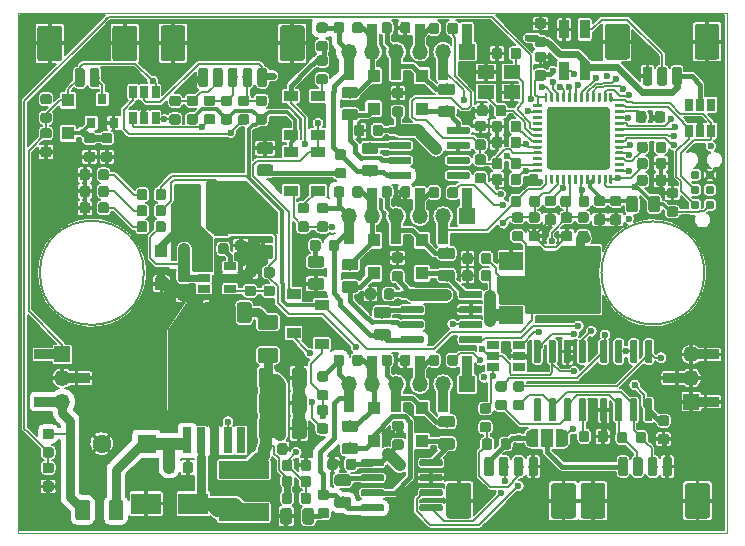
<source format=gtl>
G04 #@! TF.GenerationSoftware,KiCad,Pcbnew,5.1.4+dfsg1-1*
G04 #@! TF.CreationDate,2019-12-10T16:08:12+01:00*
G04 #@! TF.ProjectId,PAC5523,50414335-3532-4332-9e6b-696361645f70,rev?*
G04 #@! TF.SameCoordinates,Original*
G04 #@! TF.FileFunction,Copper,L1,Top*
G04 #@! TF.FilePolarity,Positive*
%FSLAX46Y46*%
G04 Gerber Fmt 4.6, Leading zero omitted, Abs format (unit mm)*
G04 Created by KiCad (PCBNEW 5.1.4+dfsg1-1) date 2019-12-10 16:08:12*
%MOMM*%
%LPD*%
G04 APERTURE LIST*
%ADD10C,0.150000*%
%ADD11C,0.050000*%
%ADD12C,0.100000*%
%ADD13C,0.250000*%
%ADD14C,5.300000*%
%ADD15R,2.500000X1.800000*%
%ADD16R,4.200000X1.500000*%
%ADD17C,1.250000*%
%ADD18C,0.875000*%
%ADD19C,0.975000*%
%ADD20R,1.400000X1.200000*%
%ADD21R,1.100000X1.100000*%
%ADD22C,0.600000*%
%ADD23R,1.200000X3.700000*%
%ADD24R,2.000000X1.500000*%
%ADD25R,2.000000X3.800000*%
%ADD26R,5.800000X6.400000*%
%ADD27R,0.800000X2.200000*%
%ADD28C,2.100000*%
%ADD29C,0.800000*%
%ADD30R,1.200000X0.900000*%
%ADD31C,1.600000*%
%ADD32R,1.600000X1.600000*%
%ADD33R,1.060000X0.650000*%
%ADD34R,0.650000X1.060000*%
%ADD35R,0.850000X1.600000*%
%ADD36R,1.000000X1.500000*%
%ADD37C,0.500000*%
%ADD38R,0.800000X0.900000*%
%ADD39C,0.784860*%
%ADD40R,2.350000X0.850000*%
%ADD41R,1.350000X1.350000*%
%ADD42O,1.350000X1.350000*%
%ADD43R,0.850000X2.350000*%
%ADD44C,0.154000*%
%ADD45C,0.400000*%
%ADD46C,0.200000*%
%ADD47C,0.800000*%
%ADD48C,1.000000*%
%ADD49C,0.300000*%
%ADD50C,0.600000*%
%ADD51C,0.254000*%
G04 APERTURE END LIST*
D10*
X30650284Y-45000000D02*
G75*
G03X30650284Y-45000000I-4400284J0D01*
G01*
X78104595Y-45000000D02*
G75*
G03X78104595Y-45000000I-4354595J0D01*
G01*
D11*
X20000000Y-23000000D02*
X80000000Y-23000000D01*
X20000000Y-67000000D02*
X20000000Y-23000000D01*
X80000000Y-67000000D02*
X20000000Y-67000000D01*
X80000000Y-23000000D02*
X80000000Y-67000000D01*
D12*
G36*
X64768626Y-29750301D02*
G01*
X64774693Y-29751201D01*
X64780643Y-29752691D01*
X64786418Y-29754758D01*
X64791962Y-29757380D01*
X64797223Y-29760533D01*
X64802150Y-29764187D01*
X64806694Y-29768306D01*
X64810813Y-29772850D01*
X64814467Y-29777777D01*
X64817620Y-29783038D01*
X64820242Y-29788582D01*
X64822309Y-29794357D01*
X64823799Y-29800307D01*
X64824699Y-29806374D01*
X64825000Y-29812500D01*
X64825000Y-30437500D01*
X64824699Y-30443626D01*
X64823799Y-30449693D01*
X64822309Y-30455643D01*
X64820242Y-30461418D01*
X64817620Y-30466962D01*
X64814467Y-30472223D01*
X64810813Y-30477150D01*
X64806694Y-30481694D01*
X64802150Y-30485813D01*
X64797223Y-30489467D01*
X64791962Y-30492620D01*
X64786418Y-30495242D01*
X64780643Y-30497309D01*
X64774693Y-30498799D01*
X64768626Y-30499699D01*
X64762500Y-30500000D01*
X64637500Y-30500000D01*
X64631374Y-30499699D01*
X64625307Y-30498799D01*
X64619357Y-30497309D01*
X64613582Y-30495242D01*
X64608038Y-30492620D01*
X64602777Y-30489467D01*
X64597850Y-30485813D01*
X64593306Y-30481694D01*
X64589187Y-30477150D01*
X64585533Y-30472223D01*
X64582380Y-30466962D01*
X64579758Y-30461418D01*
X64577691Y-30455643D01*
X64576201Y-30449693D01*
X64575301Y-30443626D01*
X64575000Y-30437500D01*
X64575000Y-29812500D01*
X64575301Y-29806374D01*
X64576201Y-29800307D01*
X64577691Y-29794357D01*
X64579758Y-29788582D01*
X64582380Y-29783038D01*
X64585533Y-29777777D01*
X64589187Y-29772850D01*
X64593306Y-29768306D01*
X64597850Y-29764187D01*
X64602777Y-29760533D01*
X64608038Y-29757380D01*
X64613582Y-29754758D01*
X64619357Y-29752691D01*
X64625307Y-29751201D01*
X64631374Y-29750301D01*
X64637500Y-29750000D01*
X64762500Y-29750000D01*
X64768626Y-29750301D01*
X64768626Y-29750301D01*
G37*
D13*
X64700000Y-30125000D03*
D12*
G36*
X65268626Y-29750301D02*
G01*
X65274693Y-29751201D01*
X65280643Y-29752691D01*
X65286418Y-29754758D01*
X65291962Y-29757380D01*
X65297223Y-29760533D01*
X65302150Y-29764187D01*
X65306694Y-29768306D01*
X65310813Y-29772850D01*
X65314467Y-29777777D01*
X65317620Y-29783038D01*
X65320242Y-29788582D01*
X65322309Y-29794357D01*
X65323799Y-29800307D01*
X65324699Y-29806374D01*
X65325000Y-29812500D01*
X65325000Y-30437500D01*
X65324699Y-30443626D01*
X65323799Y-30449693D01*
X65322309Y-30455643D01*
X65320242Y-30461418D01*
X65317620Y-30466962D01*
X65314467Y-30472223D01*
X65310813Y-30477150D01*
X65306694Y-30481694D01*
X65302150Y-30485813D01*
X65297223Y-30489467D01*
X65291962Y-30492620D01*
X65286418Y-30495242D01*
X65280643Y-30497309D01*
X65274693Y-30498799D01*
X65268626Y-30499699D01*
X65262500Y-30500000D01*
X65137500Y-30500000D01*
X65131374Y-30499699D01*
X65125307Y-30498799D01*
X65119357Y-30497309D01*
X65113582Y-30495242D01*
X65108038Y-30492620D01*
X65102777Y-30489467D01*
X65097850Y-30485813D01*
X65093306Y-30481694D01*
X65089187Y-30477150D01*
X65085533Y-30472223D01*
X65082380Y-30466962D01*
X65079758Y-30461418D01*
X65077691Y-30455643D01*
X65076201Y-30449693D01*
X65075301Y-30443626D01*
X65075000Y-30437500D01*
X65075000Y-29812500D01*
X65075301Y-29806374D01*
X65076201Y-29800307D01*
X65077691Y-29794357D01*
X65079758Y-29788582D01*
X65082380Y-29783038D01*
X65085533Y-29777777D01*
X65089187Y-29772850D01*
X65093306Y-29768306D01*
X65097850Y-29764187D01*
X65102777Y-29760533D01*
X65108038Y-29757380D01*
X65113582Y-29754758D01*
X65119357Y-29752691D01*
X65125307Y-29751201D01*
X65131374Y-29750301D01*
X65137500Y-29750000D01*
X65262500Y-29750000D01*
X65268626Y-29750301D01*
X65268626Y-29750301D01*
G37*
D13*
X65200000Y-30125000D03*
D12*
G36*
X65768626Y-29750301D02*
G01*
X65774693Y-29751201D01*
X65780643Y-29752691D01*
X65786418Y-29754758D01*
X65791962Y-29757380D01*
X65797223Y-29760533D01*
X65802150Y-29764187D01*
X65806694Y-29768306D01*
X65810813Y-29772850D01*
X65814467Y-29777777D01*
X65817620Y-29783038D01*
X65820242Y-29788582D01*
X65822309Y-29794357D01*
X65823799Y-29800307D01*
X65824699Y-29806374D01*
X65825000Y-29812500D01*
X65825000Y-30437500D01*
X65824699Y-30443626D01*
X65823799Y-30449693D01*
X65822309Y-30455643D01*
X65820242Y-30461418D01*
X65817620Y-30466962D01*
X65814467Y-30472223D01*
X65810813Y-30477150D01*
X65806694Y-30481694D01*
X65802150Y-30485813D01*
X65797223Y-30489467D01*
X65791962Y-30492620D01*
X65786418Y-30495242D01*
X65780643Y-30497309D01*
X65774693Y-30498799D01*
X65768626Y-30499699D01*
X65762500Y-30500000D01*
X65637500Y-30500000D01*
X65631374Y-30499699D01*
X65625307Y-30498799D01*
X65619357Y-30497309D01*
X65613582Y-30495242D01*
X65608038Y-30492620D01*
X65602777Y-30489467D01*
X65597850Y-30485813D01*
X65593306Y-30481694D01*
X65589187Y-30477150D01*
X65585533Y-30472223D01*
X65582380Y-30466962D01*
X65579758Y-30461418D01*
X65577691Y-30455643D01*
X65576201Y-30449693D01*
X65575301Y-30443626D01*
X65575000Y-30437500D01*
X65575000Y-29812500D01*
X65575301Y-29806374D01*
X65576201Y-29800307D01*
X65577691Y-29794357D01*
X65579758Y-29788582D01*
X65582380Y-29783038D01*
X65585533Y-29777777D01*
X65589187Y-29772850D01*
X65593306Y-29768306D01*
X65597850Y-29764187D01*
X65602777Y-29760533D01*
X65608038Y-29757380D01*
X65613582Y-29754758D01*
X65619357Y-29752691D01*
X65625307Y-29751201D01*
X65631374Y-29750301D01*
X65637500Y-29750000D01*
X65762500Y-29750000D01*
X65768626Y-29750301D01*
X65768626Y-29750301D01*
G37*
D13*
X65700000Y-30125000D03*
D12*
G36*
X66268626Y-29750301D02*
G01*
X66274693Y-29751201D01*
X66280643Y-29752691D01*
X66286418Y-29754758D01*
X66291962Y-29757380D01*
X66297223Y-29760533D01*
X66302150Y-29764187D01*
X66306694Y-29768306D01*
X66310813Y-29772850D01*
X66314467Y-29777777D01*
X66317620Y-29783038D01*
X66320242Y-29788582D01*
X66322309Y-29794357D01*
X66323799Y-29800307D01*
X66324699Y-29806374D01*
X66325000Y-29812500D01*
X66325000Y-30437500D01*
X66324699Y-30443626D01*
X66323799Y-30449693D01*
X66322309Y-30455643D01*
X66320242Y-30461418D01*
X66317620Y-30466962D01*
X66314467Y-30472223D01*
X66310813Y-30477150D01*
X66306694Y-30481694D01*
X66302150Y-30485813D01*
X66297223Y-30489467D01*
X66291962Y-30492620D01*
X66286418Y-30495242D01*
X66280643Y-30497309D01*
X66274693Y-30498799D01*
X66268626Y-30499699D01*
X66262500Y-30500000D01*
X66137500Y-30500000D01*
X66131374Y-30499699D01*
X66125307Y-30498799D01*
X66119357Y-30497309D01*
X66113582Y-30495242D01*
X66108038Y-30492620D01*
X66102777Y-30489467D01*
X66097850Y-30485813D01*
X66093306Y-30481694D01*
X66089187Y-30477150D01*
X66085533Y-30472223D01*
X66082380Y-30466962D01*
X66079758Y-30461418D01*
X66077691Y-30455643D01*
X66076201Y-30449693D01*
X66075301Y-30443626D01*
X66075000Y-30437500D01*
X66075000Y-29812500D01*
X66075301Y-29806374D01*
X66076201Y-29800307D01*
X66077691Y-29794357D01*
X66079758Y-29788582D01*
X66082380Y-29783038D01*
X66085533Y-29777777D01*
X66089187Y-29772850D01*
X66093306Y-29768306D01*
X66097850Y-29764187D01*
X66102777Y-29760533D01*
X66108038Y-29757380D01*
X66113582Y-29754758D01*
X66119357Y-29752691D01*
X66125307Y-29751201D01*
X66131374Y-29750301D01*
X66137500Y-29750000D01*
X66262500Y-29750000D01*
X66268626Y-29750301D01*
X66268626Y-29750301D01*
G37*
D13*
X66200000Y-30125000D03*
D12*
G36*
X66768626Y-29750301D02*
G01*
X66774693Y-29751201D01*
X66780643Y-29752691D01*
X66786418Y-29754758D01*
X66791962Y-29757380D01*
X66797223Y-29760533D01*
X66802150Y-29764187D01*
X66806694Y-29768306D01*
X66810813Y-29772850D01*
X66814467Y-29777777D01*
X66817620Y-29783038D01*
X66820242Y-29788582D01*
X66822309Y-29794357D01*
X66823799Y-29800307D01*
X66824699Y-29806374D01*
X66825000Y-29812500D01*
X66825000Y-30437500D01*
X66824699Y-30443626D01*
X66823799Y-30449693D01*
X66822309Y-30455643D01*
X66820242Y-30461418D01*
X66817620Y-30466962D01*
X66814467Y-30472223D01*
X66810813Y-30477150D01*
X66806694Y-30481694D01*
X66802150Y-30485813D01*
X66797223Y-30489467D01*
X66791962Y-30492620D01*
X66786418Y-30495242D01*
X66780643Y-30497309D01*
X66774693Y-30498799D01*
X66768626Y-30499699D01*
X66762500Y-30500000D01*
X66637500Y-30500000D01*
X66631374Y-30499699D01*
X66625307Y-30498799D01*
X66619357Y-30497309D01*
X66613582Y-30495242D01*
X66608038Y-30492620D01*
X66602777Y-30489467D01*
X66597850Y-30485813D01*
X66593306Y-30481694D01*
X66589187Y-30477150D01*
X66585533Y-30472223D01*
X66582380Y-30466962D01*
X66579758Y-30461418D01*
X66577691Y-30455643D01*
X66576201Y-30449693D01*
X66575301Y-30443626D01*
X66575000Y-30437500D01*
X66575000Y-29812500D01*
X66575301Y-29806374D01*
X66576201Y-29800307D01*
X66577691Y-29794357D01*
X66579758Y-29788582D01*
X66582380Y-29783038D01*
X66585533Y-29777777D01*
X66589187Y-29772850D01*
X66593306Y-29768306D01*
X66597850Y-29764187D01*
X66602777Y-29760533D01*
X66608038Y-29757380D01*
X66613582Y-29754758D01*
X66619357Y-29752691D01*
X66625307Y-29751201D01*
X66631374Y-29750301D01*
X66637500Y-29750000D01*
X66762500Y-29750000D01*
X66768626Y-29750301D01*
X66768626Y-29750301D01*
G37*
D13*
X66700000Y-30125000D03*
D12*
G36*
X67268626Y-29750301D02*
G01*
X67274693Y-29751201D01*
X67280643Y-29752691D01*
X67286418Y-29754758D01*
X67291962Y-29757380D01*
X67297223Y-29760533D01*
X67302150Y-29764187D01*
X67306694Y-29768306D01*
X67310813Y-29772850D01*
X67314467Y-29777777D01*
X67317620Y-29783038D01*
X67320242Y-29788582D01*
X67322309Y-29794357D01*
X67323799Y-29800307D01*
X67324699Y-29806374D01*
X67325000Y-29812500D01*
X67325000Y-30437500D01*
X67324699Y-30443626D01*
X67323799Y-30449693D01*
X67322309Y-30455643D01*
X67320242Y-30461418D01*
X67317620Y-30466962D01*
X67314467Y-30472223D01*
X67310813Y-30477150D01*
X67306694Y-30481694D01*
X67302150Y-30485813D01*
X67297223Y-30489467D01*
X67291962Y-30492620D01*
X67286418Y-30495242D01*
X67280643Y-30497309D01*
X67274693Y-30498799D01*
X67268626Y-30499699D01*
X67262500Y-30500000D01*
X67137500Y-30500000D01*
X67131374Y-30499699D01*
X67125307Y-30498799D01*
X67119357Y-30497309D01*
X67113582Y-30495242D01*
X67108038Y-30492620D01*
X67102777Y-30489467D01*
X67097850Y-30485813D01*
X67093306Y-30481694D01*
X67089187Y-30477150D01*
X67085533Y-30472223D01*
X67082380Y-30466962D01*
X67079758Y-30461418D01*
X67077691Y-30455643D01*
X67076201Y-30449693D01*
X67075301Y-30443626D01*
X67075000Y-30437500D01*
X67075000Y-29812500D01*
X67075301Y-29806374D01*
X67076201Y-29800307D01*
X67077691Y-29794357D01*
X67079758Y-29788582D01*
X67082380Y-29783038D01*
X67085533Y-29777777D01*
X67089187Y-29772850D01*
X67093306Y-29768306D01*
X67097850Y-29764187D01*
X67102777Y-29760533D01*
X67108038Y-29757380D01*
X67113582Y-29754758D01*
X67119357Y-29752691D01*
X67125307Y-29751201D01*
X67131374Y-29750301D01*
X67137500Y-29750000D01*
X67262500Y-29750000D01*
X67268626Y-29750301D01*
X67268626Y-29750301D01*
G37*
D13*
X67200000Y-30125000D03*
D12*
G36*
X67768626Y-29750301D02*
G01*
X67774693Y-29751201D01*
X67780643Y-29752691D01*
X67786418Y-29754758D01*
X67791962Y-29757380D01*
X67797223Y-29760533D01*
X67802150Y-29764187D01*
X67806694Y-29768306D01*
X67810813Y-29772850D01*
X67814467Y-29777777D01*
X67817620Y-29783038D01*
X67820242Y-29788582D01*
X67822309Y-29794357D01*
X67823799Y-29800307D01*
X67824699Y-29806374D01*
X67825000Y-29812500D01*
X67825000Y-30437500D01*
X67824699Y-30443626D01*
X67823799Y-30449693D01*
X67822309Y-30455643D01*
X67820242Y-30461418D01*
X67817620Y-30466962D01*
X67814467Y-30472223D01*
X67810813Y-30477150D01*
X67806694Y-30481694D01*
X67802150Y-30485813D01*
X67797223Y-30489467D01*
X67791962Y-30492620D01*
X67786418Y-30495242D01*
X67780643Y-30497309D01*
X67774693Y-30498799D01*
X67768626Y-30499699D01*
X67762500Y-30500000D01*
X67637500Y-30500000D01*
X67631374Y-30499699D01*
X67625307Y-30498799D01*
X67619357Y-30497309D01*
X67613582Y-30495242D01*
X67608038Y-30492620D01*
X67602777Y-30489467D01*
X67597850Y-30485813D01*
X67593306Y-30481694D01*
X67589187Y-30477150D01*
X67585533Y-30472223D01*
X67582380Y-30466962D01*
X67579758Y-30461418D01*
X67577691Y-30455643D01*
X67576201Y-30449693D01*
X67575301Y-30443626D01*
X67575000Y-30437500D01*
X67575000Y-29812500D01*
X67575301Y-29806374D01*
X67576201Y-29800307D01*
X67577691Y-29794357D01*
X67579758Y-29788582D01*
X67582380Y-29783038D01*
X67585533Y-29777777D01*
X67589187Y-29772850D01*
X67593306Y-29768306D01*
X67597850Y-29764187D01*
X67602777Y-29760533D01*
X67608038Y-29757380D01*
X67613582Y-29754758D01*
X67619357Y-29752691D01*
X67625307Y-29751201D01*
X67631374Y-29750301D01*
X67637500Y-29750000D01*
X67762500Y-29750000D01*
X67768626Y-29750301D01*
X67768626Y-29750301D01*
G37*
D13*
X67700000Y-30125000D03*
D12*
G36*
X68268626Y-29750301D02*
G01*
X68274693Y-29751201D01*
X68280643Y-29752691D01*
X68286418Y-29754758D01*
X68291962Y-29757380D01*
X68297223Y-29760533D01*
X68302150Y-29764187D01*
X68306694Y-29768306D01*
X68310813Y-29772850D01*
X68314467Y-29777777D01*
X68317620Y-29783038D01*
X68320242Y-29788582D01*
X68322309Y-29794357D01*
X68323799Y-29800307D01*
X68324699Y-29806374D01*
X68325000Y-29812500D01*
X68325000Y-30437500D01*
X68324699Y-30443626D01*
X68323799Y-30449693D01*
X68322309Y-30455643D01*
X68320242Y-30461418D01*
X68317620Y-30466962D01*
X68314467Y-30472223D01*
X68310813Y-30477150D01*
X68306694Y-30481694D01*
X68302150Y-30485813D01*
X68297223Y-30489467D01*
X68291962Y-30492620D01*
X68286418Y-30495242D01*
X68280643Y-30497309D01*
X68274693Y-30498799D01*
X68268626Y-30499699D01*
X68262500Y-30500000D01*
X68137500Y-30500000D01*
X68131374Y-30499699D01*
X68125307Y-30498799D01*
X68119357Y-30497309D01*
X68113582Y-30495242D01*
X68108038Y-30492620D01*
X68102777Y-30489467D01*
X68097850Y-30485813D01*
X68093306Y-30481694D01*
X68089187Y-30477150D01*
X68085533Y-30472223D01*
X68082380Y-30466962D01*
X68079758Y-30461418D01*
X68077691Y-30455643D01*
X68076201Y-30449693D01*
X68075301Y-30443626D01*
X68075000Y-30437500D01*
X68075000Y-29812500D01*
X68075301Y-29806374D01*
X68076201Y-29800307D01*
X68077691Y-29794357D01*
X68079758Y-29788582D01*
X68082380Y-29783038D01*
X68085533Y-29777777D01*
X68089187Y-29772850D01*
X68093306Y-29768306D01*
X68097850Y-29764187D01*
X68102777Y-29760533D01*
X68108038Y-29757380D01*
X68113582Y-29754758D01*
X68119357Y-29752691D01*
X68125307Y-29751201D01*
X68131374Y-29750301D01*
X68137500Y-29750000D01*
X68262500Y-29750000D01*
X68268626Y-29750301D01*
X68268626Y-29750301D01*
G37*
D13*
X68200000Y-30125000D03*
D12*
G36*
X68768626Y-29750301D02*
G01*
X68774693Y-29751201D01*
X68780643Y-29752691D01*
X68786418Y-29754758D01*
X68791962Y-29757380D01*
X68797223Y-29760533D01*
X68802150Y-29764187D01*
X68806694Y-29768306D01*
X68810813Y-29772850D01*
X68814467Y-29777777D01*
X68817620Y-29783038D01*
X68820242Y-29788582D01*
X68822309Y-29794357D01*
X68823799Y-29800307D01*
X68824699Y-29806374D01*
X68825000Y-29812500D01*
X68825000Y-30437500D01*
X68824699Y-30443626D01*
X68823799Y-30449693D01*
X68822309Y-30455643D01*
X68820242Y-30461418D01*
X68817620Y-30466962D01*
X68814467Y-30472223D01*
X68810813Y-30477150D01*
X68806694Y-30481694D01*
X68802150Y-30485813D01*
X68797223Y-30489467D01*
X68791962Y-30492620D01*
X68786418Y-30495242D01*
X68780643Y-30497309D01*
X68774693Y-30498799D01*
X68768626Y-30499699D01*
X68762500Y-30500000D01*
X68637500Y-30500000D01*
X68631374Y-30499699D01*
X68625307Y-30498799D01*
X68619357Y-30497309D01*
X68613582Y-30495242D01*
X68608038Y-30492620D01*
X68602777Y-30489467D01*
X68597850Y-30485813D01*
X68593306Y-30481694D01*
X68589187Y-30477150D01*
X68585533Y-30472223D01*
X68582380Y-30466962D01*
X68579758Y-30461418D01*
X68577691Y-30455643D01*
X68576201Y-30449693D01*
X68575301Y-30443626D01*
X68575000Y-30437500D01*
X68575000Y-29812500D01*
X68575301Y-29806374D01*
X68576201Y-29800307D01*
X68577691Y-29794357D01*
X68579758Y-29788582D01*
X68582380Y-29783038D01*
X68585533Y-29777777D01*
X68589187Y-29772850D01*
X68593306Y-29768306D01*
X68597850Y-29764187D01*
X68602777Y-29760533D01*
X68608038Y-29757380D01*
X68613582Y-29754758D01*
X68619357Y-29752691D01*
X68625307Y-29751201D01*
X68631374Y-29750301D01*
X68637500Y-29750000D01*
X68762500Y-29750000D01*
X68768626Y-29750301D01*
X68768626Y-29750301D01*
G37*
D13*
X68700000Y-30125000D03*
D12*
G36*
X69268626Y-29750301D02*
G01*
X69274693Y-29751201D01*
X69280643Y-29752691D01*
X69286418Y-29754758D01*
X69291962Y-29757380D01*
X69297223Y-29760533D01*
X69302150Y-29764187D01*
X69306694Y-29768306D01*
X69310813Y-29772850D01*
X69314467Y-29777777D01*
X69317620Y-29783038D01*
X69320242Y-29788582D01*
X69322309Y-29794357D01*
X69323799Y-29800307D01*
X69324699Y-29806374D01*
X69325000Y-29812500D01*
X69325000Y-30437500D01*
X69324699Y-30443626D01*
X69323799Y-30449693D01*
X69322309Y-30455643D01*
X69320242Y-30461418D01*
X69317620Y-30466962D01*
X69314467Y-30472223D01*
X69310813Y-30477150D01*
X69306694Y-30481694D01*
X69302150Y-30485813D01*
X69297223Y-30489467D01*
X69291962Y-30492620D01*
X69286418Y-30495242D01*
X69280643Y-30497309D01*
X69274693Y-30498799D01*
X69268626Y-30499699D01*
X69262500Y-30500000D01*
X69137500Y-30500000D01*
X69131374Y-30499699D01*
X69125307Y-30498799D01*
X69119357Y-30497309D01*
X69113582Y-30495242D01*
X69108038Y-30492620D01*
X69102777Y-30489467D01*
X69097850Y-30485813D01*
X69093306Y-30481694D01*
X69089187Y-30477150D01*
X69085533Y-30472223D01*
X69082380Y-30466962D01*
X69079758Y-30461418D01*
X69077691Y-30455643D01*
X69076201Y-30449693D01*
X69075301Y-30443626D01*
X69075000Y-30437500D01*
X69075000Y-29812500D01*
X69075301Y-29806374D01*
X69076201Y-29800307D01*
X69077691Y-29794357D01*
X69079758Y-29788582D01*
X69082380Y-29783038D01*
X69085533Y-29777777D01*
X69089187Y-29772850D01*
X69093306Y-29768306D01*
X69097850Y-29764187D01*
X69102777Y-29760533D01*
X69108038Y-29757380D01*
X69113582Y-29754758D01*
X69119357Y-29752691D01*
X69125307Y-29751201D01*
X69131374Y-29750301D01*
X69137500Y-29750000D01*
X69262500Y-29750000D01*
X69268626Y-29750301D01*
X69268626Y-29750301D01*
G37*
D13*
X69200000Y-30125000D03*
D12*
G36*
X69768626Y-29750301D02*
G01*
X69774693Y-29751201D01*
X69780643Y-29752691D01*
X69786418Y-29754758D01*
X69791962Y-29757380D01*
X69797223Y-29760533D01*
X69802150Y-29764187D01*
X69806694Y-29768306D01*
X69810813Y-29772850D01*
X69814467Y-29777777D01*
X69817620Y-29783038D01*
X69820242Y-29788582D01*
X69822309Y-29794357D01*
X69823799Y-29800307D01*
X69824699Y-29806374D01*
X69825000Y-29812500D01*
X69825000Y-30437500D01*
X69824699Y-30443626D01*
X69823799Y-30449693D01*
X69822309Y-30455643D01*
X69820242Y-30461418D01*
X69817620Y-30466962D01*
X69814467Y-30472223D01*
X69810813Y-30477150D01*
X69806694Y-30481694D01*
X69802150Y-30485813D01*
X69797223Y-30489467D01*
X69791962Y-30492620D01*
X69786418Y-30495242D01*
X69780643Y-30497309D01*
X69774693Y-30498799D01*
X69768626Y-30499699D01*
X69762500Y-30500000D01*
X69637500Y-30500000D01*
X69631374Y-30499699D01*
X69625307Y-30498799D01*
X69619357Y-30497309D01*
X69613582Y-30495242D01*
X69608038Y-30492620D01*
X69602777Y-30489467D01*
X69597850Y-30485813D01*
X69593306Y-30481694D01*
X69589187Y-30477150D01*
X69585533Y-30472223D01*
X69582380Y-30466962D01*
X69579758Y-30461418D01*
X69577691Y-30455643D01*
X69576201Y-30449693D01*
X69575301Y-30443626D01*
X69575000Y-30437500D01*
X69575000Y-29812500D01*
X69575301Y-29806374D01*
X69576201Y-29800307D01*
X69577691Y-29794357D01*
X69579758Y-29788582D01*
X69582380Y-29783038D01*
X69585533Y-29777777D01*
X69589187Y-29772850D01*
X69593306Y-29768306D01*
X69597850Y-29764187D01*
X69602777Y-29760533D01*
X69608038Y-29757380D01*
X69613582Y-29754758D01*
X69619357Y-29752691D01*
X69625307Y-29751201D01*
X69631374Y-29750301D01*
X69637500Y-29750000D01*
X69762500Y-29750000D01*
X69768626Y-29750301D01*
X69768626Y-29750301D01*
G37*
D13*
X69700000Y-30125000D03*
D12*
G36*
X70268626Y-29750301D02*
G01*
X70274693Y-29751201D01*
X70280643Y-29752691D01*
X70286418Y-29754758D01*
X70291962Y-29757380D01*
X70297223Y-29760533D01*
X70302150Y-29764187D01*
X70306694Y-29768306D01*
X70310813Y-29772850D01*
X70314467Y-29777777D01*
X70317620Y-29783038D01*
X70320242Y-29788582D01*
X70322309Y-29794357D01*
X70323799Y-29800307D01*
X70324699Y-29806374D01*
X70325000Y-29812500D01*
X70325000Y-30437500D01*
X70324699Y-30443626D01*
X70323799Y-30449693D01*
X70322309Y-30455643D01*
X70320242Y-30461418D01*
X70317620Y-30466962D01*
X70314467Y-30472223D01*
X70310813Y-30477150D01*
X70306694Y-30481694D01*
X70302150Y-30485813D01*
X70297223Y-30489467D01*
X70291962Y-30492620D01*
X70286418Y-30495242D01*
X70280643Y-30497309D01*
X70274693Y-30498799D01*
X70268626Y-30499699D01*
X70262500Y-30500000D01*
X70137500Y-30500000D01*
X70131374Y-30499699D01*
X70125307Y-30498799D01*
X70119357Y-30497309D01*
X70113582Y-30495242D01*
X70108038Y-30492620D01*
X70102777Y-30489467D01*
X70097850Y-30485813D01*
X70093306Y-30481694D01*
X70089187Y-30477150D01*
X70085533Y-30472223D01*
X70082380Y-30466962D01*
X70079758Y-30461418D01*
X70077691Y-30455643D01*
X70076201Y-30449693D01*
X70075301Y-30443626D01*
X70075000Y-30437500D01*
X70075000Y-29812500D01*
X70075301Y-29806374D01*
X70076201Y-29800307D01*
X70077691Y-29794357D01*
X70079758Y-29788582D01*
X70082380Y-29783038D01*
X70085533Y-29777777D01*
X70089187Y-29772850D01*
X70093306Y-29768306D01*
X70097850Y-29764187D01*
X70102777Y-29760533D01*
X70108038Y-29757380D01*
X70113582Y-29754758D01*
X70119357Y-29752691D01*
X70125307Y-29751201D01*
X70131374Y-29750301D01*
X70137500Y-29750000D01*
X70262500Y-29750000D01*
X70268626Y-29750301D01*
X70268626Y-29750301D01*
G37*
D13*
X70200000Y-30125000D03*
D12*
G36*
X71243626Y-30725301D02*
G01*
X71249693Y-30726201D01*
X71255643Y-30727691D01*
X71261418Y-30729758D01*
X71266962Y-30732380D01*
X71272223Y-30735533D01*
X71277150Y-30739187D01*
X71281694Y-30743306D01*
X71285813Y-30747850D01*
X71289467Y-30752777D01*
X71292620Y-30758038D01*
X71295242Y-30763582D01*
X71297309Y-30769357D01*
X71298799Y-30775307D01*
X71299699Y-30781374D01*
X71300000Y-30787500D01*
X71300000Y-30912500D01*
X71299699Y-30918626D01*
X71298799Y-30924693D01*
X71297309Y-30930643D01*
X71295242Y-30936418D01*
X71292620Y-30941962D01*
X71289467Y-30947223D01*
X71285813Y-30952150D01*
X71281694Y-30956694D01*
X71277150Y-30960813D01*
X71272223Y-30964467D01*
X71266962Y-30967620D01*
X71261418Y-30970242D01*
X71255643Y-30972309D01*
X71249693Y-30973799D01*
X71243626Y-30974699D01*
X71237500Y-30975000D01*
X70612500Y-30975000D01*
X70606374Y-30974699D01*
X70600307Y-30973799D01*
X70594357Y-30972309D01*
X70588582Y-30970242D01*
X70583038Y-30967620D01*
X70577777Y-30964467D01*
X70572850Y-30960813D01*
X70568306Y-30956694D01*
X70564187Y-30952150D01*
X70560533Y-30947223D01*
X70557380Y-30941962D01*
X70554758Y-30936418D01*
X70552691Y-30930643D01*
X70551201Y-30924693D01*
X70550301Y-30918626D01*
X70550000Y-30912500D01*
X70550000Y-30787500D01*
X70550301Y-30781374D01*
X70551201Y-30775307D01*
X70552691Y-30769357D01*
X70554758Y-30763582D01*
X70557380Y-30758038D01*
X70560533Y-30752777D01*
X70564187Y-30747850D01*
X70568306Y-30743306D01*
X70572850Y-30739187D01*
X70577777Y-30735533D01*
X70583038Y-30732380D01*
X70588582Y-30729758D01*
X70594357Y-30727691D01*
X70600307Y-30726201D01*
X70606374Y-30725301D01*
X70612500Y-30725000D01*
X71237500Y-30725000D01*
X71243626Y-30725301D01*
X71243626Y-30725301D01*
G37*
D13*
X70925000Y-30850000D03*
D12*
G36*
X71243626Y-31225301D02*
G01*
X71249693Y-31226201D01*
X71255643Y-31227691D01*
X71261418Y-31229758D01*
X71266962Y-31232380D01*
X71272223Y-31235533D01*
X71277150Y-31239187D01*
X71281694Y-31243306D01*
X71285813Y-31247850D01*
X71289467Y-31252777D01*
X71292620Y-31258038D01*
X71295242Y-31263582D01*
X71297309Y-31269357D01*
X71298799Y-31275307D01*
X71299699Y-31281374D01*
X71300000Y-31287500D01*
X71300000Y-31412500D01*
X71299699Y-31418626D01*
X71298799Y-31424693D01*
X71297309Y-31430643D01*
X71295242Y-31436418D01*
X71292620Y-31441962D01*
X71289467Y-31447223D01*
X71285813Y-31452150D01*
X71281694Y-31456694D01*
X71277150Y-31460813D01*
X71272223Y-31464467D01*
X71266962Y-31467620D01*
X71261418Y-31470242D01*
X71255643Y-31472309D01*
X71249693Y-31473799D01*
X71243626Y-31474699D01*
X71237500Y-31475000D01*
X70612500Y-31475000D01*
X70606374Y-31474699D01*
X70600307Y-31473799D01*
X70594357Y-31472309D01*
X70588582Y-31470242D01*
X70583038Y-31467620D01*
X70577777Y-31464467D01*
X70572850Y-31460813D01*
X70568306Y-31456694D01*
X70564187Y-31452150D01*
X70560533Y-31447223D01*
X70557380Y-31441962D01*
X70554758Y-31436418D01*
X70552691Y-31430643D01*
X70551201Y-31424693D01*
X70550301Y-31418626D01*
X70550000Y-31412500D01*
X70550000Y-31287500D01*
X70550301Y-31281374D01*
X70551201Y-31275307D01*
X70552691Y-31269357D01*
X70554758Y-31263582D01*
X70557380Y-31258038D01*
X70560533Y-31252777D01*
X70564187Y-31247850D01*
X70568306Y-31243306D01*
X70572850Y-31239187D01*
X70577777Y-31235533D01*
X70583038Y-31232380D01*
X70588582Y-31229758D01*
X70594357Y-31227691D01*
X70600307Y-31226201D01*
X70606374Y-31225301D01*
X70612500Y-31225000D01*
X71237500Y-31225000D01*
X71243626Y-31225301D01*
X71243626Y-31225301D01*
G37*
D13*
X70925000Y-31350000D03*
D12*
G36*
X71243626Y-31725301D02*
G01*
X71249693Y-31726201D01*
X71255643Y-31727691D01*
X71261418Y-31729758D01*
X71266962Y-31732380D01*
X71272223Y-31735533D01*
X71277150Y-31739187D01*
X71281694Y-31743306D01*
X71285813Y-31747850D01*
X71289467Y-31752777D01*
X71292620Y-31758038D01*
X71295242Y-31763582D01*
X71297309Y-31769357D01*
X71298799Y-31775307D01*
X71299699Y-31781374D01*
X71300000Y-31787500D01*
X71300000Y-31912500D01*
X71299699Y-31918626D01*
X71298799Y-31924693D01*
X71297309Y-31930643D01*
X71295242Y-31936418D01*
X71292620Y-31941962D01*
X71289467Y-31947223D01*
X71285813Y-31952150D01*
X71281694Y-31956694D01*
X71277150Y-31960813D01*
X71272223Y-31964467D01*
X71266962Y-31967620D01*
X71261418Y-31970242D01*
X71255643Y-31972309D01*
X71249693Y-31973799D01*
X71243626Y-31974699D01*
X71237500Y-31975000D01*
X70612500Y-31975000D01*
X70606374Y-31974699D01*
X70600307Y-31973799D01*
X70594357Y-31972309D01*
X70588582Y-31970242D01*
X70583038Y-31967620D01*
X70577777Y-31964467D01*
X70572850Y-31960813D01*
X70568306Y-31956694D01*
X70564187Y-31952150D01*
X70560533Y-31947223D01*
X70557380Y-31941962D01*
X70554758Y-31936418D01*
X70552691Y-31930643D01*
X70551201Y-31924693D01*
X70550301Y-31918626D01*
X70550000Y-31912500D01*
X70550000Y-31787500D01*
X70550301Y-31781374D01*
X70551201Y-31775307D01*
X70552691Y-31769357D01*
X70554758Y-31763582D01*
X70557380Y-31758038D01*
X70560533Y-31752777D01*
X70564187Y-31747850D01*
X70568306Y-31743306D01*
X70572850Y-31739187D01*
X70577777Y-31735533D01*
X70583038Y-31732380D01*
X70588582Y-31729758D01*
X70594357Y-31727691D01*
X70600307Y-31726201D01*
X70606374Y-31725301D01*
X70612500Y-31725000D01*
X71237500Y-31725000D01*
X71243626Y-31725301D01*
X71243626Y-31725301D01*
G37*
D13*
X70925000Y-31850000D03*
D12*
G36*
X71243626Y-32225301D02*
G01*
X71249693Y-32226201D01*
X71255643Y-32227691D01*
X71261418Y-32229758D01*
X71266962Y-32232380D01*
X71272223Y-32235533D01*
X71277150Y-32239187D01*
X71281694Y-32243306D01*
X71285813Y-32247850D01*
X71289467Y-32252777D01*
X71292620Y-32258038D01*
X71295242Y-32263582D01*
X71297309Y-32269357D01*
X71298799Y-32275307D01*
X71299699Y-32281374D01*
X71300000Y-32287500D01*
X71300000Y-32412500D01*
X71299699Y-32418626D01*
X71298799Y-32424693D01*
X71297309Y-32430643D01*
X71295242Y-32436418D01*
X71292620Y-32441962D01*
X71289467Y-32447223D01*
X71285813Y-32452150D01*
X71281694Y-32456694D01*
X71277150Y-32460813D01*
X71272223Y-32464467D01*
X71266962Y-32467620D01*
X71261418Y-32470242D01*
X71255643Y-32472309D01*
X71249693Y-32473799D01*
X71243626Y-32474699D01*
X71237500Y-32475000D01*
X70612500Y-32475000D01*
X70606374Y-32474699D01*
X70600307Y-32473799D01*
X70594357Y-32472309D01*
X70588582Y-32470242D01*
X70583038Y-32467620D01*
X70577777Y-32464467D01*
X70572850Y-32460813D01*
X70568306Y-32456694D01*
X70564187Y-32452150D01*
X70560533Y-32447223D01*
X70557380Y-32441962D01*
X70554758Y-32436418D01*
X70552691Y-32430643D01*
X70551201Y-32424693D01*
X70550301Y-32418626D01*
X70550000Y-32412500D01*
X70550000Y-32287500D01*
X70550301Y-32281374D01*
X70551201Y-32275307D01*
X70552691Y-32269357D01*
X70554758Y-32263582D01*
X70557380Y-32258038D01*
X70560533Y-32252777D01*
X70564187Y-32247850D01*
X70568306Y-32243306D01*
X70572850Y-32239187D01*
X70577777Y-32235533D01*
X70583038Y-32232380D01*
X70588582Y-32229758D01*
X70594357Y-32227691D01*
X70600307Y-32226201D01*
X70606374Y-32225301D01*
X70612500Y-32225000D01*
X71237500Y-32225000D01*
X71243626Y-32225301D01*
X71243626Y-32225301D01*
G37*
D13*
X70925000Y-32350000D03*
D12*
G36*
X71243626Y-32725301D02*
G01*
X71249693Y-32726201D01*
X71255643Y-32727691D01*
X71261418Y-32729758D01*
X71266962Y-32732380D01*
X71272223Y-32735533D01*
X71277150Y-32739187D01*
X71281694Y-32743306D01*
X71285813Y-32747850D01*
X71289467Y-32752777D01*
X71292620Y-32758038D01*
X71295242Y-32763582D01*
X71297309Y-32769357D01*
X71298799Y-32775307D01*
X71299699Y-32781374D01*
X71300000Y-32787500D01*
X71300000Y-32912500D01*
X71299699Y-32918626D01*
X71298799Y-32924693D01*
X71297309Y-32930643D01*
X71295242Y-32936418D01*
X71292620Y-32941962D01*
X71289467Y-32947223D01*
X71285813Y-32952150D01*
X71281694Y-32956694D01*
X71277150Y-32960813D01*
X71272223Y-32964467D01*
X71266962Y-32967620D01*
X71261418Y-32970242D01*
X71255643Y-32972309D01*
X71249693Y-32973799D01*
X71243626Y-32974699D01*
X71237500Y-32975000D01*
X70612500Y-32975000D01*
X70606374Y-32974699D01*
X70600307Y-32973799D01*
X70594357Y-32972309D01*
X70588582Y-32970242D01*
X70583038Y-32967620D01*
X70577777Y-32964467D01*
X70572850Y-32960813D01*
X70568306Y-32956694D01*
X70564187Y-32952150D01*
X70560533Y-32947223D01*
X70557380Y-32941962D01*
X70554758Y-32936418D01*
X70552691Y-32930643D01*
X70551201Y-32924693D01*
X70550301Y-32918626D01*
X70550000Y-32912500D01*
X70550000Y-32787500D01*
X70550301Y-32781374D01*
X70551201Y-32775307D01*
X70552691Y-32769357D01*
X70554758Y-32763582D01*
X70557380Y-32758038D01*
X70560533Y-32752777D01*
X70564187Y-32747850D01*
X70568306Y-32743306D01*
X70572850Y-32739187D01*
X70577777Y-32735533D01*
X70583038Y-32732380D01*
X70588582Y-32729758D01*
X70594357Y-32727691D01*
X70600307Y-32726201D01*
X70606374Y-32725301D01*
X70612500Y-32725000D01*
X71237500Y-32725000D01*
X71243626Y-32725301D01*
X71243626Y-32725301D01*
G37*
D13*
X70925000Y-32850000D03*
D12*
G36*
X71243626Y-33225301D02*
G01*
X71249693Y-33226201D01*
X71255643Y-33227691D01*
X71261418Y-33229758D01*
X71266962Y-33232380D01*
X71272223Y-33235533D01*
X71277150Y-33239187D01*
X71281694Y-33243306D01*
X71285813Y-33247850D01*
X71289467Y-33252777D01*
X71292620Y-33258038D01*
X71295242Y-33263582D01*
X71297309Y-33269357D01*
X71298799Y-33275307D01*
X71299699Y-33281374D01*
X71300000Y-33287500D01*
X71300000Y-33412500D01*
X71299699Y-33418626D01*
X71298799Y-33424693D01*
X71297309Y-33430643D01*
X71295242Y-33436418D01*
X71292620Y-33441962D01*
X71289467Y-33447223D01*
X71285813Y-33452150D01*
X71281694Y-33456694D01*
X71277150Y-33460813D01*
X71272223Y-33464467D01*
X71266962Y-33467620D01*
X71261418Y-33470242D01*
X71255643Y-33472309D01*
X71249693Y-33473799D01*
X71243626Y-33474699D01*
X71237500Y-33475000D01*
X70612500Y-33475000D01*
X70606374Y-33474699D01*
X70600307Y-33473799D01*
X70594357Y-33472309D01*
X70588582Y-33470242D01*
X70583038Y-33467620D01*
X70577777Y-33464467D01*
X70572850Y-33460813D01*
X70568306Y-33456694D01*
X70564187Y-33452150D01*
X70560533Y-33447223D01*
X70557380Y-33441962D01*
X70554758Y-33436418D01*
X70552691Y-33430643D01*
X70551201Y-33424693D01*
X70550301Y-33418626D01*
X70550000Y-33412500D01*
X70550000Y-33287500D01*
X70550301Y-33281374D01*
X70551201Y-33275307D01*
X70552691Y-33269357D01*
X70554758Y-33263582D01*
X70557380Y-33258038D01*
X70560533Y-33252777D01*
X70564187Y-33247850D01*
X70568306Y-33243306D01*
X70572850Y-33239187D01*
X70577777Y-33235533D01*
X70583038Y-33232380D01*
X70588582Y-33229758D01*
X70594357Y-33227691D01*
X70600307Y-33226201D01*
X70606374Y-33225301D01*
X70612500Y-33225000D01*
X71237500Y-33225000D01*
X71243626Y-33225301D01*
X71243626Y-33225301D01*
G37*
D13*
X70925000Y-33350000D03*
D12*
G36*
X71243626Y-33725301D02*
G01*
X71249693Y-33726201D01*
X71255643Y-33727691D01*
X71261418Y-33729758D01*
X71266962Y-33732380D01*
X71272223Y-33735533D01*
X71277150Y-33739187D01*
X71281694Y-33743306D01*
X71285813Y-33747850D01*
X71289467Y-33752777D01*
X71292620Y-33758038D01*
X71295242Y-33763582D01*
X71297309Y-33769357D01*
X71298799Y-33775307D01*
X71299699Y-33781374D01*
X71300000Y-33787500D01*
X71300000Y-33912500D01*
X71299699Y-33918626D01*
X71298799Y-33924693D01*
X71297309Y-33930643D01*
X71295242Y-33936418D01*
X71292620Y-33941962D01*
X71289467Y-33947223D01*
X71285813Y-33952150D01*
X71281694Y-33956694D01*
X71277150Y-33960813D01*
X71272223Y-33964467D01*
X71266962Y-33967620D01*
X71261418Y-33970242D01*
X71255643Y-33972309D01*
X71249693Y-33973799D01*
X71243626Y-33974699D01*
X71237500Y-33975000D01*
X70612500Y-33975000D01*
X70606374Y-33974699D01*
X70600307Y-33973799D01*
X70594357Y-33972309D01*
X70588582Y-33970242D01*
X70583038Y-33967620D01*
X70577777Y-33964467D01*
X70572850Y-33960813D01*
X70568306Y-33956694D01*
X70564187Y-33952150D01*
X70560533Y-33947223D01*
X70557380Y-33941962D01*
X70554758Y-33936418D01*
X70552691Y-33930643D01*
X70551201Y-33924693D01*
X70550301Y-33918626D01*
X70550000Y-33912500D01*
X70550000Y-33787500D01*
X70550301Y-33781374D01*
X70551201Y-33775307D01*
X70552691Y-33769357D01*
X70554758Y-33763582D01*
X70557380Y-33758038D01*
X70560533Y-33752777D01*
X70564187Y-33747850D01*
X70568306Y-33743306D01*
X70572850Y-33739187D01*
X70577777Y-33735533D01*
X70583038Y-33732380D01*
X70588582Y-33729758D01*
X70594357Y-33727691D01*
X70600307Y-33726201D01*
X70606374Y-33725301D01*
X70612500Y-33725000D01*
X71237500Y-33725000D01*
X71243626Y-33725301D01*
X71243626Y-33725301D01*
G37*
D13*
X70925000Y-33850000D03*
D12*
G36*
X71243626Y-34225301D02*
G01*
X71249693Y-34226201D01*
X71255643Y-34227691D01*
X71261418Y-34229758D01*
X71266962Y-34232380D01*
X71272223Y-34235533D01*
X71277150Y-34239187D01*
X71281694Y-34243306D01*
X71285813Y-34247850D01*
X71289467Y-34252777D01*
X71292620Y-34258038D01*
X71295242Y-34263582D01*
X71297309Y-34269357D01*
X71298799Y-34275307D01*
X71299699Y-34281374D01*
X71300000Y-34287500D01*
X71300000Y-34412500D01*
X71299699Y-34418626D01*
X71298799Y-34424693D01*
X71297309Y-34430643D01*
X71295242Y-34436418D01*
X71292620Y-34441962D01*
X71289467Y-34447223D01*
X71285813Y-34452150D01*
X71281694Y-34456694D01*
X71277150Y-34460813D01*
X71272223Y-34464467D01*
X71266962Y-34467620D01*
X71261418Y-34470242D01*
X71255643Y-34472309D01*
X71249693Y-34473799D01*
X71243626Y-34474699D01*
X71237500Y-34475000D01*
X70612500Y-34475000D01*
X70606374Y-34474699D01*
X70600307Y-34473799D01*
X70594357Y-34472309D01*
X70588582Y-34470242D01*
X70583038Y-34467620D01*
X70577777Y-34464467D01*
X70572850Y-34460813D01*
X70568306Y-34456694D01*
X70564187Y-34452150D01*
X70560533Y-34447223D01*
X70557380Y-34441962D01*
X70554758Y-34436418D01*
X70552691Y-34430643D01*
X70551201Y-34424693D01*
X70550301Y-34418626D01*
X70550000Y-34412500D01*
X70550000Y-34287500D01*
X70550301Y-34281374D01*
X70551201Y-34275307D01*
X70552691Y-34269357D01*
X70554758Y-34263582D01*
X70557380Y-34258038D01*
X70560533Y-34252777D01*
X70564187Y-34247850D01*
X70568306Y-34243306D01*
X70572850Y-34239187D01*
X70577777Y-34235533D01*
X70583038Y-34232380D01*
X70588582Y-34229758D01*
X70594357Y-34227691D01*
X70600307Y-34226201D01*
X70606374Y-34225301D01*
X70612500Y-34225000D01*
X71237500Y-34225000D01*
X71243626Y-34225301D01*
X71243626Y-34225301D01*
G37*
D13*
X70925000Y-34350000D03*
D12*
G36*
X71243626Y-34725301D02*
G01*
X71249693Y-34726201D01*
X71255643Y-34727691D01*
X71261418Y-34729758D01*
X71266962Y-34732380D01*
X71272223Y-34735533D01*
X71277150Y-34739187D01*
X71281694Y-34743306D01*
X71285813Y-34747850D01*
X71289467Y-34752777D01*
X71292620Y-34758038D01*
X71295242Y-34763582D01*
X71297309Y-34769357D01*
X71298799Y-34775307D01*
X71299699Y-34781374D01*
X71300000Y-34787500D01*
X71300000Y-34912500D01*
X71299699Y-34918626D01*
X71298799Y-34924693D01*
X71297309Y-34930643D01*
X71295242Y-34936418D01*
X71292620Y-34941962D01*
X71289467Y-34947223D01*
X71285813Y-34952150D01*
X71281694Y-34956694D01*
X71277150Y-34960813D01*
X71272223Y-34964467D01*
X71266962Y-34967620D01*
X71261418Y-34970242D01*
X71255643Y-34972309D01*
X71249693Y-34973799D01*
X71243626Y-34974699D01*
X71237500Y-34975000D01*
X70612500Y-34975000D01*
X70606374Y-34974699D01*
X70600307Y-34973799D01*
X70594357Y-34972309D01*
X70588582Y-34970242D01*
X70583038Y-34967620D01*
X70577777Y-34964467D01*
X70572850Y-34960813D01*
X70568306Y-34956694D01*
X70564187Y-34952150D01*
X70560533Y-34947223D01*
X70557380Y-34941962D01*
X70554758Y-34936418D01*
X70552691Y-34930643D01*
X70551201Y-34924693D01*
X70550301Y-34918626D01*
X70550000Y-34912500D01*
X70550000Y-34787500D01*
X70550301Y-34781374D01*
X70551201Y-34775307D01*
X70552691Y-34769357D01*
X70554758Y-34763582D01*
X70557380Y-34758038D01*
X70560533Y-34752777D01*
X70564187Y-34747850D01*
X70568306Y-34743306D01*
X70572850Y-34739187D01*
X70577777Y-34735533D01*
X70583038Y-34732380D01*
X70588582Y-34729758D01*
X70594357Y-34727691D01*
X70600307Y-34726201D01*
X70606374Y-34725301D01*
X70612500Y-34725000D01*
X71237500Y-34725000D01*
X71243626Y-34725301D01*
X71243626Y-34725301D01*
G37*
D13*
X70925000Y-34850000D03*
D12*
G36*
X71243626Y-35225301D02*
G01*
X71249693Y-35226201D01*
X71255643Y-35227691D01*
X71261418Y-35229758D01*
X71266962Y-35232380D01*
X71272223Y-35235533D01*
X71277150Y-35239187D01*
X71281694Y-35243306D01*
X71285813Y-35247850D01*
X71289467Y-35252777D01*
X71292620Y-35258038D01*
X71295242Y-35263582D01*
X71297309Y-35269357D01*
X71298799Y-35275307D01*
X71299699Y-35281374D01*
X71300000Y-35287500D01*
X71300000Y-35412500D01*
X71299699Y-35418626D01*
X71298799Y-35424693D01*
X71297309Y-35430643D01*
X71295242Y-35436418D01*
X71292620Y-35441962D01*
X71289467Y-35447223D01*
X71285813Y-35452150D01*
X71281694Y-35456694D01*
X71277150Y-35460813D01*
X71272223Y-35464467D01*
X71266962Y-35467620D01*
X71261418Y-35470242D01*
X71255643Y-35472309D01*
X71249693Y-35473799D01*
X71243626Y-35474699D01*
X71237500Y-35475000D01*
X70612500Y-35475000D01*
X70606374Y-35474699D01*
X70600307Y-35473799D01*
X70594357Y-35472309D01*
X70588582Y-35470242D01*
X70583038Y-35467620D01*
X70577777Y-35464467D01*
X70572850Y-35460813D01*
X70568306Y-35456694D01*
X70564187Y-35452150D01*
X70560533Y-35447223D01*
X70557380Y-35441962D01*
X70554758Y-35436418D01*
X70552691Y-35430643D01*
X70551201Y-35424693D01*
X70550301Y-35418626D01*
X70550000Y-35412500D01*
X70550000Y-35287500D01*
X70550301Y-35281374D01*
X70551201Y-35275307D01*
X70552691Y-35269357D01*
X70554758Y-35263582D01*
X70557380Y-35258038D01*
X70560533Y-35252777D01*
X70564187Y-35247850D01*
X70568306Y-35243306D01*
X70572850Y-35239187D01*
X70577777Y-35235533D01*
X70583038Y-35232380D01*
X70588582Y-35229758D01*
X70594357Y-35227691D01*
X70600307Y-35226201D01*
X70606374Y-35225301D01*
X70612500Y-35225000D01*
X71237500Y-35225000D01*
X71243626Y-35225301D01*
X71243626Y-35225301D01*
G37*
D13*
X70925000Y-35350000D03*
D12*
G36*
X71243626Y-35725301D02*
G01*
X71249693Y-35726201D01*
X71255643Y-35727691D01*
X71261418Y-35729758D01*
X71266962Y-35732380D01*
X71272223Y-35735533D01*
X71277150Y-35739187D01*
X71281694Y-35743306D01*
X71285813Y-35747850D01*
X71289467Y-35752777D01*
X71292620Y-35758038D01*
X71295242Y-35763582D01*
X71297309Y-35769357D01*
X71298799Y-35775307D01*
X71299699Y-35781374D01*
X71300000Y-35787500D01*
X71300000Y-35912500D01*
X71299699Y-35918626D01*
X71298799Y-35924693D01*
X71297309Y-35930643D01*
X71295242Y-35936418D01*
X71292620Y-35941962D01*
X71289467Y-35947223D01*
X71285813Y-35952150D01*
X71281694Y-35956694D01*
X71277150Y-35960813D01*
X71272223Y-35964467D01*
X71266962Y-35967620D01*
X71261418Y-35970242D01*
X71255643Y-35972309D01*
X71249693Y-35973799D01*
X71243626Y-35974699D01*
X71237500Y-35975000D01*
X70612500Y-35975000D01*
X70606374Y-35974699D01*
X70600307Y-35973799D01*
X70594357Y-35972309D01*
X70588582Y-35970242D01*
X70583038Y-35967620D01*
X70577777Y-35964467D01*
X70572850Y-35960813D01*
X70568306Y-35956694D01*
X70564187Y-35952150D01*
X70560533Y-35947223D01*
X70557380Y-35941962D01*
X70554758Y-35936418D01*
X70552691Y-35930643D01*
X70551201Y-35924693D01*
X70550301Y-35918626D01*
X70550000Y-35912500D01*
X70550000Y-35787500D01*
X70550301Y-35781374D01*
X70551201Y-35775307D01*
X70552691Y-35769357D01*
X70554758Y-35763582D01*
X70557380Y-35758038D01*
X70560533Y-35752777D01*
X70564187Y-35747850D01*
X70568306Y-35743306D01*
X70572850Y-35739187D01*
X70577777Y-35735533D01*
X70583038Y-35732380D01*
X70588582Y-35729758D01*
X70594357Y-35727691D01*
X70600307Y-35726201D01*
X70606374Y-35725301D01*
X70612500Y-35725000D01*
X71237500Y-35725000D01*
X71243626Y-35725301D01*
X71243626Y-35725301D01*
G37*
D13*
X70925000Y-35850000D03*
D12*
G36*
X71243626Y-36225301D02*
G01*
X71249693Y-36226201D01*
X71255643Y-36227691D01*
X71261418Y-36229758D01*
X71266962Y-36232380D01*
X71272223Y-36235533D01*
X71277150Y-36239187D01*
X71281694Y-36243306D01*
X71285813Y-36247850D01*
X71289467Y-36252777D01*
X71292620Y-36258038D01*
X71295242Y-36263582D01*
X71297309Y-36269357D01*
X71298799Y-36275307D01*
X71299699Y-36281374D01*
X71300000Y-36287500D01*
X71300000Y-36412500D01*
X71299699Y-36418626D01*
X71298799Y-36424693D01*
X71297309Y-36430643D01*
X71295242Y-36436418D01*
X71292620Y-36441962D01*
X71289467Y-36447223D01*
X71285813Y-36452150D01*
X71281694Y-36456694D01*
X71277150Y-36460813D01*
X71272223Y-36464467D01*
X71266962Y-36467620D01*
X71261418Y-36470242D01*
X71255643Y-36472309D01*
X71249693Y-36473799D01*
X71243626Y-36474699D01*
X71237500Y-36475000D01*
X70612500Y-36475000D01*
X70606374Y-36474699D01*
X70600307Y-36473799D01*
X70594357Y-36472309D01*
X70588582Y-36470242D01*
X70583038Y-36467620D01*
X70577777Y-36464467D01*
X70572850Y-36460813D01*
X70568306Y-36456694D01*
X70564187Y-36452150D01*
X70560533Y-36447223D01*
X70557380Y-36441962D01*
X70554758Y-36436418D01*
X70552691Y-36430643D01*
X70551201Y-36424693D01*
X70550301Y-36418626D01*
X70550000Y-36412500D01*
X70550000Y-36287500D01*
X70550301Y-36281374D01*
X70551201Y-36275307D01*
X70552691Y-36269357D01*
X70554758Y-36263582D01*
X70557380Y-36258038D01*
X70560533Y-36252777D01*
X70564187Y-36247850D01*
X70568306Y-36243306D01*
X70572850Y-36239187D01*
X70577777Y-36235533D01*
X70583038Y-36232380D01*
X70588582Y-36229758D01*
X70594357Y-36227691D01*
X70600307Y-36226201D01*
X70606374Y-36225301D01*
X70612500Y-36225000D01*
X71237500Y-36225000D01*
X71243626Y-36225301D01*
X71243626Y-36225301D01*
G37*
D13*
X70925000Y-36350000D03*
D12*
G36*
X70268626Y-36700301D02*
G01*
X70274693Y-36701201D01*
X70280643Y-36702691D01*
X70286418Y-36704758D01*
X70291962Y-36707380D01*
X70297223Y-36710533D01*
X70302150Y-36714187D01*
X70306694Y-36718306D01*
X70310813Y-36722850D01*
X70314467Y-36727777D01*
X70317620Y-36733038D01*
X70320242Y-36738582D01*
X70322309Y-36744357D01*
X70323799Y-36750307D01*
X70324699Y-36756374D01*
X70325000Y-36762500D01*
X70325000Y-37387500D01*
X70324699Y-37393626D01*
X70323799Y-37399693D01*
X70322309Y-37405643D01*
X70320242Y-37411418D01*
X70317620Y-37416962D01*
X70314467Y-37422223D01*
X70310813Y-37427150D01*
X70306694Y-37431694D01*
X70302150Y-37435813D01*
X70297223Y-37439467D01*
X70291962Y-37442620D01*
X70286418Y-37445242D01*
X70280643Y-37447309D01*
X70274693Y-37448799D01*
X70268626Y-37449699D01*
X70262500Y-37450000D01*
X70137500Y-37450000D01*
X70131374Y-37449699D01*
X70125307Y-37448799D01*
X70119357Y-37447309D01*
X70113582Y-37445242D01*
X70108038Y-37442620D01*
X70102777Y-37439467D01*
X70097850Y-37435813D01*
X70093306Y-37431694D01*
X70089187Y-37427150D01*
X70085533Y-37422223D01*
X70082380Y-37416962D01*
X70079758Y-37411418D01*
X70077691Y-37405643D01*
X70076201Y-37399693D01*
X70075301Y-37393626D01*
X70075000Y-37387500D01*
X70075000Y-36762500D01*
X70075301Y-36756374D01*
X70076201Y-36750307D01*
X70077691Y-36744357D01*
X70079758Y-36738582D01*
X70082380Y-36733038D01*
X70085533Y-36727777D01*
X70089187Y-36722850D01*
X70093306Y-36718306D01*
X70097850Y-36714187D01*
X70102777Y-36710533D01*
X70108038Y-36707380D01*
X70113582Y-36704758D01*
X70119357Y-36702691D01*
X70125307Y-36701201D01*
X70131374Y-36700301D01*
X70137500Y-36700000D01*
X70262500Y-36700000D01*
X70268626Y-36700301D01*
X70268626Y-36700301D01*
G37*
D13*
X70200000Y-37075000D03*
D12*
G36*
X69768626Y-36700301D02*
G01*
X69774693Y-36701201D01*
X69780643Y-36702691D01*
X69786418Y-36704758D01*
X69791962Y-36707380D01*
X69797223Y-36710533D01*
X69802150Y-36714187D01*
X69806694Y-36718306D01*
X69810813Y-36722850D01*
X69814467Y-36727777D01*
X69817620Y-36733038D01*
X69820242Y-36738582D01*
X69822309Y-36744357D01*
X69823799Y-36750307D01*
X69824699Y-36756374D01*
X69825000Y-36762500D01*
X69825000Y-37387500D01*
X69824699Y-37393626D01*
X69823799Y-37399693D01*
X69822309Y-37405643D01*
X69820242Y-37411418D01*
X69817620Y-37416962D01*
X69814467Y-37422223D01*
X69810813Y-37427150D01*
X69806694Y-37431694D01*
X69802150Y-37435813D01*
X69797223Y-37439467D01*
X69791962Y-37442620D01*
X69786418Y-37445242D01*
X69780643Y-37447309D01*
X69774693Y-37448799D01*
X69768626Y-37449699D01*
X69762500Y-37450000D01*
X69637500Y-37450000D01*
X69631374Y-37449699D01*
X69625307Y-37448799D01*
X69619357Y-37447309D01*
X69613582Y-37445242D01*
X69608038Y-37442620D01*
X69602777Y-37439467D01*
X69597850Y-37435813D01*
X69593306Y-37431694D01*
X69589187Y-37427150D01*
X69585533Y-37422223D01*
X69582380Y-37416962D01*
X69579758Y-37411418D01*
X69577691Y-37405643D01*
X69576201Y-37399693D01*
X69575301Y-37393626D01*
X69575000Y-37387500D01*
X69575000Y-36762500D01*
X69575301Y-36756374D01*
X69576201Y-36750307D01*
X69577691Y-36744357D01*
X69579758Y-36738582D01*
X69582380Y-36733038D01*
X69585533Y-36727777D01*
X69589187Y-36722850D01*
X69593306Y-36718306D01*
X69597850Y-36714187D01*
X69602777Y-36710533D01*
X69608038Y-36707380D01*
X69613582Y-36704758D01*
X69619357Y-36702691D01*
X69625307Y-36701201D01*
X69631374Y-36700301D01*
X69637500Y-36700000D01*
X69762500Y-36700000D01*
X69768626Y-36700301D01*
X69768626Y-36700301D01*
G37*
D13*
X69700000Y-37075000D03*
D12*
G36*
X69268626Y-36700301D02*
G01*
X69274693Y-36701201D01*
X69280643Y-36702691D01*
X69286418Y-36704758D01*
X69291962Y-36707380D01*
X69297223Y-36710533D01*
X69302150Y-36714187D01*
X69306694Y-36718306D01*
X69310813Y-36722850D01*
X69314467Y-36727777D01*
X69317620Y-36733038D01*
X69320242Y-36738582D01*
X69322309Y-36744357D01*
X69323799Y-36750307D01*
X69324699Y-36756374D01*
X69325000Y-36762500D01*
X69325000Y-37387500D01*
X69324699Y-37393626D01*
X69323799Y-37399693D01*
X69322309Y-37405643D01*
X69320242Y-37411418D01*
X69317620Y-37416962D01*
X69314467Y-37422223D01*
X69310813Y-37427150D01*
X69306694Y-37431694D01*
X69302150Y-37435813D01*
X69297223Y-37439467D01*
X69291962Y-37442620D01*
X69286418Y-37445242D01*
X69280643Y-37447309D01*
X69274693Y-37448799D01*
X69268626Y-37449699D01*
X69262500Y-37450000D01*
X69137500Y-37450000D01*
X69131374Y-37449699D01*
X69125307Y-37448799D01*
X69119357Y-37447309D01*
X69113582Y-37445242D01*
X69108038Y-37442620D01*
X69102777Y-37439467D01*
X69097850Y-37435813D01*
X69093306Y-37431694D01*
X69089187Y-37427150D01*
X69085533Y-37422223D01*
X69082380Y-37416962D01*
X69079758Y-37411418D01*
X69077691Y-37405643D01*
X69076201Y-37399693D01*
X69075301Y-37393626D01*
X69075000Y-37387500D01*
X69075000Y-36762500D01*
X69075301Y-36756374D01*
X69076201Y-36750307D01*
X69077691Y-36744357D01*
X69079758Y-36738582D01*
X69082380Y-36733038D01*
X69085533Y-36727777D01*
X69089187Y-36722850D01*
X69093306Y-36718306D01*
X69097850Y-36714187D01*
X69102777Y-36710533D01*
X69108038Y-36707380D01*
X69113582Y-36704758D01*
X69119357Y-36702691D01*
X69125307Y-36701201D01*
X69131374Y-36700301D01*
X69137500Y-36700000D01*
X69262500Y-36700000D01*
X69268626Y-36700301D01*
X69268626Y-36700301D01*
G37*
D13*
X69200000Y-37075000D03*
D12*
G36*
X68768626Y-36700301D02*
G01*
X68774693Y-36701201D01*
X68780643Y-36702691D01*
X68786418Y-36704758D01*
X68791962Y-36707380D01*
X68797223Y-36710533D01*
X68802150Y-36714187D01*
X68806694Y-36718306D01*
X68810813Y-36722850D01*
X68814467Y-36727777D01*
X68817620Y-36733038D01*
X68820242Y-36738582D01*
X68822309Y-36744357D01*
X68823799Y-36750307D01*
X68824699Y-36756374D01*
X68825000Y-36762500D01*
X68825000Y-37387500D01*
X68824699Y-37393626D01*
X68823799Y-37399693D01*
X68822309Y-37405643D01*
X68820242Y-37411418D01*
X68817620Y-37416962D01*
X68814467Y-37422223D01*
X68810813Y-37427150D01*
X68806694Y-37431694D01*
X68802150Y-37435813D01*
X68797223Y-37439467D01*
X68791962Y-37442620D01*
X68786418Y-37445242D01*
X68780643Y-37447309D01*
X68774693Y-37448799D01*
X68768626Y-37449699D01*
X68762500Y-37450000D01*
X68637500Y-37450000D01*
X68631374Y-37449699D01*
X68625307Y-37448799D01*
X68619357Y-37447309D01*
X68613582Y-37445242D01*
X68608038Y-37442620D01*
X68602777Y-37439467D01*
X68597850Y-37435813D01*
X68593306Y-37431694D01*
X68589187Y-37427150D01*
X68585533Y-37422223D01*
X68582380Y-37416962D01*
X68579758Y-37411418D01*
X68577691Y-37405643D01*
X68576201Y-37399693D01*
X68575301Y-37393626D01*
X68575000Y-37387500D01*
X68575000Y-36762500D01*
X68575301Y-36756374D01*
X68576201Y-36750307D01*
X68577691Y-36744357D01*
X68579758Y-36738582D01*
X68582380Y-36733038D01*
X68585533Y-36727777D01*
X68589187Y-36722850D01*
X68593306Y-36718306D01*
X68597850Y-36714187D01*
X68602777Y-36710533D01*
X68608038Y-36707380D01*
X68613582Y-36704758D01*
X68619357Y-36702691D01*
X68625307Y-36701201D01*
X68631374Y-36700301D01*
X68637500Y-36700000D01*
X68762500Y-36700000D01*
X68768626Y-36700301D01*
X68768626Y-36700301D01*
G37*
D13*
X68700000Y-37075000D03*
D12*
G36*
X68268626Y-36700301D02*
G01*
X68274693Y-36701201D01*
X68280643Y-36702691D01*
X68286418Y-36704758D01*
X68291962Y-36707380D01*
X68297223Y-36710533D01*
X68302150Y-36714187D01*
X68306694Y-36718306D01*
X68310813Y-36722850D01*
X68314467Y-36727777D01*
X68317620Y-36733038D01*
X68320242Y-36738582D01*
X68322309Y-36744357D01*
X68323799Y-36750307D01*
X68324699Y-36756374D01*
X68325000Y-36762500D01*
X68325000Y-37387500D01*
X68324699Y-37393626D01*
X68323799Y-37399693D01*
X68322309Y-37405643D01*
X68320242Y-37411418D01*
X68317620Y-37416962D01*
X68314467Y-37422223D01*
X68310813Y-37427150D01*
X68306694Y-37431694D01*
X68302150Y-37435813D01*
X68297223Y-37439467D01*
X68291962Y-37442620D01*
X68286418Y-37445242D01*
X68280643Y-37447309D01*
X68274693Y-37448799D01*
X68268626Y-37449699D01*
X68262500Y-37450000D01*
X68137500Y-37450000D01*
X68131374Y-37449699D01*
X68125307Y-37448799D01*
X68119357Y-37447309D01*
X68113582Y-37445242D01*
X68108038Y-37442620D01*
X68102777Y-37439467D01*
X68097850Y-37435813D01*
X68093306Y-37431694D01*
X68089187Y-37427150D01*
X68085533Y-37422223D01*
X68082380Y-37416962D01*
X68079758Y-37411418D01*
X68077691Y-37405643D01*
X68076201Y-37399693D01*
X68075301Y-37393626D01*
X68075000Y-37387500D01*
X68075000Y-36762500D01*
X68075301Y-36756374D01*
X68076201Y-36750307D01*
X68077691Y-36744357D01*
X68079758Y-36738582D01*
X68082380Y-36733038D01*
X68085533Y-36727777D01*
X68089187Y-36722850D01*
X68093306Y-36718306D01*
X68097850Y-36714187D01*
X68102777Y-36710533D01*
X68108038Y-36707380D01*
X68113582Y-36704758D01*
X68119357Y-36702691D01*
X68125307Y-36701201D01*
X68131374Y-36700301D01*
X68137500Y-36700000D01*
X68262500Y-36700000D01*
X68268626Y-36700301D01*
X68268626Y-36700301D01*
G37*
D13*
X68200000Y-37075000D03*
D12*
G36*
X67768626Y-36700301D02*
G01*
X67774693Y-36701201D01*
X67780643Y-36702691D01*
X67786418Y-36704758D01*
X67791962Y-36707380D01*
X67797223Y-36710533D01*
X67802150Y-36714187D01*
X67806694Y-36718306D01*
X67810813Y-36722850D01*
X67814467Y-36727777D01*
X67817620Y-36733038D01*
X67820242Y-36738582D01*
X67822309Y-36744357D01*
X67823799Y-36750307D01*
X67824699Y-36756374D01*
X67825000Y-36762500D01*
X67825000Y-37387500D01*
X67824699Y-37393626D01*
X67823799Y-37399693D01*
X67822309Y-37405643D01*
X67820242Y-37411418D01*
X67817620Y-37416962D01*
X67814467Y-37422223D01*
X67810813Y-37427150D01*
X67806694Y-37431694D01*
X67802150Y-37435813D01*
X67797223Y-37439467D01*
X67791962Y-37442620D01*
X67786418Y-37445242D01*
X67780643Y-37447309D01*
X67774693Y-37448799D01*
X67768626Y-37449699D01*
X67762500Y-37450000D01*
X67637500Y-37450000D01*
X67631374Y-37449699D01*
X67625307Y-37448799D01*
X67619357Y-37447309D01*
X67613582Y-37445242D01*
X67608038Y-37442620D01*
X67602777Y-37439467D01*
X67597850Y-37435813D01*
X67593306Y-37431694D01*
X67589187Y-37427150D01*
X67585533Y-37422223D01*
X67582380Y-37416962D01*
X67579758Y-37411418D01*
X67577691Y-37405643D01*
X67576201Y-37399693D01*
X67575301Y-37393626D01*
X67575000Y-37387500D01*
X67575000Y-36762500D01*
X67575301Y-36756374D01*
X67576201Y-36750307D01*
X67577691Y-36744357D01*
X67579758Y-36738582D01*
X67582380Y-36733038D01*
X67585533Y-36727777D01*
X67589187Y-36722850D01*
X67593306Y-36718306D01*
X67597850Y-36714187D01*
X67602777Y-36710533D01*
X67608038Y-36707380D01*
X67613582Y-36704758D01*
X67619357Y-36702691D01*
X67625307Y-36701201D01*
X67631374Y-36700301D01*
X67637500Y-36700000D01*
X67762500Y-36700000D01*
X67768626Y-36700301D01*
X67768626Y-36700301D01*
G37*
D13*
X67700000Y-37075000D03*
D12*
G36*
X67268626Y-36700301D02*
G01*
X67274693Y-36701201D01*
X67280643Y-36702691D01*
X67286418Y-36704758D01*
X67291962Y-36707380D01*
X67297223Y-36710533D01*
X67302150Y-36714187D01*
X67306694Y-36718306D01*
X67310813Y-36722850D01*
X67314467Y-36727777D01*
X67317620Y-36733038D01*
X67320242Y-36738582D01*
X67322309Y-36744357D01*
X67323799Y-36750307D01*
X67324699Y-36756374D01*
X67325000Y-36762500D01*
X67325000Y-37387500D01*
X67324699Y-37393626D01*
X67323799Y-37399693D01*
X67322309Y-37405643D01*
X67320242Y-37411418D01*
X67317620Y-37416962D01*
X67314467Y-37422223D01*
X67310813Y-37427150D01*
X67306694Y-37431694D01*
X67302150Y-37435813D01*
X67297223Y-37439467D01*
X67291962Y-37442620D01*
X67286418Y-37445242D01*
X67280643Y-37447309D01*
X67274693Y-37448799D01*
X67268626Y-37449699D01*
X67262500Y-37450000D01*
X67137500Y-37450000D01*
X67131374Y-37449699D01*
X67125307Y-37448799D01*
X67119357Y-37447309D01*
X67113582Y-37445242D01*
X67108038Y-37442620D01*
X67102777Y-37439467D01*
X67097850Y-37435813D01*
X67093306Y-37431694D01*
X67089187Y-37427150D01*
X67085533Y-37422223D01*
X67082380Y-37416962D01*
X67079758Y-37411418D01*
X67077691Y-37405643D01*
X67076201Y-37399693D01*
X67075301Y-37393626D01*
X67075000Y-37387500D01*
X67075000Y-36762500D01*
X67075301Y-36756374D01*
X67076201Y-36750307D01*
X67077691Y-36744357D01*
X67079758Y-36738582D01*
X67082380Y-36733038D01*
X67085533Y-36727777D01*
X67089187Y-36722850D01*
X67093306Y-36718306D01*
X67097850Y-36714187D01*
X67102777Y-36710533D01*
X67108038Y-36707380D01*
X67113582Y-36704758D01*
X67119357Y-36702691D01*
X67125307Y-36701201D01*
X67131374Y-36700301D01*
X67137500Y-36700000D01*
X67262500Y-36700000D01*
X67268626Y-36700301D01*
X67268626Y-36700301D01*
G37*
D13*
X67200000Y-37075000D03*
D12*
G36*
X66768626Y-36700301D02*
G01*
X66774693Y-36701201D01*
X66780643Y-36702691D01*
X66786418Y-36704758D01*
X66791962Y-36707380D01*
X66797223Y-36710533D01*
X66802150Y-36714187D01*
X66806694Y-36718306D01*
X66810813Y-36722850D01*
X66814467Y-36727777D01*
X66817620Y-36733038D01*
X66820242Y-36738582D01*
X66822309Y-36744357D01*
X66823799Y-36750307D01*
X66824699Y-36756374D01*
X66825000Y-36762500D01*
X66825000Y-37387500D01*
X66824699Y-37393626D01*
X66823799Y-37399693D01*
X66822309Y-37405643D01*
X66820242Y-37411418D01*
X66817620Y-37416962D01*
X66814467Y-37422223D01*
X66810813Y-37427150D01*
X66806694Y-37431694D01*
X66802150Y-37435813D01*
X66797223Y-37439467D01*
X66791962Y-37442620D01*
X66786418Y-37445242D01*
X66780643Y-37447309D01*
X66774693Y-37448799D01*
X66768626Y-37449699D01*
X66762500Y-37450000D01*
X66637500Y-37450000D01*
X66631374Y-37449699D01*
X66625307Y-37448799D01*
X66619357Y-37447309D01*
X66613582Y-37445242D01*
X66608038Y-37442620D01*
X66602777Y-37439467D01*
X66597850Y-37435813D01*
X66593306Y-37431694D01*
X66589187Y-37427150D01*
X66585533Y-37422223D01*
X66582380Y-37416962D01*
X66579758Y-37411418D01*
X66577691Y-37405643D01*
X66576201Y-37399693D01*
X66575301Y-37393626D01*
X66575000Y-37387500D01*
X66575000Y-36762500D01*
X66575301Y-36756374D01*
X66576201Y-36750307D01*
X66577691Y-36744357D01*
X66579758Y-36738582D01*
X66582380Y-36733038D01*
X66585533Y-36727777D01*
X66589187Y-36722850D01*
X66593306Y-36718306D01*
X66597850Y-36714187D01*
X66602777Y-36710533D01*
X66608038Y-36707380D01*
X66613582Y-36704758D01*
X66619357Y-36702691D01*
X66625307Y-36701201D01*
X66631374Y-36700301D01*
X66637500Y-36700000D01*
X66762500Y-36700000D01*
X66768626Y-36700301D01*
X66768626Y-36700301D01*
G37*
D13*
X66700000Y-37075000D03*
D12*
G36*
X66268626Y-36700301D02*
G01*
X66274693Y-36701201D01*
X66280643Y-36702691D01*
X66286418Y-36704758D01*
X66291962Y-36707380D01*
X66297223Y-36710533D01*
X66302150Y-36714187D01*
X66306694Y-36718306D01*
X66310813Y-36722850D01*
X66314467Y-36727777D01*
X66317620Y-36733038D01*
X66320242Y-36738582D01*
X66322309Y-36744357D01*
X66323799Y-36750307D01*
X66324699Y-36756374D01*
X66325000Y-36762500D01*
X66325000Y-37387500D01*
X66324699Y-37393626D01*
X66323799Y-37399693D01*
X66322309Y-37405643D01*
X66320242Y-37411418D01*
X66317620Y-37416962D01*
X66314467Y-37422223D01*
X66310813Y-37427150D01*
X66306694Y-37431694D01*
X66302150Y-37435813D01*
X66297223Y-37439467D01*
X66291962Y-37442620D01*
X66286418Y-37445242D01*
X66280643Y-37447309D01*
X66274693Y-37448799D01*
X66268626Y-37449699D01*
X66262500Y-37450000D01*
X66137500Y-37450000D01*
X66131374Y-37449699D01*
X66125307Y-37448799D01*
X66119357Y-37447309D01*
X66113582Y-37445242D01*
X66108038Y-37442620D01*
X66102777Y-37439467D01*
X66097850Y-37435813D01*
X66093306Y-37431694D01*
X66089187Y-37427150D01*
X66085533Y-37422223D01*
X66082380Y-37416962D01*
X66079758Y-37411418D01*
X66077691Y-37405643D01*
X66076201Y-37399693D01*
X66075301Y-37393626D01*
X66075000Y-37387500D01*
X66075000Y-36762500D01*
X66075301Y-36756374D01*
X66076201Y-36750307D01*
X66077691Y-36744357D01*
X66079758Y-36738582D01*
X66082380Y-36733038D01*
X66085533Y-36727777D01*
X66089187Y-36722850D01*
X66093306Y-36718306D01*
X66097850Y-36714187D01*
X66102777Y-36710533D01*
X66108038Y-36707380D01*
X66113582Y-36704758D01*
X66119357Y-36702691D01*
X66125307Y-36701201D01*
X66131374Y-36700301D01*
X66137500Y-36700000D01*
X66262500Y-36700000D01*
X66268626Y-36700301D01*
X66268626Y-36700301D01*
G37*
D13*
X66200000Y-37075000D03*
D12*
G36*
X65768626Y-36700301D02*
G01*
X65774693Y-36701201D01*
X65780643Y-36702691D01*
X65786418Y-36704758D01*
X65791962Y-36707380D01*
X65797223Y-36710533D01*
X65802150Y-36714187D01*
X65806694Y-36718306D01*
X65810813Y-36722850D01*
X65814467Y-36727777D01*
X65817620Y-36733038D01*
X65820242Y-36738582D01*
X65822309Y-36744357D01*
X65823799Y-36750307D01*
X65824699Y-36756374D01*
X65825000Y-36762500D01*
X65825000Y-37387500D01*
X65824699Y-37393626D01*
X65823799Y-37399693D01*
X65822309Y-37405643D01*
X65820242Y-37411418D01*
X65817620Y-37416962D01*
X65814467Y-37422223D01*
X65810813Y-37427150D01*
X65806694Y-37431694D01*
X65802150Y-37435813D01*
X65797223Y-37439467D01*
X65791962Y-37442620D01*
X65786418Y-37445242D01*
X65780643Y-37447309D01*
X65774693Y-37448799D01*
X65768626Y-37449699D01*
X65762500Y-37450000D01*
X65637500Y-37450000D01*
X65631374Y-37449699D01*
X65625307Y-37448799D01*
X65619357Y-37447309D01*
X65613582Y-37445242D01*
X65608038Y-37442620D01*
X65602777Y-37439467D01*
X65597850Y-37435813D01*
X65593306Y-37431694D01*
X65589187Y-37427150D01*
X65585533Y-37422223D01*
X65582380Y-37416962D01*
X65579758Y-37411418D01*
X65577691Y-37405643D01*
X65576201Y-37399693D01*
X65575301Y-37393626D01*
X65575000Y-37387500D01*
X65575000Y-36762500D01*
X65575301Y-36756374D01*
X65576201Y-36750307D01*
X65577691Y-36744357D01*
X65579758Y-36738582D01*
X65582380Y-36733038D01*
X65585533Y-36727777D01*
X65589187Y-36722850D01*
X65593306Y-36718306D01*
X65597850Y-36714187D01*
X65602777Y-36710533D01*
X65608038Y-36707380D01*
X65613582Y-36704758D01*
X65619357Y-36702691D01*
X65625307Y-36701201D01*
X65631374Y-36700301D01*
X65637500Y-36700000D01*
X65762500Y-36700000D01*
X65768626Y-36700301D01*
X65768626Y-36700301D01*
G37*
D13*
X65700000Y-37075000D03*
D12*
G36*
X65268626Y-36700301D02*
G01*
X65274693Y-36701201D01*
X65280643Y-36702691D01*
X65286418Y-36704758D01*
X65291962Y-36707380D01*
X65297223Y-36710533D01*
X65302150Y-36714187D01*
X65306694Y-36718306D01*
X65310813Y-36722850D01*
X65314467Y-36727777D01*
X65317620Y-36733038D01*
X65320242Y-36738582D01*
X65322309Y-36744357D01*
X65323799Y-36750307D01*
X65324699Y-36756374D01*
X65325000Y-36762500D01*
X65325000Y-37387500D01*
X65324699Y-37393626D01*
X65323799Y-37399693D01*
X65322309Y-37405643D01*
X65320242Y-37411418D01*
X65317620Y-37416962D01*
X65314467Y-37422223D01*
X65310813Y-37427150D01*
X65306694Y-37431694D01*
X65302150Y-37435813D01*
X65297223Y-37439467D01*
X65291962Y-37442620D01*
X65286418Y-37445242D01*
X65280643Y-37447309D01*
X65274693Y-37448799D01*
X65268626Y-37449699D01*
X65262500Y-37450000D01*
X65137500Y-37450000D01*
X65131374Y-37449699D01*
X65125307Y-37448799D01*
X65119357Y-37447309D01*
X65113582Y-37445242D01*
X65108038Y-37442620D01*
X65102777Y-37439467D01*
X65097850Y-37435813D01*
X65093306Y-37431694D01*
X65089187Y-37427150D01*
X65085533Y-37422223D01*
X65082380Y-37416962D01*
X65079758Y-37411418D01*
X65077691Y-37405643D01*
X65076201Y-37399693D01*
X65075301Y-37393626D01*
X65075000Y-37387500D01*
X65075000Y-36762500D01*
X65075301Y-36756374D01*
X65076201Y-36750307D01*
X65077691Y-36744357D01*
X65079758Y-36738582D01*
X65082380Y-36733038D01*
X65085533Y-36727777D01*
X65089187Y-36722850D01*
X65093306Y-36718306D01*
X65097850Y-36714187D01*
X65102777Y-36710533D01*
X65108038Y-36707380D01*
X65113582Y-36704758D01*
X65119357Y-36702691D01*
X65125307Y-36701201D01*
X65131374Y-36700301D01*
X65137500Y-36700000D01*
X65262500Y-36700000D01*
X65268626Y-36700301D01*
X65268626Y-36700301D01*
G37*
D13*
X65200000Y-37075000D03*
D12*
G36*
X64768626Y-36700301D02*
G01*
X64774693Y-36701201D01*
X64780643Y-36702691D01*
X64786418Y-36704758D01*
X64791962Y-36707380D01*
X64797223Y-36710533D01*
X64802150Y-36714187D01*
X64806694Y-36718306D01*
X64810813Y-36722850D01*
X64814467Y-36727777D01*
X64817620Y-36733038D01*
X64820242Y-36738582D01*
X64822309Y-36744357D01*
X64823799Y-36750307D01*
X64824699Y-36756374D01*
X64825000Y-36762500D01*
X64825000Y-37387500D01*
X64824699Y-37393626D01*
X64823799Y-37399693D01*
X64822309Y-37405643D01*
X64820242Y-37411418D01*
X64817620Y-37416962D01*
X64814467Y-37422223D01*
X64810813Y-37427150D01*
X64806694Y-37431694D01*
X64802150Y-37435813D01*
X64797223Y-37439467D01*
X64791962Y-37442620D01*
X64786418Y-37445242D01*
X64780643Y-37447309D01*
X64774693Y-37448799D01*
X64768626Y-37449699D01*
X64762500Y-37450000D01*
X64637500Y-37450000D01*
X64631374Y-37449699D01*
X64625307Y-37448799D01*
X64619357Y-37447309D01*
X64613582Y-37445242D01*
X64608038Y-37442620D01*
X64602777Y-37439467D01*
X64597850Y-37435813D01*
X64593306Y-37431694D01*
X64589187Y-37427150D01*
X64585533Y-37422223D01*
X64582380Y-37416962D01*
X64579758Y-37411418D01*
X64577691Y-37405643D01*
X64576201Y-37399693D01*
X64575301Y-37393626D01*
X64575000Y-37387500D01*
X64575000Y-36762500D01*
X64575301Y-36756374D01*
X64576201Y-36750307D01*
X64577691Y-36744357D01*
X64579758Y-36738582D01*
X64582380Y-36733038D01*
X64585533Y-36727777D01*
X64589187Y-36722850D01*
X64593306Y-36718306D01*
X64597850Y-36714187D01*
X64602777Y-36710533D01*
X64608038Y-36707380D01*
X64613582Y-36704758D01*
X64619357Y-36702691D01*
X64625307Y-36701201D01*
X64631374Y-36700301D01*
X64637500Y-36700000D01*
X64762500Y-36700000D01*
X64768626Y-36700301D01*
X64768626Y-36700301D01*
G37*
D13*
X64700000Y-37075000D03*
D12*
G36*
X64293626Y-36225301D02*
G01*
X64299693Y-36226201D01*
X64305643Y-36227691D01*
X64311418Y-36229758D01*
X64316962Y-36232380D01*
X64322223Y-36235533D01*
X64327150Y-36239187D01*
X64331694Y-36243306D01*
X64335813Y-36247850D01*
X64339467Y-36252777D01*
X64342620Y-36258038D01*
X64345242Y-36263582D01*
X64347309Y-36269357D01*
X64348799Y-36275307D01*
X64349699Y-36281374D01*
X64350000Y-36287500D01*
X64350000Y-36412500D01*
X64349699Y-36418626D01*
X64348799Y-36424693D01*
X64347309Y-36430643D01*
X64345242Y-36436418D01*
X64342620Y-36441962D01*
X64339467Y-36447223D01*
X64335813Y-36452150D01*
X64331694Y-36456694D01*
X64327150Y-36460813D01*
X64322223Y-36464467D01*
X64316962Y-36467620D01*
X64311418Y-36470242D01*
X64305643Y-36472309D01*
X64299693Y-36473799D01*
X64293626Y-36474699D01*
X64287500Y-36475000D01*
X63662500Y-36475000D01*
X63656374Y-36474699D01*
X63650307Y-36473799D01*
X63644357Y-36472309D01*
X63638582Y-36470242D01*
X63633038Y-36467620D01*
X63627777Y-36464467D01*
X63622850Y-36460813D01*
X63618306Y-36456694D01*
X63614187Y-36452150D01*
X63610533Y-36447223D01*
X63607380Y-36441962D01*
X63604758Y-36436418D01*
X63602691Y-36430643D01*
X63601201Y-36424693D01*
X63600301Y-36418626D01*
X63600000Y-36412500D01*
X63600000Y-36287500D01*
X63600301Y-36281374D01*
X63601201Y-36275307D01*
X63602691Y-36269357D01*
X63604758Y-36263582D01*
X63607380Y-36258038D01*
X63610533Y-36252777D01*
X63614187Y-36247850D01*
X63618306Y-36243306D01*
X63622850Y-36239187D01*
X63627777Y-36235533D01*
X63633038Y-36232380D01*
X63638582Y-36229758D01*
X63644357Y-36227691D01*
X63650307Y-36226201D01*
X63656374Y-36225301D01*
X63662500Y-36225000D01*
X64287500Y-36225000D01*
X64293626Y-36225301D01*
X64293626Y-36225301D01*
G37*
D13*
X63975000Y-36350000D03*
D12*
G36*
X64293626Y-35725301D02*
G01*
X64299693Y-35726201D01*
X64305643Y-35727691D01*
X64311418Y-35729758D01*
X64316962Y-35732380D01*
X64322223Y-35735533D01*
X64327150Y-35739187D01*
X64331694Y-35743306D01*
X64335813Y-35747850D01*
X64339467Y-35752777D01*
X64342620Y-35758038D01*
X64345242Y-35763582D01*
X64347309Y-35769357D01*
X64348799Y-35775307D01*
X64349699Y-35781374D01*
X64350000Y-35787500D01*
X64350000Y-35912500D01*
X64349699Y-35918626D01*
X64348799Y-35924693D01*
X64347309Y-35930643D01*
X64345242Y-35936418D01*
X64342620Y-35941962D01*
X64339467Y-35947223D01*
X64335813Y-35952150D01*
X64331694Y-35956694D01*
X64327150Y-35960813D01*
X64322223Y-35964467D01*
X64316962Y-35967620D01*
X64311418Y-35970242D01*
X64305643Y-35972309D01*
X64299693Y-35973799D01*
X64293626Y-35974699D01*
X64287500Y-35975000D01*
X63662500Y-35975000D01*
X63656374Y-35974699D01*
X63650307Y-35973799D01*
X63644357Y-35972309D01*
X63638582Y-35970242D01*
X63633038Y-35967620D01*
X63627777Y-35964467D01*
X63622850Y-35960813D01*
X63618306Y-35956694D01*
X63614187Y-35952150D01*
X63610533Y-35947223D01*
X63607380Y-35941962D01*
X63604758Y-35936418D01*
X63602691Y-35930643D01*
X63601201Y-35924693D01*
X63600301Y-35918626D01*
X63600000Y-35912500D01*
X63600000Y-35787500D01*
X63600301Y-35781374D01*
X63601201Y-35775307D01*
X63602691Y-35769357D01*
X63604758Y-35763582D01*
X63607380Y-35758038D01*
X63610533Y-35752777D01*
X63614187Y-35747850D01*
X63618306Y-35743306D01*
X63622850Y-35739187D01*
X63627777Y-35735533D01*
X63633038Y-35732380D01*
X63638582Y-35729758D01*
X63644357Y-35727691D01*
X63650307Y-35726201D01*
X63656374Y-35725301D01*
X63662500Y-35725000D01*
X64287500Y-35725000D01*
X64293626Y-35725301D01*
X64293626Y-35725301D01*
G37*
D13*
X63975000Y-35850000D03*
D12*
G36*
X64293626Y-35225301D02*
G01*
X64299693Y-35226201D01*
X64305643Y-35227691D01*
X64311418Y-35229758D01*
X64316962Y-35232380D01*
X64322223Y-35235533D01*
X64327150Y-35239187D01*
X64331694Y-35243306D01*
X64335813Y-35247850D01*
X64339467Y-35252777D01*
X64342620Y-35258038D01*
X64345242Y-35263582D01*
X64347309Y-35269357D01*
X64348799Y-35275307D01*
X64349699Y-35281374D01*
X64350000Y-35287500D01*
X64350000Y-35412500D01*
X64349699Y-35418626D01*
X64348799Y-35424693D01*
X64347309Y-35430643D01*
X64345242Y-35436418D01*
X64342620Y-35441962D01*
X64339467Y-35447223D01*
X64335813Y-35452150D01*
X64331694Y-35456694D01*
X64327150Y-35460813D01*
X64322223Y-35464467D01*
X64316962Y-35467620D01*
X64311418Y-35470242D01*
X64305643Y-35472309D01*
X64299693Y-35473799D01*
X64293626Y-35474699D01*
X64287500Y-35475000D01*
X63662500Y-35475000D01*
X63656374Y-35474699D01*
X63650307Y-35473799D01*
X63644357Y-35472309D01*
X63638582Y-35470242D01*
X63633038Y-35467620D01*
X63627777Y-35464467D01*
X63622850Y-35460813D01*
X63618306Y-35456694D01*
X63614187Y-35452150D01*
X63610533Y-35447223D01*
X63607380Y-35441962D01*
X63604758Y-35436418D01*
X63602691Y-35430643D01*
X63601201Y-35424693D01*
X63600301Y-35418626D01*
X63600000Y-35412500D01*
X63600000Y-35287500D01*
X63600301Y-35281374D01*
X63601201Y-35275307D01*
X63602691Y-35269357D01*
X63604758Y-35263582D01*
X63607380Y-35258038D01*
X63610533Y-35252777D01*
X63614187Y-35247850D01*
X63618306Y-35243306D01*
X63622850Y-35239187D01*
X63627777Y-35235533D01*
X63633038Y-35232380D01*
X63638582Y-35229758D01*
X63644357Y-35227691D01*
X63650307Y-35226201D01*
X63656374Y-35225301D01*
X63662500Y-35225000D01*
X64287500Y-35225000D01*
X64293626Y-35225301D01*
X64293626Y-35225301D01*
G37*
D13*
X63975000Y-35350000D03*
D12*
G36*
X64293626Y-34725301D02*
G01*
X64299693Y-34726201D01*
X64305643Y-34727691D01*
X64311418Y-34729758D01*
X64316962Y-34732380D01*
X64322223Y-34735533D01*
X64327150Y-34739187D01*
X64331694Y-34743306D01*
X64335813Y-34747850D01*
X64339467Y-34752777D01*
X64342620Y-34758038D01*
X64345242Y-34763582D01*
X64347309Y-34769357D01*
X64348799Y-34775307D01*
X64349699Y-34781374D01*
X64350000Y-34787500D01*
X64350000Y-34912500D01*
X64349699Y-34918626D01*
X64348799Y-34924693D01*
X64347309Y-34930643D01*
X64345242Y-34936418D01*
X64342620Y-34941962D01*
X64339467Y-34947223D01*
X64335813Y-34952150D01*
X64331694Y-34956694D01*
X64327150Y-34960813D01*
X64322223Y-34964467D01*
X64316962Y-34967620D01*
X64311418Y-34970242D01*
X64305643Y-34972309D01*
X64299693Y-34973799D01*
X64293626Y-34974699D01*
X64287500Y-34975000D01*
X63662500Y-34975000D01*
X63656374Y-34974699D01*
X63650307Y-34973799D01*
X63644357Y-34972309D01*
X63638582Y-34970242D01*
X63633038Y-34967620D01*
X63627777Y-34964467D01*
X63622850Y-34960813D01*
X63618306Y-34956694D01*
X63614187Y-34952150D01*
X63610533Y-34947223D01*
X63607380Y-34941962D01*
X63604758Y-34936418D01*
X63602691Y-34930643D01*
X63601201Y-34924693D01*
X63600301Y-34918626D01*
X63600000Y-34912500D01*
X63600000Y-34787500D01*
X63600301Y-34781374D01*
X63601201Y-34775307D01*
X63602691Y-34769357D01*
X63604758Y-34763582D01*
X63607380Y-34758038D01*
X63610533Y-34752777D01*
X63614187Y-34747850D01*
X63618306Y-34743306D01*
X63622850Y-34739187D01*
X63627777Y-34735533D01*
X63633038Y-34732380D01*
X63638582Y-34729758D01*
X63644357Y-34727691D01*
X63650307Y-34726201D01*
X63656374Y-34725301D01*
X63662500Y-34725000D01*
X64287500Y-34725000D01*
X64293626Y-34725301D01*
X64293626Y-34725301D01*
G37*
D13*
X63975000Y-34850000D03*
D12*
G36*
X64293626Y-34225301D02*
G01*
X64299693Y-34226201D01*
X64305643Y-34227691D01*
X64311418Y-34229758D01*
X64316962Y-34232380D01*
X64322223Y-34235533D01*
X64327150Y-34239187D01*
X64331694Y-34243306D01*
X64335813Y-34247850D01*
X64339467Y-34252777D01*
X64342620Y-34258038D01*
X64345242Y-34263582D01*
X64347309Y-34269357D01*
X64348799Y-34275307D01*
X64349699Y-34281374D01*
X64350000Y-34287500D01*
X64350000Y-34412500D01*
X64349699Y-34418626D01*
X64348799Y-34424693D01*
X64347309Y-34430643D01*
X64345242Y-34436418D01*
X64342620Y-34441962D01*
X64339467Y-34447223D01*
X64335813Y-34452150D01*
X64331694Y-34456694D01*
X64327150Y-34460813D01*
X64322223Y-34464467D01*
X64316962Y-34467620D01*
X64311418Y-34470242D01*
X64305643Y-34472309D01*
X64299693Y-34473799D01*
X64293626Y-34474699D01*
X64287500Y-34475000D01*
X63662500Y-34475000D01*
X63656374Y-34474699D01*
X63650307Y-34473799D01*
X63644357Y-34472309D01*
X63638582Y-34470242D01*
X63633038Y-34467620D01*
X63627777Y-34464467D01*
X63622850Y-34460813D01*
X63618306Y-34456694D01*
X63614187Y-34452150D01*
X63610533Y-34447223D01*
X63607380Y-34441962D01*
X63604758Y-34436418D01*
X63602691Y-34430643D01*
X63601201Y-34424693D01*
X63600301Y-34418626D01*
X63600000Y-34412500D01*
X63600000Y-34287500D01*
X63600301Y-34281374D01*
X63601201Y-34275307D01*
X63602691Y-34269357D01*
X63604758Y-34263582D01*
X63607380Y-34258038D01*
X63610533Y-34252777D01*
X63614187Y-34247850D01*
X63618306Y-34243306D01*
X63622850Y-34239187D01*
X63627777Y-34235533D01*
X63633038Y-34232380D01*
X63638582Y-34229758D01*
X63644357Y-34227691D01*
X63650307Y-34226201D01*
X63656374Y-34225301D01*
X63662500Y-34225000D01*
X64287500Y-34225000D01*
X64293626Y-34225301D01*
X64293626Y-34225301D01*
G37*
D13*
X63975000Y-34350000D03*
D12*
G36*
X64293626Y-33725301D02*
G01*
X64299693Y-33726201D01*
X64305643Y-33727691D01*
X64311418Y-33729758D01*
X64316962Y-33732380D01*
X64322223Y-33735533D01*
X64327150Y-33739187D01*
X64331694Y-33743306D01*
X64335813Y-33747850D01*
X64339467Y-33752777D01*
X64342620Y-33758038D01*
X64345242Y-33763582D01*
X64347309Y-33769357D01*
X64348799Y-33775307D01*
X64349699Y-33781374D01*
X64350000Y-33787500D01*
X64350000Y-33912500D01*
X64349699Y-33918626D01*
X64348799Y-33924693D01*
X64347309Y-33930643D01*
X64345242Y-33936418D01*
X64342620Y-33941962D01*
X64339467Y-33947223D01*
X64335813Y-33952150D01*
X64331694Y-33956694D01*
X64327150Y-33960813D01*
X64322223Y-33964467D01*
X64316962Y-33967620D01*
X64311418Y-33970242D01*
X64305643Y-33972309D01*
X64299693Y-33973799D01*
X64293626Y-33974699D01*
X64287500Y-33975000D01*
X63662500Y-33975000D01*
X63656374Y-33974699D01*
X63650307Y-33973799D01*
X63644357Y-33972309D01*
X63638582Y-33970242D01*
X63633038Y-33967620D01*
X63627777Y-33964467D01*
X63622850Y-33960813D01*
X63618306Y-33956694D01*
X63614187Y-33952150D01*
X63610533Y-33947223D01*
X63607380Y-33941962D01*
X63604758Y-33936418D01*
X63602691Y-33930643D01*
X63601201Y-33924693D01*
X63600301Y-33918626D01*
X63600000Y-33912500D01*
X63600000Y-33787500D01*
X63600301Y-33781374D01*
X63601201Y-33775307D01*
X63602691Y-33769357D01*
X63604758Y-33763582D01*
X63607380Y-33758038D01*
X63610533Y-33752777D01*
X63614187Y-33747850D01*
X63618306Y-33743306D01*
X63622850Y-33739187D01*
X63627777Y-33735533D01*
X63633038Y-33732380D01*
X63638582Y-33729758D01*
X63644357Y-33727691D01*
X63650307Y-33726201D01*
X63656374Y-33725301D01*
X63662500Y-33725000D01*
X64287500Y-33725000D01*
X64293626Y-33725301D01*
X64293626Y-33725301D01*
G37*
D13*
X63975000Y-33850000D03*
D12*
G36*
X64293626Y-33225301D02*
G01*
X64299693Y-33226201D01*
X64305643Y-33227691D01*
X64311418Y-33229758D01*
X64316962Y-33232380D01*
X64322223Y-33235533D01*
X64327150Y-33239187D01*
X64331694Y-33243306D01*
X64335813Y-33247850D01*
X64339467Y-33252777D01*
X64342620Y-33258038D01*
X64345242Y-33263582D01*
X64347309Y-33269357D01*
X64348799Y-33275307D01*
X64349699Y-33281374D01*
X64350000Y-33287500D01*
X64350000Y-33412500D01*
X64349699Y-33418626D01*
X64348799Y-33424693D01*
X64347309Y-33430643D01*
X64345242Y-33436418D01*
X64342620Y-33441962D01*
X64339467Y-33447223D01*
X64335813Y-33452150D01*
X64331694Y-33456694D01*
X64327150Y-33460813D01*
X64322223Y-33464467D01*
X64316962Y-33467620D01*
X64311418Y-33470242D01*
X64305643Y-33472309D01*
X64299693Y-33473799D01*
X64293626Y-33474699D01*
X64287500Y-33475000D01*
X63662500Y-33475000D01*
X63656374Y-33474699D01*
X63650307Y-33473799D01*
X63644357Y-33472309D01*
X63638582Y-33470242D01*
X63633038Y-33467620D01*
X63627777Y-33464467D01*
X63622850Y-33460813D01*
X63618306Y-33456694D01*
X63614187Y-33452150D01*
X63610533Y-33447223D01*
X63607380Y-33441962D01*
X63604758Y-33436418D01*
X63602691Y-33430643D01*
X63601201Y-33424693D01*
X63600301Y-33418626D01*
X63600000Y-33412500D01*
X63600000Y-33287500D01*
X63600301Y-33281374D01*
X63601201Y-33275307D01*
X63602691Y-33269357D01*
X63604758Y-33263582D01*
X63607380Y-33258038D01*
X63610533Y-33252777D01*
X63614187Y-33247850D01*
X63618306Y-33243306D01*
X63622850Y-33239187D01*
X63627777Y-33235533D01*
X63633038Y-33232380D01*
X63638582Y-33229758D01*
X63644357Y-33227691D01*
X63650307Y-33226201D01*
X63656374Y-33225301D01*
X63662500Y-33225000D01*
X64287500Y-33225000D01*
X64293626Y-33225301D01*
X64293626Y-33225301D01*
G37*
D13*
X63975000Y-33350000D03*
D12*
G36*
X64293626Y-32725301D02*
G01*
X64299693Y-32726201D01*
X64305643Y-32727691D01*
X64311418Y-32729758D01*
X64316962Y-32732380D01*
X64322223Y-32735533D01*
X64327150Y-32739187D01*
X64331694Y-32743306D01*
X64335813Y-32747850D01*
X64339467Y-32752777D01*
X64342620Y-32758038D01*
X64345242Y-32763582D01*
X64347309Y-32769357D01*
X64348799Y-32775307D01*
X64349699Y-32781374D01*
X64350000Y-32787500D01*
X64350000Y-32912500D01*
X64349699Y-32918626D01*
X64348799Y-32924693D01*
X64347309Y-32930643D01*
X64345242Y-32936418D01*
X64342620Y-32941962D01*
X64339467Y-32947223D01*
X64335813Y-32952150D01*
X64331694Y-32956694D01*
X64327150Y-32960813D01*
X64322223Y-32964467D01*
X64316962Y-32967620D01*
X64311418Y-32970242D01*
X64305643Y-32972309D01*
X64299693Y-32973799D01*
X64293626Y-32974699D01*
X64287500Y-32975000D01*
X63662500Y-32975000D01*
X63656374Y-32974699D01*
X63650307Y-32973799D01*
X63644357Y-32972309D01*
X63638582Y-32970242D01*
X63633038Y-32967620D01*
X63627777Y-32964467D01*
X63622850Y-32960813D01*
X63618306Y-32956694D01*
X63614187Y-32952150D01*
X63610533Y-32947223D01*
X63607380Y-32941962D01*
X63604758Y-32936418D01*
X63602691Y-32930643D01*
X63601201Y-32924693D01*
X63600301Y-32918626D01*
X63600000Y-32912500D01*
X63600000Y-32787500D01*
X63600301Y-32781374D01*
X63601201Y-32775307D01*
X63602691Y-32769357D01*
X63604758Y-32763582D01*
X63607380Y-32758038D01*
X63610533Y-32752777D01*
X63614187Y-32747850D01*
X63618306Y-32743306D01*
X63622850Y-32739187D01*
X63627777Y-32735533D01*
X63633038Y-32732380D01*
X63638582Y-32729758D01*
X63644357Y-32727691D01*
X63650307Y-32726201D01*
X63656374Y-32725301D01*
X63662500Y-32725000D01*
X64287500Y-32725000D01*
X64293626Y-32725301D01*
X64293626Y-32725301D01*
G37*
D13*
X63975000Y-32850000D03*
D12*
G36*
X64293626Y-32225301D02*
G01*
X64299693Y-32226201D01*
X64305643Y-32227691D01*
X64311418Y-32229758D01*
X64316962Y-32232380D01*
X64322223Y-32235533D01*
X64327150Y-32239187D01*
X64331694Y-32243306D01*
X64335813Y-32247850D01*
X64339467Y-32252777D01*
X64342620Y-32258038D01*
X64345242Y-32263582D01*
X64347309Y-32269357D01*
X64348799Y-32275307D01*
X64349699Y-32281374D01*
X64350000Y-32287500D01*
X64350000Y-32412500D01*
X64349699Y-32418626D01*
X64348799Y-32424693D01*
X64347309Y-32430643D01*
X64345242Y-32436418D01*
X64342620Y-32441962D01*
X64339467Y-32447223D01*
X64335813Y-32452150D01*
X64331694Y-32456694D01*
X64327150Y-32460813D01*
X64322223Y-32464467D01*
X64316962Y-32467620D01*
X64311418Y-32470242D01*
X64305643Y-32472309D01*
X64299693Y-32473799D01*
X64293626Y-32474699D01*
X64287500Y-32475000D01*
X63662500Y-32475000D01*
X63656374Y-32474699D01*
X63650307Y-32473799D01*
X63644357Y-32472309D01*
X63638582Y-32470242D01*
X63633038Y-32467620D01*
X63627777Y-32464467D01*
X63622850Y-32460813D01*
X63618306Y-32456694D01*
X63614187Y-32452150D01*
X63610533Y-32447223D01*
X63607380Y-32441962D01*
X63604758Y-32436418D01*
X63602691Y-32430643D01*
X63601201Y-32424693D01*
X63600301Y-32418626D01*
X63600000Y-32412500D01*
X63600000Y-32287500D01*
X63600301Y-32281374D01*
X63601201Y-32275307D01*
X63602691Y-32269357D01*
X63604758Y-32263582D01*
X63607380Y-32258038D01*
X63610533Y-32252777D01*
X63614187Y-32247850D01*
X63618306Y-32243306D01*
X63622850Y-32239187D01*
X63627777Y-32235533D01*
X63633038Y-32232380D01*
X63638582Y-32229758D01*
X63644357Y-32227691D01*
X63650307Y-32226201D01*
X63656374Y-32225301D01*
X63662500Y-32225000D01*
X64287500Y-32225000D01*
X64293626Y-32225301D01*
X64293626Y-32225301D01*
G37*
D13*
X63975000Y-32350000D03*
D12*
G36*
X64293626Y-31725301D02*
G01*
X64299693Y-31726201D01*
X64305643Y-31727691D01*
X64311418Y-31729758D01*
X64316962Y-31732380D01*
X64322223Y-31735533D01*
X64327150Y-31739187D01*
X64331694Y-31743306D01*
X64335813Y-31747850D01*
X64339467Y-31752777D01*
X64342620Y-31758038D01*
X64345242Y-31763582D01*
X64347309Y-31769357D01*
X64348799Y-31775307D01*
X64349699Y-31781374D01*
X64350000Y-31787500D01*
X64350000Y-31912500D01*
X64349699Y-31918626D01*
X64348799Y-31924693D01*
X64347309Y-31930643D01*
X64345242Y-31936418D01*
X64342620Y-31941962D01*
X64339467Y-31947223D01*
X64335813Y-31952150D01*
X64331694Y-31956694D01*
X64327150Y-31960813D01*
X64322223Y-31964467D01*
X64316962Y-31967620D01*
X64311418Y-31970242D01*
X64305643Y-31972309D01*
X64299693Y-31973799D01*
X64293626Y-31974699D01*
X64287500Y-31975000D01*
X63662500Y-31975000D01*
X63656374Y-31974699D01*
X63650307Y-31973799D01*
X63644357Y-31972309D01*
X63638582Y-31970242D01*
X63633038Y-31967620D01*
X63627777Y-31964467D01*
X63622850Y-31960813D01*
X63618306Y-31956694D01*
X63614187Y-31952150D01*
X63610533Y-31947223D01*
X63607380Y-31941962D01*
X63604758Y-31936418D01*
X63602691Y-31930643D01*
X63601201Y-31924693D01*
X63600301Y-31918626D01*
X63600000Y-31912500D01*
X63600000Y-31787500D01*
X63600301Y-31781374D01*
X63601201Y-31775307D01*
X63602691Y-31769357D01*
X63604758Y-31763582D01*
X63607380Y-31758038D01*
X63610533Y-31752777D01*
X63614187Y-31747850D01*
X63618306Y-31743306D01*
X63622850Y-31739187D01*
X63627777Y-31735533D01*
X63633038Y-31732380D01*
X63638582Y-31729758D01*
X63644357Y-31727691D01*
X63650307Y-31726201D01*
X63656374Y-31725301D01*
X63662500Y-31725000D01*
X64287500Y-31725000D01*
X64293626Y-31725301D01*
X64293626Y-31725301D01*
G37*
D13*
X63975000Y-31850000D03*
D12*
G36*
X64293626Y-31225301D02*
G01*
X64299693Y-31226201D01*
X64305643Y-31227691D01*
X64311418Y-31229758D01*
X64316962Y-31232380D01*
X64322223Y-31235533D01*
X64327150Y-31239187D01*
X64331694Y-31243306D01*
X64335813Y-31247850D01*
X64339467Y-31252777D01*
X64342620Y-31258038D01*
X64345242Y-31263582D01*
X64347309Y-31269357D01*
X64348799Y-31275307D01*
X64349699Y-31281374D01*
X64350000Y-31287500D01*
X64350000Y-31412500D01*
X64349699Y-31418626D01*
X64348799Y-31424693D01*
X64347309Y-31430643D01*
X64345242Y-31436418D01*
X64342620Y-31441962D01*
X64339467Y-31447223D01*
X64335813Y-31452150D01*
X64331694Y-31456694D01*
X64327150Y-31460813D01*
X64322223Y-31464467D01*
X64316962Y-31467620D01*
X64311418Y-31470242D01*
X64305643Y-31472309D01*
X64299693Y-31473799D01*
X64293626Y-31474699D01*
X64287500Y-31475000D01*
X63662500Y-31475000D01*
X63656374Y-31474699D01*
X63650307Y-31473799D01*
X63644357Y-31472309D01*
X63638582Y-31470242D01*
X63633038Y-31467620D01*
X63627777Y-31464467D01*
X63622850Y-31460813D01*
X63618306Y-31456694D01*
X63614187Y-31452150D01*
X63610533Y-31447223D01*
X63607380Y-31441962D01*
X63604758Y-31436418D01*
X63602691Y-31430643D01*
X63601201Y-31424693D01*
X63600301Y-31418626D01*
X63600000Y-31412500D01*
X63600000Y-31287500D01*
X63600301Y-31281374D01*
X63601201Y-31275307D01*
X63602691Y-31269357D01*
X63604758Y-31263582D01*
X63607380Y-31258038D01*
X63610533Y-31252777D01*
X63614187Y-31247850D01*
X63618306Y-31243306D01*
X63622850Y-31239187D01*
X63627777Y-31235533D01*
X63633038Y-31232380D01*
X63638582Y-31229758D01*
X63644357Y-31227691D01*
X63650307Y-31226201D01*
X63656374Y-31225301D01*
X63662500Y-31225000D01*
X64287500Y-31225000D01*
X64293626Y-31225301D01*
X64293626Y-31225301D01*
G37*
D13*
X63975000Y-31350000D03*
D12*
G36*
X64293626Y-30725301D02*
G01*
X64299693Y-30726201D01*
X64305643Y-30727691D01*
X64311418Y-30729758D01*
X64316962Y-30732380D01*
X64322223Y-30735533D01*
X64327150Y-30739187D01*
X64331694Y-30743306D01*
X64335813Y-30747850D01*
X64339467Y-30752777D01*
X64342620Y-30758038D01*
X64345242Y-30763582D01*
X64347309Y-30769357D01*
X64348799Y-30775307D01*
X64349699Y-30781374D01*
X64350000Y-30787500D01*
X64350000Y-30912500D01*
X64349699Y-30918626D01*
X64348799Y-30924693D01*
X64347309Y-30930643D01*
X64345242Y-30936418D01*
X64342620Y-30941962D01*
X64339467Y-30947223D01*
X64335813Y-30952150D01*
X64331694Y-30956694D01*
X64327150Y-30960813D01*
X64322223Y-30964467D01*
X64316962Y-30967620D01*
X64311418Y-30970242D01*
X64305643Y-30972309D01*
X64299693Y-30973799D01*
X64293626Y-30974699D01*
X64287500Y-30975000D01*
X63662500Y-30975000D01*
X63656374Y-30974699D01*
X63650307Y-30973799D01*
X63644357Y-30972309D01*
X63638582Y-30970242D01*
X63633038Y-30967620D01*
X63627777Y-30964467D01*
X63622850Y-30960813D01*
X63618306Y-30956694D01*
X63614187Y-30952150D01*
X63610533Y-30947223D01*
X63607380Y-30941962D01*
X63604758Y-30936418D01*
X63602691Y-30930643D01*
X63601201Y-30924693D01*
X63600301Y-30918626D01*
X63600000Y-30912500D01*
X63600000Y-30787500D01*
X63600301Y-30781374D01*
X63601201Y-30775307D01*
X63602691Y-30769357D01*
X63604758Y-30763582D01*
X63607380Y-30758038D01*
X63610533Y-30752777D01*
X63614187Y-30747850D01*
X63618306Y-30743306D01*
X63622850Y-30739187D01*
X63627777Y-30735533D01*
X63633038Y-30732380D01*
X63638582Y-30729758D01*
X63644357Y-30727691D01*
X63650307Y-30726201D01*
X63656374Y-30725301D01*
X63662500Y-30725000D01*
X64287500Y-30725000D01*
X64293626Y-30725301D01*
X64293626Y-30725301D01*
G37*
D13*
X63975000Y-30850000D03*
D12*
G36*
X69874504Y-30951204D02*
G01*
X69898773Y-30954804D01*
X69922571Y-30960765D01*
X69945671Y-30969030D01*
X69967849Y-30979520D01*
X69988893Y-30992133D01*
X70008598Y-31006747D01*
X70026777Y-31023223D01*
X70043253Y-31041402D01*
X70057867Y-31061107D01*
X70070480Y-31082151D01*
X70080970Y-31104329D01*
X70089235Y-31127429D01*
X70095196Y-31151227D01*
X70098796Y-31175496D01*
X70100000Y-31200000D01*
X70100000Y-36000000D01*
X70098796Y-36024504D01*
X70095196Y-36048773D01*
X70089235Y-36072571D01*
X70080970Y-36095671D01*
X70070480Y-36117849D01*
X70057867Y-36138893D01*
X70043253Y-36158598D01*
X70026777Y-36176777D01*
X70008598Y-36193253D01*
X69988893Y-36207867D01*
X69967849Y-36220480D01*
X69945671Y-36230970D01*
X69922571Y-36239235D01*
X69898773Y-36245196D01*
X69874504Y-36248796D01*
X69850000Y-36250000D01*
X65050000Y-36250000D01*
X65025496Y-36248796D01*
X65001227Y-36245196D01*
X64977429Y-36239235D01*
X64954329Y-36230970D01*
X64932151Y-36220480D01*
X64911107Y-36207867D01*
X64891402Y-36193253D01*
X64873223Y-36176777D01*
X64856747Y-36158598D01*
X64842133Y-36138893D01*
X64829520Y-36117849D01*
X64819030Y-36095671D01*
X64810765Y-36072571D01*
X64804804Y-36048773D01*
X64801204Y-36024504D01*
X64800000Y-36000000D01*
X64800000Y-31200000D01*
X64801204Y-31175496D01*
X64804804Y-31151227D01*
X64810765Y-31127429D01*
X64819030Y-31104329D01*
X64829520Y-31082151D01*
X64842133Y-31061107D01*
X64856747Y-31041402D01*
X64873223Y-31023223D01*
X64891402Y-31006747D01*
X64911107Y-30992133D01*
X64932151Y-30979520D01*
X64954329Y-30969030D01*
X64977429Y-30960765D01*
X65001227Y-30954804D01*
X65025496Y-30951204D01*
X65050000Y-30950000D01*
X69850000Y-30950000D01*
X69874504Y-30951204D01*
X69874504Y-30951204D01*
G37*
D14*
X67450000Y-33600000D03*
D15*
X30840000Y-64530000D03*
X34840000Y-64530000D03*
D16*
X39130000Y-61670000D03*
X39130000Y-65270000D03*
D12*
G36*
X41809504Y-51366204D02*
G01*
X41833773Y-51369804D01*
X41857571Y-51375765D01*
X41880671Y-51384030D01*
X41902849Y-51394520D01*
X41923893Y-51407133D01*
X41943598Y-51421747D01*
X41961777Y-51438223D01*
X41978253Y-51456402D01*
X41992867Y-51476107D01*
X42005480Y-51497151D01*
X42015970Y-51519329D01*
X42024235Y-51542429D01*
X42030196Y-51566227D01*
X42033796Y-51590496D01*
X42035000Y-51615000D01*
X42035000Y-52365000D01*
X42033796Y-52389504D01*
X42030196Y-52413773D01*
X42024235Y-52437571D01*
X42015970Y-52460671D01*
X42005480Y-52482849D01*
X41992867Y-52503893D01*
X41978253Y-52523598D01*
X41961777Y-52541777D01*
X41943598Y-52558253D01*
X41923893Y-52572867D01*
X41902849Y-52585480D01*
X41880671Y-52595970D01*
X41857571Y-52604235D01*
X41833773Y-52610196D01*
X41809504Y-52613796D01*
X41785000Y-52615000D01*
X40535000Y-52615000D01*
X40510496Y-52613796D01*
X40486227Y-52610196D01*
X40462429Y-52604235D01*
X40439329Y-52595970D01*
X40417151Y-52585480D01*
X40396107Y-52572867D01*
X40376402Y-52558253D01*
X40358223Y-52541777D01*
X40341747Y-52523598D01*
X40327133Y-52503893D01*
X40314520Y-52482849D01*
X40304030Y-52460671D01*
X40295765Y-52437571D01*
X40289804Y-52413773D01*
X40286204Y-52389504D01*
X40285000Y-52365000D01*
X40285000Y-51615000D01*
X40286204Y-51590496D01*
X40289804Y-51566227D01*
X40295765Y-51542429D01*
X40304030Y-51519329D01*
X40314520Y-51497151D01*
X40327133Y-51476107D01*
X40341747Y-51456402D01*
X40358223Y-51438223D01*
X40376402Y-51421747D01*
X40396107Y-51407133D01*
X40417151Y-51394520D01*
X40439329Y-51384030D01*
X40462429Y-51375765D01*
X40486227Y-51369804D01*
X40510496Y-51366204D01*
X40535000Y-51365000D01*
X41785000Y-51365000D01*
X41809504Y-51366204D01*
X41809504Y-51366204D01*
G37*
D17*
X41160000Y-51990000D03*
D12*
G36*
X41809504Y-48566204D02*
G01*
X41833773Y-48569804D01*
X41857571Y-48575765D01*
X41880671Y-48584030D01*
X41902849Y-48594520D01*
X41923893Y-48607133D01*
X41943598Y-48621747D01*
X41961777Y-48638223D01*
X41978253Y-48656402D01*
X41992867Y-48676107D01*
X42005480Y-48697151D01*
X42015970Y-48719329D01*
X42024235Y-48742429D01*
X42030196Y-48766227D01*
X42033796Y-48790496D01*
X42035000Y-48815000D01*
X42035000Y-49565000D01*
X42033796Y-49589504D01*
X42030196Y-49613773D01*
X42024235Y-49637571D01*
X42015970Y-49660671D01*
X42005480Y-49682849D01*
X41992867Y-49703893D01*
X41978253Y-49723598D01*
X41961777Y-49741777D01*
X41943598Y-49758253D01*
X41923893Y-49772867D01*
X41902849Y-49785480D01*
X41880671Y-49795970D01*
X41857571Y-49804235D01*
X41833773Y-49810196D01*
X41809504Y-49813796D01*
X41785000Y-49815000D01*
X40535000Y-49815000D01*
X40510496Y-49813796D01*
X40486227Y-49810196D01*
X40462429Y-49804235D01*
X40439329Y-49795970D01*
X40417151Y-49785480D01*
X40396107Y-49772867D01*
X40376402Y-49758253D01*
X40358223Y-49741777D01*
X40341747Y-49723598D01*
X40327133Y-49703893D01*
X40314520Y-49682849D01*
X40304030Y-49660671D01*
X40295765Y-49637571D01*
X40289804Y-49613773D01*
X40286204Y-49589504D01*
X40285000Y-49565000D01*
X40285000Y-48815000D01*
X40286204Y-48790496D01*
X40289804Y-48766227D01*
X40295765Y-48742429D01*
X40304030Y-48719329D01*
X40314520Y-48697151D01*
X40327133Y-48676107D01*
X40341747Y-48656402D01*
X40358223Y-48638223D01*
X40376402Y-48621747D01*
X40396107Y-48607133D01*
X40417151Y-48594520D01*
X40439329Y-48584030D01*
X40462429Y-48575765D01*
X40486227Y-48569804D01*
X40510496Y-48566204D01*
X40535000Y-48565000D01*
X41785000Y-48565000D01*
X41809504Y-48566204D01*
X41809504Y-48566204D01*
G37*
D17*
X41160000Y-49190000D03*
D12*
G36*
X32327691Y-37896053D02*
G01*
X32348926Y-37899203D01*
X32369750Y-37904419D01*
X32389962Y-37911651D01*
X32409368Y-37920830D01*
X32427781Y-37931866D01*
X32445024Y-37944654D01*
X32460930Y-37959070D01*
X32475346Y-37974976D01*
X32488134Y-37992219D01*
X32499170Y-38010632D01*
X32508349Y-38030038D01*
X32515581Y-38050250D01*
X32520797Y-38071074D01*
X32523947Y-38092309D01*
X32525000Y-38113750D01*
X32525000Y-38626250D01*
X32523947Y-38647691D01*
X32520797Y-38668926D01*
X32515581Y-38689750D01*
X32508349Y-38709962D01*
X32499170Y-38729368D01*
X32488134Y-38747781D01*
X32475346Y-38765024D01*
X32460930Y-38780930D01*
X32445024Y-38795346D01*
X32427781Y-38808134D01*
X32409368Y-38819170D01*
X32389962Y-38828349D01*
X32369750Y-38835581D01*
X32348926Y-38840797D01*
X32327691Y-38843947D01*
X32306250Y-38845000D01*
X31868750Y-38845000D01*
X31847309Y-38843947D01*
X31826074Y-38840797D01*
X31805250Y-38835581D01*
X31785038Y-38828349D01*
X31765632Y-38819170D01*
X31747219Y-38808134D01*
X31729976Y-38795346D01*
X31714070Y-38780930D01*
X31699654Y-38765024D01*
X31686866Y-38747781D01*
X31675830Y-38729368D01*
X31666651Y-38709962D01*
X31659419Y-38689750D01*
X31654203Y-38668926D01*
X31651053Y-38647691D01*
X31650000Y-38626250D01*
X31650000Y-38113750D01*
X31651053Y-38092309D01*
X31654203Y-38071074D01*
X31659419Y-38050250D01*
X31666651Y-38030038D01*
X31675830Y-38010632D01*
X31686866Y-37992219D01*
X31699654Y-37974976D01*
X31714070Y-37959070D01*
X31729976Y-37944654D01*
X31747219Y-37931866D01*
X31765632Y-37920830D01*
X31785038Y-37911651D01*
X31805250Y-37904419D01*
X31826074Y-37899203D01*
X31847309Y-37896053D01*
X31868750Y-37895000D01*
X32306250Y-37895000D01*
X32327691Y-37896053D01*
X32327691Y-37896053D01*
G37*
D18*
X32087500Y-38370000D03*
D12*
G36*
X30752691Y-37896053D02*
G01*
X30773926Y-37899203D01*
X30794750Y-37904419D01*
X30814962Y-37911651D01*
X30834368Y-37920830D01*
X30852781Y-37931866D01*
X30870024Y-37944654D01*
X30885930Y-37959070D01*
X30900346Y-37974976D01*
X30913134Y-37992219D01*
X30924170Y-38010632D01*
X30933349Y-38030038D01*
X30940581Y-38050250D01*
X30945797Y-38071074D01*
X30948947Y-38092309D01*
X30950000Y-38113750D01*
X30950000Y-38626250D01*
X30948947Y-38647691D01*
X30945797Y-38668926D01*
X30940581Y-38689750D01*
X30933349Y-38709962D01*
X30924170Y-38729368D01*
X30913134Y-38747781D01*
X30900346Y-38765024D01*
X30885930Y-38780930D01*
X30870024Y-38795346D01*
X30852781Y-38808134D01*
X30834368Y-38819170D01*
X30814962Y-38828349D01*
X30794750Y-38835581D01*
X30773926Y-38840797D01*
X30752691Y-38843947D01*
X30731250Y-38845000D01*
X30293750Y-38845000D01*
X30272309Y-38843947D01*
X30251074Y-38840797D01*
X30230250Y-38835581D01*
X30210038Y-38828349D01*
X30190632Y-38819170D01*
X30172219Y-38808134D01*
X30154976Y-38795346D01*
X30139070Y-38780930D01*
X30124654Y-38765024D01*
X30111866Y-38747781D01*
X30100830Y-38729368D01*
X30091651Y-38709962D01*
X30084419Y-38689750D01*
X30079203Y-38668926D01*
X30076053Y-38647691D01*
X30075000Y-38626250D01*
X30075000Y-38113750D01*
X30076053Y-38092309D01*
X30079203Y-38071074D01*
X30084419Y-38050250D01*
X30091651Y-38030038D01*
X30100830Y-38010632D01*
X30111866Y-37992219D01*
X30124654Y-37974976D01*
X30139070Y-37959070D01*
X30154976Y-37944654D01*
X30172219Y-37931866D01*
X30190632Y-37920830D01*
X30210038Y-37911651D01*
X30230250Y-37904419D01*
X30251074Y-37899203D01*
X30272309Y-37896053D01*
X30293750Y-37895000D01*
X30731250Y-37895000D01*
X30752691Y-37896053D01*
X30752691Y-37896053D01*
G37*
D18*
X30512500Y-38370000D03*
D12*
G36*
X32317691Y-39266053D02*
G01*
X32338926Y-39269203D01*
X32359750Y-39274419D01*
X32379962Y-39281651D01*
X32399368Y-39290830D01*
X32417781Y-39301866D01*
X32435024Y-39314654D01*
X32450930Y-39329070D01*
X32465346Y-39344976D01*
X32478134Y-39362219D01*
X32489170Y-39380632D01*
X32498349Y-39400038D01*
X32505581Y-39420250D01*
X32510797Y-39441074D01*
X32513947Y-39462309D01*
X32515000Y-39483750D01*
X32515000Y-39996250D01*
X32513947Y-40017691D01*
X32510797Y-40038926D01*
X32505581Y-40059750D01*
X32498349Y-40079962D01*
X32489170Y-40099368D01*
X32478134Y-40117781D01*
X32465346Y-40135024D01*
X32450930Y-40150930D01*
X32435024Y-40165346D01*
X32417781Y-40178134D01*
X32399368Y-40189170D01*
X32379962Y-40198349D01*
X32359750Y-40205581D01*
X32338926Y-40210797D01*
X32317691Y-40213947D01*
X32296250Y-40215000D01*
X31858750Y-40215000D01*
X31837309Y-40213947D01*
X31816074Y-40210797D01*
X31795250Y-40205581D01*
X31775038Y-40198349D01*
X31755632Y-40189170D01*
X31737219Y-40178134D01*
X31719976Y-40165346D01*
X31704070Y-40150930D01*
X31689654Y-40135024D01*
X31676866Y-40117781D01*
X31665830Y-40099368D01*
X31656651Y-40079962D01*
X31649419Y-40059750D01*
X31644203Y-40038926D01*
X31641053Y-40017691D01*
X31640000Y-39996250D01*
X31640000Y-39483750D01*
X31641053Y-39462309D01*
X31644203Y-39441074D01*
X31649419Y-39420250D01*
X31656651Y-39400038D01*
X31665830Y-39380632D01*
X31676866Y-39362219D01*
X31689654Y-39344976D01*
X31704070Y-39329070D01*
X31719976Y-39314654D01*
X31737219Y-39301866D01*
X31755632Y-39290830D01*
X31775038Y-39281651D01*
X31795250Y-39274419D01*
X31816074Y-39269203D01*
X31837309Y-39266053D01*
X31858750Y-39265000D01*
X32296250Y-39265000D01*
X32317691Y-39266053D01*
X32317691Y-39266053D01*
G37*
D18*
X32077500Y-39740000D03*
D12*
G36*
X30742691Y-39266053D02*
G01*
X30763926Y-39269203D01*
X30784750Y-39274419D01*
X30804962Y-39281651D01*
X30824368Y-39290830D01*
X30842781Y-39301866D01*
X30860024Y-39314654D01*
X30875930Y-39329070D01*
X30890346Y-39344976D01*
X30903134Y-39362219D01*
X30914170Y-39380632D01*
X30923349Y-39400038D01*
X30930581Y-39420250D01*
X30935797Y-39441074D01*
X30938947Y-39462309D01*
X30940000Y-39483750D01*
X30940000Y-39996250D01*
X30938947Y-40017691D01*
X30935797Y-40038926D01*
X30930581Y-40059750D01*
X30923349Y-40079962D01*
X30914170Y-40099368D01*
X30903134Y-40117781D01*
X30890346Y-40135024D01*
X30875930Y-40150930D01*
X30860024Y-40165346D01*
X30842781Y-40178134D01*
X30824368Y-40189170D01*
X30804962Y-40198349D01*
X30784750Y-40205581D01*
X30763926Y-40210797D01*
X30742691Y-40213947D01*
X30721250Y-40215000D01*
X30283750Y-40215000D01*
X30262309Y-40213947D01*
X30241074Y-40210797D01*
X30220250Y-40205581D01*
X30200038Y-40198349D01*
X30180632Y-40189170D01*
X30162219Y-40178134D01*
X30144976Y-40165346D01*
X30129070Y-40150930D01*
X30114654Y-40135024D01*
X30101866Y-40117781D01*
X30090830Y-40099368D01*
X30081651Y-40079962D01*
X30074419Y-40059750D01*
X30069203Y-40038926D01*
X30066053Y-40017691D01*
X30065000Y-39996250D01*
X30065000Y-39483750D01*
X30066053Y-39462309D01*
X30069203Y-39441074D01*
X30074419Y-39420250D01*
X30081651Y-39400038D01*
X30090830Y-39380632D01*
X30101866Y-39362219D01*
X30114654Y-39344976D01*
X30129070Y-39329070D01*
X30144976Y-39314654D01*
X30162219Y-39301866D01*
X30180632Y-39290830D01*
X30200038Y-39281651D01*
X30220250Y-39274419D01*
X30241074Y-39269203D01*
X30262309Y-39266053D01*
X30283750Y-39265000D01*
X30721250Y-39265000D01*
X30742691Y-39266053D01*
X30742691Y-39266053D01*
G37*
D18*
X30502500Y-39740000D03*
D12*
G36*
X32317691Y-40626053D02*
G01*
X32338926Y-40629203D01*
X32359750Y-40634419D01*
X32379962Y-40641651D01*
X32399368Y-40650830D01*
X32417781Y-40661866D01*
X32435024Y-40674654D01*
X32450930Y-40689070D01*
X32465346Y-40704976D01*
X32478134Y-40722219D01*
X32489170Y-40740632D01*
X32498349Y-40760038D01*
X32505581Y-40780250D01*
X32510797Y-40801074D01*
X32513947Y-40822309D01*
X32515000Y-40843750D01*
X32515000Y-41356250D01*
X32513947Y-41377691D01*
X32510797Y-41398926D01*
X32505581Y-41419750D01*
X32498349Y-41439962D01*
X32489170Y-41459368D01*
X32478134Y-41477781D01*
X32465346Y-41495024D01*
X32450930Y-41510930D01*
X32435024Y-41525346D01*
X32417781Y-41538134D01*
X32399368Y-41549170D01*
X32379962Y-41558349D01*
X32359750Y-41565581D01*
X32338926Y-41570797D01*
X32317691Y-41573947D01*
X32296250Y-41575000D01*
X31858750Y-41575000D01*
X31837309Y-41573947D01*
X31816074Y-41570797D01*
X31795250Y-41565581D01*
X31775038Y-41558349D01*
X31755632Y-41549170D01*
X31737219Y-41538134D01*
X31719976Y-41525346D01*
X31704070Y-41510930D01*
X31689654Y-41495024D01*
X31676866Y-41477781D01*
X31665830Y-41459368D01*
X31656651Y-41439962D01*
X31649419Y-41419750D01*
X31644203Y-41398926D01*
X31641053Y-41377691D01*
X31640000Y-41356250D01*
X31640000Y-40843750D01*
X31641053Y-40822309D01*
X31644203Y-40801074D01*
X31649419Y-40780250D01*
X31656651Y-40760038D01*
X31665830Y-40740632D01*
X31676866Y-40722219D01*
X31689654Y-40704976D01*
X31704070Y-40689070D01*
X31719976Y-40674654D01*
X31737219Y-40661866D01*
X31755632Y-40650830D01*
X31775038Y-40641651D01*
X31795250Y-40634419D01*
X31816074Y-40629203D01*
X31837309Y-40626053D01*
X31858750Y-40625000D01*
X32296250Y-40625000D01*
X32317691Y-40626053D01*
X32317691Y-40626053D01*
G37*
D18*
X32077500Y-41100000D03*
D12*
G36*
X30742691Y-40626053D02*
G01*
X30763926Y-40629203D01*
X30784750Y-40634419D01*
X30804962Y-40641651D01*
X30824368Y-40650830D01*
X30842781Y-40661866D01*
X30860024Y-40674654D01*
X30875930Y-40689070D01*
X30890346Y-40704976D01*
X30903134Y-40722219D01*
X30914170Y-40740632D01*
X30923349Y-40760038D01*
X30930581Y-40780250D01*
X30935797Y-40801074D01*
X30938947Y-40822309D01*
X30940000Y-40843750D01*
X30940000Y-41356250D01*
X30938947Y-41377691D01*
X30935797Y-41398926D01*
X30930581Y-41419750D01*
X30923349Y-41439962D01*
X30914170Y-41459368D01*
X30903134Y-41477781D01*
X30890346Y-41495024D01*
X30875930Y-41510930D01*
X30860024Y-41525346D01*
X30842781Y-41538134D01*
X30824368Y-41549170D01*
X30804962Y-41558349D01*
X30784750Y-41565581D01*
X30763926Y-41570797D01*
X30742691Y-41573947D01*
X30721250Y-41575000D01*
X30283750Y-41575000D01*
X30262309Y-41573947D01*
X30241074Y-41570797D01*
X30220250Y-41565581D01*
X30200038Y-41558349D01*
X30180632Y-41549170D01*
X30162219Y-41538134D01*
X30144976Y-41525346D01*
X30129070Y-41510930D01*
X30114654Y-41495024D01*
X30101866Y-41477781D01*
X30090830Y-41459368D01*
X30081651Y-41439962D01*
X30074419Y-41419750D01*
X30069203Y-41398926D01*
X30066053Y-41377691D01*
X30065000Y-41356250D01*
X30065000Y-40843750D01*
X30066053Y-40822309D01*
X30069203Y-40801074D01*
X30074419Y-40780250D01*
X30081651Y-40760038D01*
X30090830Y-40740632D01*
X30101866Y-40722219D01*
X30114654Y-40704976D01*
X30129070Y-40689070D01*
X30144976Y-40674654D01*
X30162219Y-40661866D01*
X30180632Y-40650830D01*
X30200038Y-40641651D01*
X30220250Y-40634419D01*
X30241074Y-40629203D01*
X30262309Y-40626053D01*
X30283750Y-40625000D01*
X30721250Y-40625000D01*
X30742691Y-40626053D01*
X30742691Y-40626053D01*
G37*
D18*
X30502500Y-41100000D03*
D12*
G36*
X28689504Y-64216204D02*
G01*
X28713773Y-64219804D01*
X28737571Y-64225765D01*
X28760671Y-64234030D01*
X28782849Y-64244520D01*
X28803893Y-64257133D01*
X28823598Y-64271747D01*
X28841777Y-64288223D01*
X28858253Y-64306402D01*
X28872867Y-64326107D01*
X28885480Y-64347151D01*
X28895970Y-64369329D01*
X28904235Y-64392429D01*
X28910196Y-64416227D01*
X28913796Y-64440496D01*
X28915000Y-64465000D01*
X28915000Y-65715000D01*
X28913796Y-65739504D01*
X28910196Y-65763773D01*
X28904235Y-65787571D01*
X28895970Y-65810671D01*
X28885480Y-65832849D01*
X28872867Y-65853893D01*
X28858253Y-65873598D01*
X28841777Y-65891777D01*
X28823598Y-65908253D01*
X28803893Y-65922867D01*
X28782849Y-65935480D01*
X28760671Y-65945970D01*
X28737571Y-65954235D01*
X28713773Y-65960196D01*
X28689504Y-65963796D01*
X28665000Y-65965000D01*
X27915000Y-65965000D01*
X27890496Y-65963796D01*
X27866227Y-65960196D01*
X27842429Y-65954235D01*
X27819329Y-65945970D01*
X27797151Y-65935480D01*
X27776107Y-65922867D01*
X27756402Y-65908253D01*
X27738223Y-65891777D01*
X27721747Y-65873598D01*
X27707133Y-65853893D01*
X27694520Y-65832849D01*
X27684030Y-65810671D01*
X27675765Y-65787571D01*
X27669804Y-65763773D01*
X27666204Y-65739504D01*
X27665000Y-65715000D01*
X27665000Y-64465000D01*
X27666204Y-64440496D01*
X27669804Y-64416227D01*
X27675765Y-64392429D01*
X27684030Y-64369329D01*
X27694520Y-64347151D01*
X27707133Y-64326107D01*
X27721747Y-64306402D01*
X27738223Y-64288223D01*
X27756402Y-64271747D01*
X27776107Y-64257133D01*
X27797151Y-64244520D01*
X27819329Y-64234030D01*
X27842429Y-64225765D01*
X27866227Y-64219804D01*
X27890496Y-64216204D01*
X27915000Y-64215000D01*
X28665000Y-64215000D01*
X28689504Y-64216204D01*
X28689504Y-64216204D01*
G37*
D17*
X28290000Y-65090000D03*
D12*
G36*
X25889504Y-64216204D02*
G01*
X25913773Y-64219804D01*
X25937571Y-64225765D01*
X25960671Y-64234030D01*
X25982849Y-64244520D01*
X26003893Y-64257133D01*
X26023598Y-64271747D01*
X26041777Y-64288223D01*
X26058253Y-64306402D01*
X26072867Y-64326107D01*
X26085480Y-64347151D01*
X26095970Y-64369329D01*
X26104235Y-64392429D01*
X26110196Y-64416227D01*
X26113796Y-64440496D01*
X26115000Y-64465000D01*
X26115000Y-65715000D01*
X26113796Y-65739504D01*
X26110196Y-65763773D01*
X26104235Y-65787571D01*
X26095970Y-65810671D01*
X26085480Y-65832849D01*
X26072867Y-65853893D01*
X26058253Y-65873598D01*
X26041777Y-65891777D01*
X26023598Y-65908253D01*
X26003893Y-65922867D01*
X25982849Y-65935480D01*
X25960671Y-65945970D01*
X25937571Y-65954235D01*
X25913773Y-65960196D01*
X25889504Y-65963796D01*
X25865000Y-65965000D01*
X25115000Y-65965000D01*
X25090496Y-65963796D01*
X25066227Y-65960196D01*
X25042429Y-65954235D01*
X25019329Y-65945970D01*
X24997151Y-65935480D01*
X24976107Y-65922867D01*
X24956402Y-65908253D01*
X24938223Y-65891777D01*
X24921747Y-65873598D01*
X24907133Y-65853893D01*
X24894520Y-65832849D01*
X24884030Y-65810671D01*
X24875765Y-65787571D01*
X24869804Y-65763773D01*
X24866204Y-65739504D01*
X24865000Y-65715000D01*
X24865000Y-64465000D01*
X24866204Y-64440496D01*
X24869804Y-64416227D01*
X24875765Y-64392429D01*
X24884030Y-64369329D01*
X24894520Y-64347151D01*
X24907133Y-64326107D01*
X24921747Y-64306402D01*
X24938223Y-64288223D01*
X24956402Y-64271747D01*
X24976107Y-64257133D01*
X24997151Y-64244520D01*
X25019329Y-64234030D01*
X25042429Y-64225765D01*
X25066227Y-64219804D01*
X25090496Y-64216204D01*
X25115000Y-64215000D01*
X25865000Y-64215000D01*
X25889504Y-64216204D01*
X25889504Y-64216204D01*
G37*
D17*
X25490000Y-65090000D03*
D12*
G36*
X27477691Y-36226053D02*
G01*
X27498926Y-36229203D01*
X27519750Y-36234419D01*
X27539962Y-36241651D01*
X27559368Y-36250830D01*
X27577781Y-36261866D01*
X27595024Y-36274654D01*
X27610930Y-36289070D01*
X27625346Y-36304976D01*
X27638134Y-36322219D01*
X27649170Y-36340632D01*
X27658349Y-36360038D01*
X27665581Y-36380250D01*
X27670797Y-36401074D01*
X27673947Y-36422309D01*
X27675000Y-36443750D01*
X27675000Y-36956250D01*
X27673947Y-36977691D01*
X27670797Y-36998926D01*
X27665581Y-37019750D01*
X27658349Y-37039962D01*
X27649170Y-37059368D01*
X27638134Y-37077781D01*
X27625346Y-37095024D01*
X27610930Y-37110930D01*
X27595024Y-37125346D01*
X27577781Y-37138134D01*
X27559368Y-37149170D01*
X27539962Y-37158349D01*
X27519750Y-37165581D01*
X27498926Y-37170797D01*
X27477691Y-37173947D01*
X27456250Y-37175000D01*
X27018750Y-37175000D01*
X26997309Y-37173947D01*
X26976074Y-37170797D01*
X26955250Y-37165581D01*
X26935038Y-37158349D01*
X26915632Y-37149170D01*
X26897219Y-37138134D01*
X26879976Y-37125346D01*
X26864070Y-37110930D01*
X26849654Y-37095024D01*
X26836866Y-37077781D01*
X26825830Y-37059368D01*
X26816651Y-37039962D01*
X26809419Y-37019750D01*
X26804203Y-36998926D01*
X26801053Y-36977691D01*
X26800000Y-36956250D01*
X26800000Y-36443750D01*
X26801053Y-36422309D01*
X26804203Y-36401074D01*
X26809419Y-36380250D01*
X26816651Y-36360038D01*
X26825830Y-36340632D01*
X26836866Y-36322219D01*
X26849654Y-36304976D01*
X26864070Y-36289070D01*
X26879976Y-36274654D01*
X26897219Y-36261866D01*
X26915632Y-36250830D01*
X26935038Y-36241651D01*
X26955250Y-36234419D01*
X26976074Y-36229203D01*
X26997309Y-36226053D01*
X27018750Y-36225000D01*
X27456250Y-36225000D01*
X27477691Y-36226053D01*
X27477691Y-36226053D01*
G37*
D18*
X27237500Y-36700000D03*
D12*
G36*
X25902691Y-36226053D02*
G01*
X25923926Y-36229203D01*
X25944750Y-36234419D01*
X25964962Y-36241651D01*
X25984368Y-36250830D01*
X26002781Y-36261866D01*
X26020024Y-36274654D01*
X26035930Y-36289070D01*
X26050346Y-36304976D01*
X26063134Y-36322219D01*
X26074170Y-36340632D01*
X26083349Y-36360038D01*
X26090581Y-36380250D01*
X26095797Y-36401074D01*
X26098947Y-36422309D01*
X26100000Y-36443750D01*
X26100000Y-36956250D01*
X26098947Y-36977691D01*
X26095797Y-36998926D01*
X26090581Y-37019750D01*
X26083349Y-37039962D01*
X26074170Y-37059368D01*
X26063134Y-37077781D01*
X26050346Y-37095024D01*
X26035930Y-37110930D01*
X26020024Y-37125346D01*
X26002781Y-37138134D01*
X25984368Y-37149170D01*
X25964962Y-37158349D01*
X25944750Y-37165581D01*
X25923926Y-37170797D01*
X25902691Y-37173947D01*
X25881250Y-37175000D01*
X25443750Y-37175000D01*
X25422309Y-37173947D01*
X25401074Y-37170797D01*
X25380250Y-37165581D01*
X25360038Y-37158349D01*
X25340632Y-37149170D01*
X25322219Y-37138134D01*
X25304976Y-37125346D01*
X25289070Y-37110930D01*
X25274654Y-37095024D01*
X25261866Y-37077781D01*
X25250830Y-37059368D01*
X25241651Y-37039962D01*
X25234419Y-37019750D01*
X25229203Y-36998926D01*
X25226053Y-36977691D01*
X25225000Y-36956250D01*
X25225000Y-36443750D01*
X25226053Y-36422309D01*
X25229203Y-36401074D01*
X25234419Y-36380250D01*
X25241651Y-36360038D01*
X25250830Y-36340632D01*
X25261866Y-36322219D01*
X25274654Y-36304976D01*
X25289070Y-36289070D01*
X25304976Y-36274654D01*
X25322219Y-36261866D01*
X25340632Y-36250830D01*
X25360038Y-36241651D01*
X25380250Y-36234419D01*
X25401074Y-36229203D01*
X25422309Y-36226053D01*
X25443750Y-36225000D01*
X25881250Y-36225000D01*
X25902691Y-36226053D01*
X25902691Y-36226053D01*
G37*
D18*
X25662500Y-36700000D03*
D12*
G36*
X27477691Y-37626053D02*
G01*
X27498926Y-37629203D01*
X27519750Y-37634419D01*
X27539962Y-37641651D01*
X27559368Y-37650830D01*
X27577781Y-37661866D01*
X27595024Y-37674654D01*
X27610930Y-37689070D01*
X27625346Y-37704976D01*
X27638134Y-37722219D01*
X27649170Y-37740632D01*
X27658349Y-37760038D01*
X27665581Y-37780250D01*
X27670797Y-37801074D01*
X27673947Y-37822309D01*
X27675000Y-37843750D01*
X27675000Y-38356250D01*
X27673947Y-38377691D01*
X27670797Y-38398926D01*
X27665581Y-38419750D01*
X27658349Y-38439962D01*
X27649170Y-38459368D01*
X27638134Y-38477781D01*
X27625346Y-38495024D01*
X27610930Y-38510930D01*
X27595024Y-38525346D01*
X27577781Y-38538134D01*
X27559368Y-38549170D01*
X27539962Y-38558349D01*
X27519750Y-38565581D01*
X27498926Y-38570797D01*
X27477691Y-38573947D01*
X27456250Y-38575000D01*
X27018750Y-38575000D01*
X26997309Y-38573947D01*
X26976074Y-38570797D01*
X26955250Y-38565581D01*
X26935038Y-38558349D01*
X26915632Y-38549170D01*
X26897219Y-38538134D01*
X26879976Y-38525346D01*
X26864070Y-38510930D01*
X26849654Y-38495024D01*
X26836866Y-38477781D01*
X26825830Y-38459368D01*
X26816651Y-38439962D01*
X26809419Y-38419750D01*
X26804203Y-38398926D01*
X26801053Y-38377691D01*
X26800000Y-38356250D01*
X26800000Y-37843750D01*
X26801053Y-37822309D01*
X26804203Y-37801074D01*
X26809419Y-37780250D01*
X26816651Y-37760038D01*
X26825830Y-37740632D01*
X26836866Y-37722219D01*
X26849654Y-37704976D01*
X26864070Y-37689070D01*
X26879976Y-37674654D01*
X26897219Y-37661866D01*
X26915632Y-37650830D01*
X26935038Y-37641651D01*
X26955250Y-37634419D01*
X26976074Y-37629203D01*
X26997309Y-37626053D01*
X27018750Y-37625000D01*
X27456250Y-37625000D01*
X27477691Y-37626053D01*
X27477691Y-37626053D01*
G37*
D18*
X27237500Y-38100000D03*
D12*
G36*
X25902691Y-37626053D02*
G01*
X25923926Y-37629203D01*
X25944750Y-37634419D01*
X25964962Y-37641651D01*
X25984368Y-37650830D01*
X26002781Y-37661866D01*
X26020024Y-37674654D01*
X26035930Y-37689070D01*
X26050346Y-37704976D01*
X26063134Y-37722219D01*
X26074170Y-37740632D01*
X26083349Y-37760038D01*
X26090581Y-37780250D01*
X26095797Y-37801074D01*
X26098947Y-37822309D01*
X26100000Y-37843750D01*
X26100000Y-38356250D01*
X26098947Y-38377691D01*
X26095797Y-38398926D01*
X26090581Y-38419750D01*
X26083349Y-38439962D01*
X26074170Y-38459368D01*
X26063134Y-38477781D01*
X26050346Y-38495024D01*
X26035930Y-38510930D01*
X26020024Y-38525346D01*
X26002781Y-38538134D01*
X25984368Y-38549170D01*
X25964962Y-38558349D01*
X25944750Y-38565581D01*
X25923926Y-38570797D01*
X25902691Y-38573947D01*
X25881250Y-38575000D01*
X25443750Y-38575000D01*
X25422309Y-38573947D01*
X25401074Y-38570797D01*
X25380250Y-38565581D01*
X25360038Y-38558349D01*
X25340632Y-38549170D01*
X25322219Y-38538134D01*
X25304976Y-38525346D01*
X25289070Y-38510930D01*
X25274654Y-38495024D01*
X25261866Y-38477781D01*
X25250830Y-38459368D01*
X25241651Y-38439962D01*
X25234419Y-38419750D01*
X25229203Y-38398926D01*
X25226053Y-38377691D01*
X25225000Y-38356250D01*
X25225000Y-37843750D01*
X25226053Y-37822309D01*
X25229203Y-37801074D01*
X25234419Y-37780250D01*
X25241651Y-37760038D01*
X25250830Y-37740632D01*
X25261866Y-37722219D01*
X25274654Y-37704976D01*
X25289070Y-37689070D01*
X25304976Y-37674654D01*
X25322219Y-37661866D01*
X25340632Y-37650830D01*
X25360038Y-37641651D01*
X25380250Y-37634419D01*
X25401074Y-37629203D01*
X25422309Y-37626053D01*
X25443750Y-37625000D01*
X25881250Y-37625000D01*
X25902691Y-37626053D01*
X25902691Y-37626053D01*
G37*
D18*
X25662500Y-38100000D03*
D12*
G36*
X27477691Y-39026053D02*
G01*
X27498926Y-39029203D01*
X27519750Y-39034419D01*
X27539962Y-39041651D01*
X27559368Y-39050830D01*
X27577781Y-39061866D01*
X27595024Y-39074654D01*
X27610930Y-39089070D01*
X27625346Y-39104976D01*
X27638134Y-39122219D01*
X27649170Y-39140632D01*
X27658349Y-39160038D01*
X27665581Y-39180250D01*
X27670797Y-39201074D01*
X27673947Y-39222309D01*
X27675000Y-39243750D01*
X27675000Y-39756250D01*
X27673947Y-39777691D01*
X27670797Y-39798926D01*
X27665581Y-39819750D01*
X27658349Y-39839962D01*
X27649170Y-39859368D01*
X27638134Y-39877781D01*
X27625346Y-39895024D01*
X27610930Y-39910930D01*
X27595024Y-39925346D01*
X27577781Y-39938134D01*
X27559368Y-39949170D01*
X27539962Y-39958349D01*
X27519750Y-39965581D01*
X27498926Y-39970797D01*
X27477691Y-39973947D01*
X27456250Y-39975000D01*
X27018750Y-39975000D01*
X26997309Y-39973947D01*
X26976074Y-39970797D01*
X26955250Y-39965581D01*
X26935038Y-39958349D01*
X26915632Y-39949170D01*
X26897219Y-39938134D01*
X26879976Y-39925346D01*
X26864070Y-39910930D01*
X26849654Y-39895024D01*
X26836866Y-39877781D01*
X26825830Y-39859368D01*
X26816651Y-39839962D01*
X26809419Y-39819750D01*
X26804203Y-39798926D01*
X26801053Y-39777691D01*
X26800000Y-39756250D01*
X26800000Y-39243750D01*
X26801053Y-39222309D01*
X26804203Y-39201074D01*
X26809419Y-39180250D01*
X26816651Y-39160038D01*
X26825830Y-39140632D01*
X26836866Y-39122219D01*
X26849654Y-39104976D01*
X26864070Y-39089070D01*
X26879976Y-39074654D01*
X26897219Y-39061866D01*
X26915632Y-39050830D01*
X26935038Y-39041651D01*
X26955250Y-39034419D01*
X26976074Y-39029203D01*
X26997309Y-39026053D01*
X27018750Y-39025000D01*
X27456250Y-39025000D01*
X27477691Y-39026053D01*
X27477691Y-39026053D01*
G37*
D18*
X27237500Y-39500000D03*
D12*
G36*
X25902691Y-39026053D02*
G01*
X25923926Y-39029203D01*
X25944750Y-39034419D01*
X25964962Y-39041651D01*
X25984368Y-39050830D01*
X26002781Y-39061866D01*
X26020024Y-39074654D01*
X26035930Y-39089070D01*
X26050346Y-39104976D01*
X26063134Y-39122219D01*
X26074170Y-39140632D01*
X26083349Y-39160038D01*
X26090581Y-39180250D01*
X26095797Y-39201074D01*
X26098947Y-39222309D01*
X26100000Y-39243750D01*
X26100000Y-39756250D01*
X26098947Y-39777691D01*
X26095797Y-39798926D01*
X26090581Y-39819750D01*
X26083349Y-39839962D01*
X26074170Y-39859368D01*
X26063134Y-39877781D01*
X26050346Y-39895024D01*
X26035930Y-39910930D01*
X26020024Y-39925346D01*
X26002781Y-39938134D01*
X25984368Y-39949170D01*
X25964962Y-39958349D01*
X25944750Y-39965581D01*
X25923926Y-39970797D01*
X25902691Y-39973947D01*
X25881250Y-39975000D01*
X25443750Y-39975000D01*
X25422309Y-39973947D01*
X25401074Y-39970797D01*
X25380250Y-39965581D01*
X25360038Y-39958349D01*
X25340632Y-39949170D01*
X25322219Y-39938134D01*
X25304976Y-39925346D01*
X25289070Y-39910930D01*
X25274654Y-39895024D01*
X25261866Y-39877781D01*
X25250830Y-39859368D01*
X25241651Y-39839962D01*
X25234419Y-39819750D01*
X25229203Y-39798926D01*
X25226053Y-39777691D01*
X25225000Y-39756250D01*
X25225000Y-39243750D01*
X25226053Y-39222309D01*
X25229203Y-39201074D01*
X25234419Y-39180250D01*
X25241651Y-39160038D01*
X25250830Y-39140632D01*
X25261866Y-39122219D01*
X25274654Y-39104976D01*
X25289070Y-39089070D01*
X25304976Y-39074654D01*
X25322219Y-39061866D01*
X25340632Y-39050830D01*
X25360038Y-39041651D01*
X25380250Y-39034419D01*
X25401074Y-39029203D01*
X25422309Y-39026053D01*
X25443750Y-39025000D01*
X25881250Y-39025000D01*
X25902691Y-39026053D01*
X25902691Y-39026053D01*
G37*
D18*
X25662500Y-39500000D03*
D12*
G36*
X36759504Y-47476204D02*
G01*
X36783773Y-47479804D01*
X36807571Y-47485765D01*
X36830671Y-47494030D01*
X36852849Y-47504520D01*
X36873893Y-47517133D01*
X36893598Y-47531747D01*
X36911777Y-47548223D01*
X36928253Y-47566402D01*
X36942867Y-47586107D01*
X36955480Y-47607151D01*
X36965970Y-47629329D01*
X36974235Y-47652429D01*
X36980196Y-47676227D01*
X36983796Y-47700496D01*
X36985000Y-47725000D01*
X36985000Y-48975000D01*
X36983796Y-48999504D01*
X36980196Y-49023773D01*
X36974235Y-49047571D01*
X36965970Y-49070671D01*
X36955480Y-49092849D01*
X36942867Y-49113893D01*
X36928253Y-49133598D01*
X36911777Y-49151777D01*
X36893598Y-49168253D01*
X36873893Y-49182867D01*
X36852849Y-49195480D01*
X36830671Y-49205970D01*
X36807571Y-49214235D01*
X36783773Y-49220196D01*
X36759504Y-49223796D01*
X36735000Y-49225000D01*
X35985000Y-49225000D01*
X35960496Y-49223796D01*
X35936227Y-49220196D01*
X35912429Y-49214235D01*
X35889329Y-49205970D01*
X35867151Y-49195480D01*
X35846107Y-49182867D01*
X35826402Y-49168253D01*
X35808223Y-49151777D01*
X35791747Y-49133598D01*
X35777133Y-49113893D01*
X35764520Y-49092849D01*
X35754030Y-49070671D01*
X35745765Y-49047571D01*
X35739804Y-49023773D01*
X35736204Y-48999504D01*
X35735000Y-48975000D01*
X35735000Y-47725000D01*
X35736204Y-47700496D01*
X35739804Y-47676227D01*
X35745765Y-47652429D01*
X35754030Y-47629329D01*
X35764520Y-47607151D01*
X35777133Y-47586107D01*
X35791747Y-47566402D01*
X35808223Y-47548223D01*
X35826402Y-47531747D01*
X35846107Y-47517133D01*
X35867151Y-47504520D01*
X35889329Y-47494030D01*
X35912429Y-47485765D01*
X35936227Y-47479804D01*
X35960496Y-47476204D01*
X35985000Y-47475000D01*
X36735000Y-47475000D01*
X36759504Y-47476204D01*
X36759504Y-47476204D01*
G37*
D17*
X36360000Y-48350000D03*
D12*
G36*
X39559504Y-47476204D02*
G01*
X39583773Y-47479804D01*
X39607571Y-47485765D01*
X39630671Y-47494030D01*
X39652849Y-47504520D01*
X39673893Y-47517133D01*
X39693598Y-47531747D01*
X39711777Y-47548223D01*
X39728253Y-47566402D01*
X39742867Y-47586107D01*
X39755480Y-47607151D01*
X39765970Y-47629329D01*
X39774235Y-47652429D01*
X39780196Y-47676227D01*
X39783796Y-47700496D01*
X39785000Y-47725000D01*
X39785000Y-48975000D01*
X39783796Y-48999504D01*
X39780196Y-49023773D01*
X39774235Y-49047571D01*
X39765970Y-49070671D01*
X39755480Y-49092849D01*
X39742867Y-49113893D01*
X39728253Y-49133598D01*
X39711777Y-49151777D01*
X39693598Y-49168253D01*
X39673893Y-49182867D01*
X39652849Y-49195480D01*
X39630671Y-49205970D01*
X39607571Y-49214235D01*
X39583773Y-49220196D01*
X39559504Y-49223796D01*
X39535000Y-49225000D01*
X38785000Y-49225000D01*
X38760496Y-49223796D01*
X38736227Y-49220196D01*
X38712429Y-49214235D01*
X38689329Y-49205970D01*
X38667151Y-49195480D01*
X38646107Y-49182867D01*
X38626402Y-49168253D01*
X38608223Y-49151777D01*
X38591747Y-49133598D01*
X38577133Y-49113893D01*
X38564520Y-49092849D01*
X38554030Y-49070671D01*
X38545765Y-49047571D01*
X38539804Y-49023773D01*
X38536204Y-48999504D01*
X38535000Y-48975000D01*
X38535000Y-47725000D01*
X38536204Y-47700496D01*
X38539804Y-47676227D01*
X38545765Y-47652429D01*
X38554030Y-47629329D01*
X38564520Y-47607151D01*
X38577133Y-47586107D01*
X38591747Y-47566402D01*
X38608223Y-47548223D01*
X38626402Y-47531747D01*
X38646107Y-47517133D01*
X38667151Y-47504520D01*
X38689329Y-47494030D01*
X38712429Y-47485765D01*
X38736227Y-47479804D01*
X38760496Y-47476204D01*
X38785000Y-47475000D01*
X39535000Y-47475000D01*
X39559504Y-47476204D01*
X39559504Y-47476204D01*
G37*
D17*
X39160000Y-48350000D03*
D12*
G36*
X64517691Y-26266053D02*
G01*
X64538926Y-26269203D01*
X64559750Y-26274419D01*
X64579962Y-26281651D01*
X64599368Y-26290830D01*
X64617781Y-26301866D01*
X64635024Y-26314654D01*
X64650930Y-26329070D01*
X64665346Y-26344976D01*
X64678134Y-26362219D01*
X64689170Y-26380632D01*
X64698349Y-26400038D01*
X64705581Y-26420250D01*
X64710797Y-26441074D01*
X64713947Y-26462309D01*
X64715000Y-26483750D01*
X64715000Y-26921250D01*
X64713947Y-26942691D01*
X64710797Y-26963926D01*
X64705581Y-26984750D01*
X64698349Y-27004962D01*
X64689170Y-27024368D01*
X64678134Y-27042781D01*
X64665346Y-27060024D01*
X64650930Y-27075930D01*
X64635024Y-27090346D01*
X64617781Y-27103134D01*
X64599368Y-27114170D01*
X64579962Y-27123349D01*
X64559750Y-27130581D01*
X64538926Y-27135797D01*
X64517691Y-27138947D01*
X64496250Y-27140000D01*
X63983750Y-27140000D01*
X63962309Y-27138947D01*
X63941074Y-27135797D01*
X63920250Y-27130581D01*
X63900038Y-27123349D01*
X63880632Y-27114170D01*
X63862219Y-27103134D01*
X63844976Y-27090346D01*
X63829070Y-27075930D01*
X63814654Y-27060024D01*
X63801866Y-27042781D01*
X63790830Y-27024368D01*
X63781651Y-27004962D01*
X63774419Y-26984750D01*
X63769203Y-26963926D01*
X63766053Y-26942691D01*
X63765000Y-26921250D01*
X63765000Y-26483750D01*
X63766053Y-26462309D01*
X63769203Y-26441074D01*
X63774419Y-26420250D01*
X63781651Y-26400038D01*
X63790830Y-26380632D01*
X63801866Y-26362219D01*
X63814654Y-26344976D01*
X63829070Y-26329070D01*
X63844976Y-26314654D01*
X63862219Y-26301866D01*
X63880632Y-26290830D01*
X63900038Y-26281651D01*
X63920250Y-26274419D01*
X63941074Y-26269203D01*
X63962309Y-26266053D01*
X63983750Y-26265000D01*
X64496250Y-26265000D01*
X64517691Y-26266053D01*
X64517691Y-26266053D01*
G37*
D18*
X64240000Y-26702500D03*
D12*
G36*
X64517691Y-27841053D02*
G01*
X64538926Y-27844203D01*
X64559750Y-27849419D01*
X64579962Y-27856651D01*
X64599368Y-27865830D01*
X64617781Y-27876866D01*
X64635024Y-27889654D01*
X64650930Y-27904070D01*
X64665346Y-27919976D01*
X64678134Y-27937219D01*
X64689170Y-27955632D01*
X64698349Y-27975038D01*
X64705581Y-27995250D01*
X64710797Y-28016074D01*
X64713947Y-28037309D01*
X64715000Y-28058750D01*
X64715000Y-28496250D01*
X64713947Y-28517691D01*
X64710797Y-28538926D01*
X64705581Y-28559750D01*
X64698349Y-28579962D01*
X64689170Y-28599368D01*
X64678134Y-28617781D01*
X64665346Y-28635024D01*
X64650930Y-28650930D01*
X64635024Y-28665346D01*
X64617781Y-28678134D01*
X64599368Y-28689170D01*
X64579962Y-28698349D01*
X64559750Y-28705581D01*
X64538926Y-28710797D01*
X64517691Y-28713947D01*
X64496250Y-28715000D01*
X63983750Y-28715000D01*
X63962309Y-28713947D01*
X63941074Y-28710797D01*
X63920250Y-28705581D01*
X63900038Y-28698349D01*
X63880632Y-28689170D01*
X63862219Y-28678134D01*
X63844976Y-28665346D01*
X63829070Y-28650930D01*
X63814654Y-28635024D01*
X63801866Y-28617781D01*
X63790830Y-28599368D01*
X63781651Y-28579962D01*
X63774419Y-28559750D01*
X63769203Y-28538926D01*
X63766053Y-28517691D01*
X63765000Y-28496250D01*
X63765000Y-28058750D01*
X63766053Y-28037309D01*
X63769203Y-28016074D01*
X63774419Y-27995250D01*
X63781651Y-27975038D01*
X63790830Y-27955632D01*
X63801866Y-27937219D01*
X63814654Y-27919976D01*
X63829070Y-27904070D01*
X63844976Y-27889654D01*
X63862219Y-27876866D01*
X63880632Y-27865830D01*
X63900038Y-27856651D01*
X63920250Y-27849419D01*
X63941074Y-27844203D01*
X63962309Y-27841053D01*
X63983750Y-27840000D01*
X64496250Y-27840000D01*
X64517691Y-27841053D01*
X64517691Y-27841053D01*
G37*
D18*
X64240000Y-28277500D03*
D12*
G36*
X47597691Y-34556053D02*
G01*
X47618926Y-34559203D01*
X47639750Y-34564419D01*
X47659962Y-34571651D01*
X47679368Y-34580830D01*
X47697781Y-34591866D01*
X47715024Y-34604654D01*
X47730930Y-34619070D01*
X47745346Y-34634976D01*
X47758134Y-34652219D01*
X47769170Y-34670632D01*
X47778349Y-34690038D01*
X47785581Y-34710250D01*
X47790797Y-34731074D01*
X47793947Y-34752309D01*
X47795000Y-34773750D01*
X47795000Y-35211250D01*
X47793947Y-35232691D01*
X47790797Y-35253926D01*
X47785581Y-35274750D01*
X47778349Y-35294962D01*
X47769170Y-35314368D01*
X47758134Y-35332781D01*
X47745346Y-35350024D01*
X47730930Y-35365930D01*
X47715024Y-35380346D01*
X47697781Y-35393134D01*
X47679368Y-35404170D01*
X47659962Y-35413349D01*
X47639750Y-35420581D01*
X47618926Y-35425797D01*
X47597691Y-35428947D01*
X47576250Y-35430000D01*
X47063750Y-35430000D01*
X47042309Y-35428947D01*
X47021074Y-35425797D01*
X47000250Y-35420581D01*
X46980038Y-35413349D01*
X46960632Y-35404170D01*
X46942219Y-35393134D01*
X46924976Y-35380346D01*
X46909070Y-35365930D01*
X46894654Y-35350024D01*
X46881866Y-35332781D01*
X46870830Y-35314368D01*
X46861651Y-35294962D01*
X46854419Y-35274750D01*
X46849203Y-35253926D01*
X46846053Y-35232691D01*
X46845000Y-35211250D01*
X46845000Y-34773750D01*
X46846053Y-34752309D01*
X46849203Y-34731074D01*
X46854419Y-34710250D01*
X46861651Y-34690038D01*
X46870830Y-34670632D01*
X46881866Y-34652219D01*
X46894654Y-34634976D01*
X46909070Y-34619070D01*
X46924976Y-34604654D01*
X46942219Y-34591866D01*
X46960632Y-34580830D01*
X46980038Y-34571651D01*
X47000250Y-34564419D01*
X47021074Y-34559203D01*
X47042309Y-34556053D01*
X47063750Y-34555000D01*
X47576250Y-34555000D01*
X47597691Y-34556053D01*
X47597691Y-34556053D01*
G37*
D18*
X47320000Y-34992500D03*
D12*
G36*
X47597691Y-36131053D02*
G01*
X47618926Y-36134203D01*
X47639750Y-36139419D01*
X47659962Y-36146651D01*
X47679368Y-36155830D01*
X47697781Y-36166866D01*
X47715024Y-36179654D01*
X47730930Y-36194070D01*
X47745346Y-36209976D01*
X47758134Y-36227219D01*
X47769170Y-36245632D01*
X47778349Y-36265038D01*
X47785581Y-36285250D01*
X47790797Y-36306074D01*
X47793947Y-36327309D01*
X47795000Y-36348750D01*
X47795000Y-36786250D01*
X47793947Y-36807691D01*
X47790797Y-36828926D01*
X47785581Y-36849750D01*
X47778349Y-36869962D01*
X47769170Y-36889368D01*
X47758134Y-36907781D01*
X47745346Y-36925024D01*
X47730930Y-36940930D01*
X47715024Y-36955346D01*
X47697781Y-36968134D01*
X47679368Y-36979170D01*
X47659962Y-36988349D01*
X47639750Y-36995581D01*
X47618926Y-37000797D01*
X47597691Y-37003947D01*
X47576250Y-37005000D01*
X47063750Y-37005000D01*
X47042309Y-37003947D01*
X47021074Y-37000797D01*
X47000250Y-36995581D01*
X46980038Y-36988349D01*
X46960632Y-36979170D01*
X46942219Y-36968134D01*
X46924976Y-36955346D01*
X46909070Y-36940930D01*
X46894654Y-36925024D01*
X46881866Y-36907781D01*
X46870830Y-36889368D01*
X46861651Y-36869962D01*
X46854419Y-36849750D01*
X46849203Y-36828926D01*
X46846053Y-36807691D01*
X46845000Y-36786250D01*
X46845000Y-36348750D01*
X46846053Y-36327309D01*
X46849203Y-36306074D01*
X46854419Y-36285250D01*
X46861651Y-36265038D01*
X46870830Y-36245632D01*
X46881866Y-36227219D01*
X46894654Y-36209976D01*
X46909070Y-36194070D01*
X46924976Y-36179654D01*
X46942219Y-36166866D01*
X46960632Y-36155830D01*
X46980038Y-36146651D01*
X47000250Y-36139419D01*
X47021074Y-36134203D01*
X47042309Y-36131053D01*
X47063750Y-36130000D01*
X47576250Y-36130000D01*
X47597691Y-36131053D01*
X47597691Y-36131053D01*
G37*
D18*
X47320000Y-36567500D03*
D12*
G36*
X46987691Y-42216053D02*
G01*
X47008926Y-42219203D01*
X47029750Y-42224419D01*
X47049962Y-42231651D01*
X47069368Y-42240830D01*
X47087781Y-42251866D01*
X47105024Y-42264654D01*
X47120930Y-42279070D01*
X47135346Y-42294976D01*
X47148134Y-42312219D01*
X47159170Y-42330632D01*
X47168349Y-42350038D01*
X47175581Y-42370250D01*
X47180797Y-42391074D01*
X47183947Y-42412309D01*
X47185000Y-42433750D01*
X47185000Y-42946250D01*
X47183947Y-42967691D01*
X47180797Y-42988926D01*
X47175581Y-43009750D01*
X47168349Y-43029962D01*
X47159170Y-43049368D01*
X47148134Y-43067781D01*
X47135346Y-43085024D01*
X47120930Y-43100930D01*
X47105024Y-43115346D01*
X47087781Y-43128134D01*
X47069368Y-43139170D01*
X47049962Y-43148349D01*
X47029750Y-43155581D01*
X47008926Y-43160797D01*
X46987691Y-43163947D01*
X46966250Y-43165000D01*
X46528750Y-43165000D01*
X46507309Y-43163947D01*
X46486074Y-43160797D01*
X46465250Y-43155581D01*
X46445038Y-43148349D01*
X46425632Y-43139170D01*
X46407219Y-43128134D01*
X46389976Y-43115346D01*
X46374070Y-43100930D01*
X46359654Y-43085024D01*
X46346866Y-43067781D01*
X46335830Y-43049368D01*
X46326651Y-43029962D01*
X46319419Y-43009750D01*
X46314203Y-42988926D01*
X46311053Y-42967691D01*
X46310000Y-42946250D01*
X46310000Y-42433750D01*
X46311053Y-42412309D01*
X46314203Y-42391074D01*
X46319419Y-42370250D01*
X46326651Y-42350038D01*
X46335830Y-42330632D01*
X46346866Y-42312219D01*
X46359654Y-42294976D01*
X46374070Y-42279070D01*
X46389976Y-42264654D01*
X46407219Y-42251866D01*
X46425632Y-42240830D01*
X46445038Y-42231651D01*
X46465250Y-42224419D01*
X46486074Y-42219203D01*
X46507309Y-42216053D01*
X46528750Y-42215000D01*
X46966250Y-42215000D01*
X46987691Y-42216053D01*
X46987691Y-42216053D01*
G37*
D18*
X46747500Y-42690000D03*
D12*
G36*
X45412691Y-42216053D02*
G01*
X45433926Y-42219203D01*
X45454750Y-42224419D01*
X45474962Y-42231651D01*
X45494368Y-42240830D01*
X45512781Y-42251866D01*
X45530024Y-42264654D01*
X45545930Y-42279070D01*
X45560346Y-42294976D01*
X45573134Y-42312219D01*
X45584170Y-42330632D01*
X45593349Y-42350038D01*
X45600581Y-42370250D01*
X45605797Y-42391074D01*
X45608947Y-42412309D01*
X45610000Y-42433750D01*
X45610000Y-42946250D01*
X45608947Y-42967691D01*
X45605797Y-42988926D01*
X45600581Y-43009750D01*
X45593349Y-43029962D01*
X45584170Y-43049368D01*
X45573134Y-43067781D01*
X45560346Y-43085024D01*
X45545930Y-43100930D01*
X45530024Y-43115346D01*
X45512781Y-43128134D01*
X45494368Y-43139170D01*
X45474962Y-43148349D01*
X45454750Y-43155581D01*
X45433926Y-43160797D01*
X45412691Y-43163947D01*
X45391250Y-43165000D01*
X44953750Y-43165000D01*
X44932309Y-43163947D01*
X44911074Y-43160797D01*
X44890250Y-43155581D01*
X44870038Y-43148349D01*
X44850632Y-43139170D01*
X44832219Y-43128134D01*
X44814976Y-43115346D01*
X44799070Y-43100930D01*
X44784654Y-43085024D01*
X44771866Y-43067781D01*
X44760830Y-43049368D01*
X44751651Y-43029962D01*
X44744419Y-43009750D01*
X44739203Y-42988926D01*
X44736053Y-42967691D01*
X44735000Y-42946250D01*
X44735000Y-42433750D01*
X44736053Y-42412309D01*
X44739203Y-42391074D01*
X44744419Y-42370250D01*
X44751651Y-42350038D01*
X44760830Y-42330632D01*
X44771866Y-42312219D01*
X44784654Y-42294976D01*
X44799070Y-42279070D01*
X44814976Y-42264654D01*
X44832219Y-42251866D01*
X44850632Y-42240830D01*
X44870038Y-42231651D01*
X44890250Y-42224419D01*
X44911074Y-42219203D01*
X44932309Y-42216053D01*
X44953750Y-42215000D01*
X45391250Y-42215000D01*
X45412691Y-42216053D01*
X45412691Y-42216053D01*
G37*
D18*
X45172500Y-42690000D03*
D12*
G36*
X46137691Y-63346053D02*
G01*
X46158926Y-63349203D01*
X46179750Y-63354419D01*
X46199962Y-63361651D01*
X46219368Y-63370830D01*
X46237781Y-63381866D01*
X46255024Y-63394654D01*
X46270930Y-63409070D01*
X46285346Y-63424976D01*
X46298134Y-63442219D01*
X46309170Y-63460632D01*
X46318349Y-63480038D01*
X46325581Y-63500250D01*
X46330797Y-63521074D01*
X46333947Y-63542309D01*
X46335000Y-63563750D01*
X46335000Y-64001250D01*
X46333947Y-64022691D01*
X46330797Y-64043926D01*
X46325581Y-64064750D01*
X46318349Y-64084962D01*
X46309170Y-64104368D01*
X46298134Y-64122781D01*
X46285346Y-64140024D01*
X46270930Y-64155930D01*
X46255024Y-64170346D01*
X46237781Y-64183134D01*
X46219368Y-64194170D01*
X46199962Y-64203349D01*
X46179750Y-64210581D01*
X46158926Y-64215797D01*
X46137691Y-64218947D01*
X46116250Y-64220000D01*
X45603750Y-64220000D01*
X45582309Y-64218947D01*
X45561074Y-64215797D01*
X45540250Y-64210581D01*
X45520038Y-64203349D01*
X45500632Y-64194170D01*
X45482219Y-64183134D01*
X45464976Y-64170346D01*
X45449070Y-64155930D01*
X45434654Y-64140024D01*
X45421866Y-64122781D01*
X45410830Y-64104368D01*
X45401651Y-64084962D01*
X45394419Y-64064750D01*
X45389203Y-64043926D01*
X45386053Y-64022691D01*
X45385000Y-64001250D01*
X45385000Y-63563750D01*
X45386053Y-63542309D01*
X45389203Y-63521074D01*
X45394419Y-63500250D01*
X45401651Y-63480038D01*
X45410830Y-63460632D01*
X45421866Y-63442219D01*
X45434654Y-63424976D01*
X45449070Y-63409070D01*
X45464976Y-63394654D01*
X45482219Y-63381866D01*
X45500632Y-63370830D01*
X45520038Y-63361651D01*
X45540250Y-63354419D01*
X45561074Y-63349203D01*
X45582309Y-63346053D01*
X45603750Y-63345000D01*
X46116250Y-63345000D01*
X46137691Y-63346053D01*
X46137691Y-63346053D01*
G37*
D18*
X45860000Y-63782500D03*
D12*
G36*
X46137691Y-64921053D02*
G01*
X46158926Y-64924203D01*
X46179750Y-64929419D01*
X46199962Y-64936651D01*
X46219368Y-64945830D01*
X46237781Y-64956866D01*
X46255024Y-64969654D01*
X46270930Y-64984070D01*
X46285346Y-64999976D01*
X46298134Y-65017219D01*
X46309170Y-65035632D01*
X46318349Y-65055038D01*
X46325581Y-65075250D01*
X46330797Y-65096074D01*
X46333947Y-65117309D01*
X46335000Y-65138750D01*
X46335000Y-65576250D01*
X46333947Y-65597691D01*
X46330797Y-65618926D01*
X46325581Y-65639750D01*
X46318349Y-65659962D01*
X46309170Y-65679368D01*
X46298134Y-65697781D01*
X46285346Y-65715024D01*
X46270930Y-65730930D01*
X46255024Y-65745346D01*
X46237781Y-65758134D01*
X46219368Y-65769170D01*
X46199962Y-65778349D01*
X46179750Y-65785581D01*
X46158926Y-65790797D01*
X46137691Y-65793947D01*
X46116250Y-65795000D01*
X45603750Y-65795000D01*
X45582309Y-65793947D01*
X45561074Y-65790797D01*
X45540250Y-65785581D01*
X45520038Y-65778349D01*
X45500632Y-65769170D01*
X45482219Y-65758134D01*
X45464976Y-65745346D01*
X45449070Y-65730930D01*
X45434654Y-65715024D01*
X45421866Y-65697781D01*
X45410830Y-65679368D01*
X45401651Y-65659962D01*
X45394419Y-65639750D01*
X45389203Y-65618926D01*
X45386053Y-65597691D01*
X45385000Y-65576250D01*
X45385000Y-65138750D01*
X45386053Y-65117309D01*
X45389203Y-65096074D01*
X45394419Y-65075250D01*
X45401651Y-65055038D01*
X45410830Y-65035632D01*
X45421866Y-65017219D01*
X45434654Y-64999976D01*
X45449070Y-64984070D01*
X45464976Y-64969654D01*
X45482219Y-64956866D01*
X45500632Y-64945830D01*
X45520038Y-64936651D01*
X45540250Y-64929419D01*
X45561074Y-64924203D01*
X45582309Y-64921053D01*
X45603750Y-64920000D01*
X46116250Y-64920000D01*
X46137691Y-64921053D01*
X46137691Y-64921053D01*
G37*
D18*
X45860000Y-65357500D03*
D12*
G36*
X41400142Y-35821174D02*
G01*
X41423803Y-35824684D01*
X41447007Y-35830496D01*
X41469529Y-35838554D01*
X41491153Y-35848782D01*
X41511670Y-35861079D01*
X41530883Y-35875329D01*
X41548607Y-35891393D01*
X41564671Y-35909117D01*
X41578921Y-35928330D01*
X41591218Y-35948847D01*
X41601446Y-35970471D01*
X41609504Y-35992993D01*
X41615316Y-36016197D01*
X41618826Y-36039858D01*
X41620000Y-36063750D01*
X41620000Y-36551250D01*
X41618826Y-36575142D01*
X41615316Y-36598803D01*
X41609504Y-36622007D01*
X41601446Y-36644529D01*
X41591218Y-36666153D01*
X41578921Y-36686670D01*
X41564671Y-36705883D01*
X41548607Y-36723607D01*
X41530883Y-36739671D01*
X41511670Y-36753921D01*
X41491153Y-36766218D01*
X41469529Y-36776446D01*
X41447007Y-36784504D01*
X41423803Y-36790316D01*
X41400142Y-36793826D01*
X41376250Y-36795000D01*
X40463750Y-36795000D01*
X40439858Y-36793826D01*
X40416197Y-36790316D01*
X40392993Y-36784504D01*
X40370471Y-36776446D01*
X40348847Y-36766218D01*
X40328330Y-36753921D01*
X40309117Y-36739671D01*
X40291393Y-36723607D01*
X40275329Y-36705883D01*
X40261079Y-36686670D01*
X40248782Y-36666153D01*
X40238554Y-36644529D01*
X40230496Y-36622007D01*
X40224684Y-36598803D01*
X40221174Y-36575142D01*
X40220000Y-36551250D01*
X40220000Y-36063750D01*
X40221174Y-36039858D01*
X40224684Y-36016197D01*
X40230496Y-35992993D01*
X40238554Y-35970471D01*
X40248782Y-35948847D01*
X40261079Y-35928330D01*
X40275329Y-35909117D01*
X40291393Y-35891393D01*
X40309117Y-35875329D01*
X40328330Y-35861079D01*
X40348847Y-35848782D01*
X40370471Y-35838554D01*
X40392993Y-35830496D01*
X40416197Y-35824684D01*
X40439858Y-35821174D01*
X40463750Y-35820000D01*
X41376250Y-35820000D01*
X41400142Y-35821174D01*
X41400142Y-35821174D01*
G37*
D19*
X40920000Y-36307500D03*
D12*
G36*
X41400142Y-33946174D02*
G01*
X41423803Y-33949684D01*
X41447007Y-33955496D01*
X41469529Y-33963554D01*
X41491153Y-33973782D01*
X41511670Y-33986079D01*
X41530883Y-34000329D01*
X41548607Y-34016393D01*
X41564671Y-34034117D01*
X41578921Y-34053330D01*
X41591218Y-34073847D01*
X41601446Y-34095471D01*
X41609504Y-34117993D01*
X41615316Y-34141197D01*
X41618826Y-34164858D01*
X41620000Y-34188750D01*
X41620000Y-34676250D01*
X41618826Y-34700142D01*
X41615316Y-34723803D01*
X41609504Y-34747007D01*
X41601446Y-34769529D01*
X41591218Y-34791153D01*
X41578921Y-34811670D01*
X41564671Y-34830883D01*
X41548607Y-34848607D01*
X41530883Y-34864671D01*
X41511670Y-34878921D01*
X41491153Y-34891218D01*
X41469529Y-34901446D01*
X41447007Y-34909504D01*
X41423803Y-34915316D01*
X41400142Y-34918826D01*
X41376250Y-34920000D01*
X40463750Y-34920000D01*
X40439858Y-34918826D01*
X40416197Y-34915316D01*
X40392993Y-34909504D01*
X40370471Y-34901446D01*
X40348847Y-34891218D01*
X40328330Y-34878921D01*
X40309117Y-34864671D01*
X40291393Y-34848607D01*
X40275329Y-34830883D01*
X40261079Y-34811670D01*
X40248782Y-34791153D01*
X40238554Y-34769529D01*
X40230496Y-34747007D01*
X40224684Y-34723803D01*
X40221174Y-34700142D01*
X40220000Y-34676250D01*
X40220000Y-34188750D01*
X40221174Y-34164858D01*
X40224684Y-34141197D01*
X40230496Y-34117993D01*
X40238554Y-34095471D01*
X40248782Y-34073847D01*
X40261079Y-34053330D01*
X40275329Y-34034117D01*
X40291393Y-34016393D01*
X40309117Y-34000329D01*
X40328330Y-33986079D01*
X40348847Y-33973782D01*
X40370471Y-33963554D01*
X40392993Y-33955496D01*
X40416197Y-33949684D01*
X40439858Y-33946174D01*
X40463750Y-33945000D01*
X41376250Y-33945000D01*
X41400142Y-33946174D01*
X41400142Y-33946174D01*
G37*
D19*
X40920000Y-34432500D03*
D12*
G36*
X45710142Y-43576174D02*
G01*
X45733803Y-43579684D01*
X45757007Y-43585496D01*
X45779529Y-43593554D01*
X45801153Y-43603782D01*
X45821670Y-43616079D01*
X45840883Y-43630329D01*
X45858607Y-43646393D01*
X45874671Y-43664117D01*
X45888921Y-43683330D01*
X45901218Y-43703847D01*
X45911446Y-43725471D01*
X45919504Y-43747993D01*
X45925316Y-43771197D01*
X45928826Y-43794858D01*
X45930000Y-43818750D01*
X45930000Y-44306250D01*
X45928826Y-44330142D01*
X45925316Y-44353803D01*
X45919504Y-44377007D01*
X45911446Y-44399529D01*
X45901218Y-44421153D01*
X45888921Y-44441670D01*
X45874671Y-44460883D01*
X45858607Y-44478607D01*
X45840883Y-44494671D01*
X45821670Y-44508921D01*
X45801153Y-44521218D01*
X45779529Y-44531446D01*
X45757007Y-44539504D01*
X45733803Y-44545316D01*
X45710142Y-44548826D01*
X45686250Y-44550000D01*
X44773750Y-44550000D01*
X44749858Y-44548826D01*
X44726197Y-44545316D01*
X44702993Y-44539504D01*
X44680471Y-44531446D01*
X44658847Y-44521218D01*
X44638330Y-44508921D01*
X44619117Y-44494671D01*
X44601393Y-44478607D01*
X44585329Y-44460883D01*
X44571079Y-44441670D01*
X44558782Y-44421153D01*
X44548554Y-44399529D01*
X44540496Y-44377007D01*
X44534684Y-44353803D01*
X44531174Y-44330142D01*
X44530000Y-44306250D01*
X44530000Y-43818750D01*
X44531174Y-43794858D01*
X44534684Y-43771197D01*
X44540496Y-43747993D01*
X44548554Y-43725471D01*
X44558782Y-43703847D01*
X44571079Y-43683330D01*
X44585329Y-43664117D01*
X44601393Y-43646393D01*
X44619117Y-43630329D01*
X44638330Y-43616079D01*
X44658847Y-43603782D01*
X44680471Y-43593554D01*
X44702993Y-43585496D01*
X44726197Y-43579684D01*
X44749858Y-43576174D01*
X44773750Y-43575000D01*
X45686250Y-43575000D01*
X45710142Y-43576174D01*
X45710142Y-43576174D01*
G37*
D19*
X45230000Y-44062500D03*
D12*
G36*
X45710142Y-45451174D02*
G01*
X45733803Y-45454684D01*
X45757007Y-45460496D01*
X45779529Y-45468554D01*
X45801153Y-45478782D01*
X45821670Y-45491079D01*
X45840883Y-45505329D01*
X45858607Y-45521393D01*
X45874671Y-45539117D01*
X45888921Y-45558330D01*
X45901218Y-45578847D01*
X45911446Y-45600471D01*
X45919504Y-45622993D01*
X45925316Y-45646197D01*
X45928826Y-45669858D01*
X45930000Y-45693750D01*
X45930000Y-46181250D01*
X45928826Y-46205142D01*
X45925316Y-46228803D01*
X45919504Y-46252007D01*
X45911446Y-46274529D01*
X45901218Y-46296153D01*
X45888921Y-46316670D01*
X45874671Y-46335883D01*
X45858607Y-46353607D01*
X45840883Y-46369671D01*
X45821670Y-46383921D01*
X45801153Y-46396218D01*
X45779529Y-46406446D01*
X45757007Y-46414504D01*
X45733803Y-46420316D01*
X45710142Y-46423826D01*
X45686250Y-46425000D01*
X44773750Y-46425000D01*
X44749858Y-46423826D01*
X44726197Y-46420316D01*
X44702993Y-46414504D01*
X44680471Y-46406446D01*
X44658847Y-46396218D01*
X44638330Y-46383921D01*
X44619117Y-46369671D01*
X44601393Y-46353607D01*
X44585329Y-46335883D01*
X44571079Y-46316670D01*
X44558782Y-46296153D01*
X44548554Y-46274529D01*
X44540496Y-46252007D01*
X44534684Y-46228803D01*
X44531174Y-46205142D01*
X44530000Y-46181250D01*
X44530000Y-45693750D01*
X44531174Y-45669858D01*
X44534684Y-45646197D01*
X44540496Y-45622993D01*
X44548554Y-45600471D01*
X44558782Y-45578847D01*
X44571079Y-45558330D01*
X44585329Y-45539117D01*
X44601393Y-45521393D01*
X44619117Y-45505329D01*
X44638330Y-45491079D01*
X44658847Y-45478782D01*
X44680471Y-45468554D01*
X44702993Y-45460496D01*
X44726197Y-45454684D01*
X44749858Y-45451174D01*
X44773750Y-45450000D01*
X45686250Y-45450000D01*
X45710142Y-45451174D01*
X45710142Y-45451174D01*
G37*
D19*
X45230000Y-45937500D03*
D12*
G36*
X44835142Y-64911174D02*
G01*
X44858803Y-64914684D01*
X44882007Y-64920496D01*
X44904529Y-64928554D01*
X44926153Y-64938782D01*
X44946670Y-64951079D01*
X44965883Y-64965329D01*
X44983607Y-64981393D01*
X44999671Y-64999117D01*
X45013921Y-65018330D01*
X45026218Y-65038847D01*
X45036446Y-65060471D01*
X45044504Y-65082993D01*
X45050316Y-65106197D01*
X45053826Y-65129858D01*
X45055000Y-65153750D01*
X45055000Y-66066250D01*
X45053826Y-66090142D01*
X45050316Y-66113803D01*
X45044504Y-66137007D01*
X45036446Y-66159529D01*
X45026218Y-66181153D01*
X45013921Y-66201670D01*
X44999671Y-66220883D01*
X44983607Y-66238607D01*
X44965883Y-66254671D01*
X44946670Y-66268921D01*
X44926153Y-66281218D01*
X44904529Y-66291446D01*
X44882007Y-66299504D01*
X44858803Y-66305316D01*
X44835142Y-66308826D01*
X44811250Y-66310000D01*
X44323750Y-66310000D01*
X44299858Y-66308826D01*
X44276197Y-66305316D01*
X44252993Y-66299504D01*
X44230471Y-66291446D01*
X44208847Y-66281218D01*
X44188330Y-66268921D01*
X44169117Y-66254671D01*
X44151393Y-66238607D01*
X44135329Y-66220883D01*
X44121079Y-66201670D01*
X44108782Y-66181153D01*
X44098554Y-66159529D01*
X44090496Y-66137007D01*
X44084684Y-66113803D01*
X44081174Y-66090142D01*
X44080000Y-66066250D01*
X44080000Y-65153750D01*
X44081174Y-65129858D01*
X44084684Y-65106197D01*
X44090496Y-65082993D01*
X44098554Y-65060471D01*
X44108782Y-65038847D01*
X44121079Y-65018330D01*
X44135329Y-64999117D01*
X44151393Y-64981393D01*
X44169117Y-64965329D01*
X44188330Y-64951079D01*
X44208847Y-64938782D01*
X44230471Y-64928554D01*
X44252993Y-64920496D01*
X44276197Y-64914684D01*
X44299858Y-64911174D01*
X44323750Y-64910000D01*
X44811250Y-64910000D01*
X44835142Y-64911174D01*
X44835142Y-64911174D01*
G37*
D19*
X44567500Y-65610000D03*
D12*
G36*
X42960142Y-64911174D02*
G01*
X42983803Y-64914684D01*
X43007007Y-64920496D01*
X43029529Y-64928554D01*
X43051153Y-64938782D01*
X43071670Y-64951079D01*
X43090883Y-64965329D01*
X43108607Y-64981393D01*
X43124671Y-64999117D01*
X43138921Y-65018330D01*
X43151218Y-65038847D01*
X43161446Y-65060471D01*
X43169504Y-65082993D01*
X43175316Y-65106197D01*
X43178826Y-65129858D01*
X43180000Y-65153750D01*
X43180000Y-66066250D01*
X43178826Y-66090142D01*
X43175316Y-66113803D01*
X43169504Y-66137007D01*
X43161446Y-66159529D01*
X43151218Y-66181153D01*
X43138921Y-66201670D01*
X43124671Y-66220883D01*
X43108607Y-66238607D01*
X43090883Y-66254671D01*
X43071670Y-66268921D01*
X43051153Y-66281218D01*
X43029529Y-66291446D01*
X43007007Y-66299504D01*
X42983803Y-66305316D01*
X42960142Y-66308826D01*
X42936250Y-66310000D01*
X42448750Y-66310000D01*
X42424858Y-66308826D01*
X42401197Y-66305316D01*
X42377993Y-66299504D01*
X42355471Y-66291446D01*
X42333847Y-66281218D01*
X42313330Y-66268921D01*
X42294117Y-66254671D01*
X42276393Y-66238607D01*
X42260329Y-66220883D01*
X42246079Y-66201670D01*
X42233782Y-66181153D01*
X42223554Y-66159529D01*
X42215496Y-66137007D01*
X42209684Y-66113803D01*
X42206174Y-66090142D01*
X42205000Y-66066250D01*
X42205000Y-65153750D01*
X42206174Y-65129858D01*
X42209684Y-65106197D01*
X42215496Y-65082993D01*
X42223554Y-65060471D01*
X42233782Y-65038847D01*
X42246079Y-65018330D01*
X42260329Y-64999117D01*
X42276393Y-64981393D01*
X42294117Y-64965329D01*
X42313330Y-64951079D01*
X42333847Y-64938782D01*
X42355471Y-64928554D01*
X42377993Y-64920496D01*
X42401197Y-64914684D01*
X42424858Y-64911174D01*
X42448750Y-64910000D01*
X42936250Y-64910000D01*
X42960142Y-64911174D01*
X42960142Y-64911174D01*
G37*
D19*
X42692500Y-65610000D03*
D20*
X59625000Y-28025000D03*
X61825000Y-28025000D03*
X61825000Y-29725000D03*
X59625000Y-29725000D03*
D12*
G36*
X52437691Y-29336053D02*
G01*
X52458926Y-29339203D01*
X52479750Y-29344419D01*
X52499962Y-29351651D01*
X52519368Y-29360830D01*
X52537781Y-29371866D01*
X52555024Y-29384654D01*
X52570930Y-29399070D01*
X52585346Y-29414976D01*
X52598134Y-29432219D01*
X52609170Y-29450632D01*
X52618349Y-29470038D01*
X52625581Y-29490250D01*
X52630797Y-29511074D01*
X52633947Y-29532309D01*
X52635000Y-29553750D01*
X52635000Y-29991250D01*
X52633947Y-30012691D01*
X52630797Y-30033926D01*
X52625581Y-30054750D01*
X52618349Y-30074962D01*
X52609170Y-30094368D01*
X52598134Y-30112781D01*
X52585346Y-30130024D01*
X52570930Y-30145930D01*
X52555024Y-30160346D01*
X52537781Y-30173134D01*
X52519368Y-30184170D01*
X52499962Y-30193349D01*
X52479750Y-30200581D01*
X52458926Y-30205797D01*
X52437691Y-30208947D01*
X52416250Y-30210000D01*
X51903750Y-30210000D01*
X51882309Y-30208947D01*
X51861074Y-30205797D01*
X51840250Y-30200581D01*
X51820038Y-30193349D01*
X51800632Y-30184170D01*
X51782219Y-30173134D01*
X51764976Y-30160346D01*
X51749070Y-30145930D01*
X51734654Y-30130024D01*
X51721866Y-30112781D01*
X51710830Y-30094368D01*
X51701651Y-30074962D01*
X51694419Y-30054750D01*
X51689203Y-30033926D01*
X51686053Y-30012691D01*
X51685000Y-29991250D01*
X51685000Y-29553750D01*
X51686053Y-29532309D01*
X51689203Y-29511074D01*
X51694419Y-29490250D01*
X51701651Y-29470038D01*
X51710830Y-29450632D01*
X51721866Y-29432219D01*
X51734654Y-29414976D01*
X51749070Y-29399070D01*
X51764976Y-29384654D01*
X51782219Y-29371866D01*
X51800632Y-29360830D01*
X51820038Y-29351651D01*
X51840250Y-29344419D01*
X51861074Y-29339203D01*
X51882309Y-29336053D01*
X51903750Y-29335000D01*
X52416250Y-29335000D01*
X52437691Y-29336053D01*
X52437691Y-29336053D01*
G37*
D18*
X52160000Y-29772500D03*
D12*
G36*
X52437691Y-30911053D02*
G01*
X52458926Y-30914203D01*
X52479750Y-30919419D01*
X52499962Y-30926651D01*
X52519368Y-30935830D01*
X52537781Y-30946866D01*
X52555024Y-30959654D01*
X52570930Y-30974070D01*
X52585346Y-30989976D01*
X52598134Y-31007219D01*
X52609170Y-31025632D01*
X52618349Y-31045038D01*
X52625581Y-31065250D01*
X52630797Y-31086074D01*
X52633947Y-31107309D01*
X52635000Y-31128750D01*
X52635000Y-31566250D01*
X52633947Y-31587691D01*
X52630797Y-31608926D01*
X52625581Y-31629750D01*
X52618349Y-31649962D01*
X52609170Y-31669368D01*
X52598134Y-31687781D01*
X52585346Y-31705024D01*
X52570930Y-31720930D01*
X52555024Y-31735346D01*
X52537781Y-31748134D01*
X52519368Y-31759170D01*
X52499962Y-31768349D01*
X52479750Y-31775581D01*
X52458926Y-31780797D01*
X52437691Y-31783947D01*
X52416250Y-31785000D01*
X51903750Y-31785000D01*
X51882309Y-31783947D01*
X51861074Y-31780797D01*
X51840250Y-31775581D01*
X51820038Y-31768349D01*
X51800632Y-31759170D01*
X51782219Y-31748134D01*
X51764976Y-31735346D01*
X51749070Y-31720930D01*
X51734654Y-31705024D01*
X51721866Y-31687781D01*
X51710830Y-31669368D01*
X51701651Y-31649962D01*
X51694419Y-31629750D01*
X51689203Y-31608926D01*
X51686053Y-31587691D01*
X51685000Y-31566250D01*
X51685000Y-31128750D01*
X51686053Y-31107309D01*
X51689203Y-31086074D01*
X51694419Y-31065250D01*
X51701651Y-31045038D01*
X51710830Y-31025632D01*
X51721866Y-31007219D01*
X51734654Y-30989976D01*
X51749070Y-30974070D01*
X51764976Y-30959654D01*
X51782219Y-30946866D01*
X51800632Y-30935830D01*
X51820038Y-30926651D01*
X51840250Y-30919419D01*
X51861074Y-30914203D01*
X51882309Y-30911053D01*
X51903750Y-30910000D01*
X52416250Y-30910000D01*
X52437691Y-30911053D01*
X52437691Y-30911053D01*
G37*
D18*
X52160000Y-31347500D03*
D12*
G36*
X52447691Y-57516053D02*
G01*
X52468926Y-57519203D01*
X52489750Y-57524419D01*
X52509962Y-57531651D01*
X52529368Y-57540830D01*
X52547781Y-57551866D01*
X52565024Y-57564654D01*
X52580930Y-57579070D01*
X52595346Y-57594976D01*
X52608134Y-57612219D01*
X52619170Y-57630632D01*
X52628349Y-57650038D01*
X52635581Y-57670250D01*
X52640797Y-57691074D01*
X52643947Y-57712309D01*
X52645000Y-57733750D01*
X52645000Y-58171250D01*
X52643947Y-58192691D01*
X52640797Y-58213926D01*
X52635581Y-58234750D01*
X52628349Y-58254962D01*
X52619170Y-58274368D01*
X52608134Y-58292781D01*
X52595346Y-58310024D01*
X52580930Y-58325930D01*
X52565024Y-58340346D01*
X52547781Y-58353134D01*
X52529368Y-58364170D01*
X52509962Y-58373349D01*
X52489750Y-58380581D01*
X52468926Y-58385797D01*
X52447691Y-58388947D01*
X52426250Y-58390000D01*
X51913750Y-58390000D01*
X51892309Y-58388947D01*
X51871074Y-58385797D01*
X51850250Y-58380581D01*
X51830038Y-58373349D01*
X51810632Y-58364170D01*
X51792219Y-58353134D01*
X51774976Y-58340346D01*
X51759070Y-58325930D01*
X51744654Y-58310024D01*
X51731866Y-58292781D01*
X51720830Y-58274368D01*
X51711651Y-58254962D01*
X51704419Y-58234750D01*
X51699203Y-58213926D01*
X51696053Y-58192691D01*
X51695000Y-58171250D01*
X51695000Y-57733750D01*
X51696053Y-57712309D01*
X51699203Y-57691074D01*
X51704419Y-57670250D01*
X51711651Y-57650038D01*
X51720830Y-57630632D01*
X51731866Y-57612219D01*
X51744654Y-57594976D01*
X51759070Y-57579070D01*
X51774976Y-57564654D01*
X51792219Y-57551866D01*
X51810632Y-57540830D01*
X51830038Y-57531651D01*
X51850250Y-57524419D01*
X51871074Y-57519203D01*
X51892309Y-57516053D01*
X51913750Y-57515000D01*
X52426250Y-57515000D01*
X52447691Y-57516053D01*
X52447691Y-57516053D01*
G37*
D18*
X52170000Y-57952500D03*
D12*
G36*
X52447691Y-59091053D02*
G01*
X52468926Y-59094203D01*
X52489750Y-59099419D01*
X52509962Y-59106651D01*
X52529368Y-59115830D01*
X52547781Y-59126866D01*
X52565024Y-59139654D01*
X52580930Y-59154070D01*
X52595346Y-59169976D01*
X52608134Y-59187219D01*
X52619170Y-59205632D01*
X52628349Y-59225038D01*
X52635581Y-59245250D01*
X52640797Y-59266074D01*
X52643947Y-59287309D01*
X52645000Y-59308750D01*
X52645000Y-59746250D01*
X52643947Y-59767691D01*
X52640797Y-59788926D01*
X52635581Y-59809750D01*
X52628349Y-59829962D01*
X52619170Y-59849368D01*
X52608134Y-59867781D01*
X52595346Y-59885024D01*
X52580930Y-59900930D01*
X52565024Y-59915346D01*
X52547781Y-59928134D01*
X52529368Y-59939170D01*
X52509962Y-59948349D01*
X52489750Y-59955581D01*
X52468926Y-59960797D01*
X52447691Y-59963947D01*
X52426250Y-59965000D01*
X51913750Y-59965000D01*
X51892309Y-59963947D01*
X51871074Y-59960797D01*
X51850250Y-59955581D01*
X51830038Y-59948349D01*
X51810632Y-59939170D01*
X51792219Y-59928134D01*
X51774976Y-59915346D01*
X51759070Y-59900930D01*
X51744654Y-59885024D01*
X51731866Y-59867781D01*
X51720830Y-59849368D01*
X51711651Y-59829962D01*
X51704419Y-59809750D01*
X51699203Y-59788926D01*
X51696053Y-59767691D01*
X51695000Y-59746250D01*
X51695000Y-59308750D01*
X51696053Y-59287309D01*
X51699203Y-59266074D01*
X51704419Y-59245250D01*
X51711651Y-59225038D01*
X51720830Y-59205632D01*
X51731866Y-59187219D01*
X51744654Y-59169976D01*
X51759070Y-59154070D01*
X51774976Y-59139654D01*
X51792219Y-59126866D01*
X51810632Y-59115830D01*
X51830038Y-59106651D01*
X51850250Y-59099419D01*
X51871074Y-59094203D01*
X51892309Y-59091053D01*
X51913750Y-59090000D01*
X52426250Y-59090000D01*
X52447691Y-59091053D01*
X52447691Y-59091053D01*
G37*
D18*
X52170000Y-59527500D03*
D12*
G36*
X52407691Y-43276053D02*
G01*
X52428926Y-43279203D01*
X52449750Y-43284419D01*
X52469962Y-43291651D01*
X52489368Y-43300830D01*
X52507781Y-43311866D01*
X52525024Y-43324654D01*
X52540930Y-43339070D01*
X52555346Y-43354976D01*
X52568134Y-43372219D01*
X52579170Y-43390632D01*
X52588349Y-43410038D01*
X52595581Y-43430250D01*
X52600797Y-43451074D01*
X52603947Y-43472309D01*
X52605000Y-43493750D01*
X52605000Y-43931250D01*
X52603947Y-43952691D01*
X52600797Y-43973926D01*
X52595581Y-43994750D01*
X52588349Y-44014962D01*
X52579170Y-44034368D01*
X52568134Y-44052781D01*
X52555346Y-44070024D01*
X52540930Y-44085930D01*
X52525024Y-44100346D01*
X52507781Y-44113134D01*
X52489368Y-44124170D01*
X52469962Y-44133349D01*
X52449750Y-44140581D01*
X52428926Y-44145797D01*
X52407691Y-44148947D01*
X52386250Y-44150000D01*
X51873750Y-44150000D01*
X51852309Y-44148947D01*
X51831074Y-44145797D01*
X51810250Y-44140581D01*
X51790038Y-44133349D01*
X51770632Y-44124170D01*
X51752219Y-44113134D01*
X51734976Y-44100346D01*
X51719070Y-44085930D01*
X51704654Y-44070024D01*
X51691866Y-44052781D01*
X51680830Y-44034368D01*
X51671651Y-44014962D01*
X51664419Y-43994750D01*
X51659203Y-43973926D01*
X51656053Y-43952691D01*
X51655000Y-43931250D01*
X51655000Y-43493750D01*
X51656053Y-43472309D01*
X51659203Y-43451074D01*
X51664419Y-43430250D01*
X51671651Y-43410038D01*
X51680830Y-43390632D01*
X51691866Y-43372219D01*
X51704654Y-43354976D01*
X51719070Y-43339070D01*
X51734976Y-43324654D01*
X51752219Y-43311866D01*
X51770632Y-43300830D01*
X51790038Y-43291651D01*
X51810250Y-43284419D01*
X51831074Y-43279203D01*
X51852309Y-43276053D01*
X51873750Y-43275000D01*
X52386250Y-43275000D01*
X52407691Y-43276053D01*
X52407691Y-43276053D01*
G37*
D18*
X52130000Y-43712500D03*
D12*
G36*
X52407691Y-44851053D02*
G01*
X52428926Y-44854203D01*
X52449750Y-44859419D01*
X52469962Y-44866651D01*
X52489368Y-44875830D01*
X52507781Y-44886866D01*
X52525024Y-44899654D01*
X52540930Y-44914070D01*
X52555346Y-44929976D01*
X52568134Y-44947219D01*
X52579170Y-44965632D01*
X52588349Y-44985038D01*
X52595581Y-45005250D01*
X52600797Y-45026074D01*
X52603947Y-45047309D01*
X52605000Y-45068750D01*
X52605000Y-45506250D01*
X52603947Y-45527691D01*
X52600797Y-45548926D01*
X52595581Y-45569750D01*
X52588349Y-45589962D01*
X52579170Y-45609368D01*
X52568134Y-45627781D01*
X52555346Y-45645024D01*
X52540930Y-45660930D01*
X52525024Y-45675346D01*
X52507781Y-45688134D01*
X52489368Y-45699170D01*
X52469962Y-45708349D01*
X52449750Y-45715581D01*
X52428926Y-45720797D01*
X52407691Y-45723947D01*
X52386250Y-45725000D01*
X51873750Y-45725000D01*
X51852309Y-45723947D01*
X51831074Y-45720797D01*
X51810250Y-45715581D01*
X51790038Y-45708349D01*
X51770632Y-45699170D01*
X51752219Y-45688134D01*
X51734976Y-45675346D01*
X51719070Y-45660930D01*
X51704654Y-45645024D01*
X51691866Y-45627781D01*
X51680830Y-45609368D01*
X51671651Y-45589962D01*
X51664419Y-45569750D01*
X51659203Y-45548926D01*
X51656053Y-45527691D01*
X51655000Y-45506250D01*
X51655000Y-45068750D01*
X51656053Y-45047309D01*
X51659203Y-45026074D01*
X51664419Y-45005250D01*
X51671651Y-44985038D01*
X51680830Y-44965632D01*
X51691866Y-44947219D01*
X51704654Y-44929976D01*
X51719070Y-44914070D01*
X51734976Y-44899654D01*
X51752219Y-44886866D01*
X51770632Y-44875830D01*
X51790038Y-44866651D01*
X51810250Y-44859419D01*
X51831074Y-44854203D01*
X51852309Y-44851053D01*
X51873750Y-44850000D01*
X52386250Y-44850000D01*
X52407691Y-44851053D01*
X52407691Y-44851053D01*
G37*
D18*
X52130000Y-45287500D03*
D21*
X24240000Y-30400000D03*
X24240000Y-33200000D03*
X32140000Y-45920000D03*
X32140000Y-43120000D03*
D12*
G36*
X58114703Y-32645722D02*
G01*
X58129264Y-32647882D01*
X58143543Y-32651459D01*
X58157403Y-32656418D01*
X58170710Y-32662712D01*
X58183336Y-32670280D01*
X58195159Y-32679048D01*
X58206066Y-32688934D01*
X58215952Y-32699841D01*
X58224720Y-32711664D01*
X58232288Y-32724290D01*
X58238582Y-32737597D01*
X58243541Y-32751457D01*
X58247118Y-32765736D01*
X58249278Y-32780297D01*
X58250000Y-32795000D01*
X58250000Y-33095000D01*
X58249278Y-33109703D01*
X58247118Y-33124264D01*
X58243541Y-33138543D01*
X58238582Y-33152403D01*
X58232288Y-33165710D01*
X58224720Y-33178336D01*
X58215952Y-33190159D01*
X58206066Y-33201066D01*
X58195159Y-33210952D01*
X58183336Y-33219720D01*
X58170710Y-33227288D01*
X58157403Y-33233582D01*
X58143543Y-33238541D01*
X58129264Y-33242118D01*
X58114703Y-33244278D01*
X58100000Y-33245000D01*
X56450000Y-33245000D01*
X56435297Y-33244278D01*
X56420736Y-33242118D01*
X56406457Y-33238541D01*
X56392597Y-33233582D01*
X56379290Y-33227288D01*
X56366664Y-33219720D01*
X56354841Y-33210952D01*
X56343934Y-33201066D01*
X56334048Y-33190159D01*
X56325280Y-33178336D01*
X56317712Y-33165710D01*
X56311418Y-33152403D01*
X56306459Y-33138543D01*
X56302882Y-33124264D01*
X56300722Y-33109703D01*
X56300000Y-33095000D01*
X56300000Y-32795000D01*
X56300722Y-32780297D01*
X56302882Y-32765736D01*
X56306459Y-32751457D01*
X56311418Y-32737597D01*
X56317712Y-32724290D01*
X56325280Y-32711664D01*
X56334048Y-32699841D01*
X56343934Y-32688934D01*
X56354841Y-32679048D01*
X56366664Y-32670280D01*
X56379290Y-32662712D01*
X56392597Y-32656418D01*
X56406457Y-32651459D01*
X56420736Y-32647882D01*
X56435297Y-32645722D01*
X56450000Y-32645000D01*
X58100000Y-32645000D01*
X58114703Y-32645722D01*
X58114703Y-32645722D01*
G37*
D22*
X57275000Y-32945000D03*
D12*
G36*
X58114703Y-33915722D02*
G01*
X58129264Y-33917882D01*
X58143543Y-33921459D01*
X58157403Y-33926418D01*
X58170710Y-33932712D01*
X58183336Y-33940280D01*
X58195159Y-33949048D01*
X58206066Y-33958934D01*
X58215952Y-33969841D01*
X58224720Y-33981664D01*
X58232288Y-33994290D01*
X58238582Y-34007597D01*
X58243541Y-34021457D01*
X58247118Y-34035736D01*
X58249278Y-34050297D01*
X58250000Y-34065000D01*
X58250000Y-34365000D01*
X58249278Y-34379703D01*
X58247118Y-34394264D01*
X58243541Y-34408543D01*
X58238582Y-34422403D01*
X58232288Y-34435710D01*
X58224720Y-34448336D01*
X58215952Y-34460159D01*
X58206066Y-34471066D01*
X58195159Y-34480952D01*
X58183336Y-34489720D01*
X58170710Y-34497288D01*
X58157403Y-34503582D01*
X58143543Y-34508541D01*
X58129264Y-34512118D01*
X58114703Y-34514278D01*
X58100000Y-34515000D01*
X56450000Y-34515000D01*
X56435297Y-34514278D01*
X56420736Y-34512118D01*
X56406457Y-34508541D01*
X56392597Y-34503582D01*
X56379290Y-34497288D01*
X56366664Y-34489720D01*
X56354841Y-34480952D01*
X56343934Y-34471066D01*
X56334048Y-34460159D01*
X56325280Y-34448336D01*
X56317712Y-34435710D01*
X56311418Y-34422403D01*
X56306459Y-34408543D01*
X56302882Y-34394264D01*
X56300722Y-34379703D01*
X56300000Y-34365000D01*
X56300000Y-34065000D01*
X56300722Y-34050297D01*
X56302882Y-34035736D01*
X56306459Y-34021457D01*
X56311418Y-34007597D01*
X56317712Y-33994290D01*
X56325280Y-33981664D01*
X56334048Y-33969841D01*
X56343934Y-33958934D01*
X56354841Y-33949048D01*
X56366664Y-33940280D01*
X56379290Y-33932712D01*
X56392597Y-33926418D01*
X56406457Y-33921459D01*
X56420736Y-33917882D01*
X56435297Y-33915722D01*
X56450000Y-33915000D01*
X58100000Y-33915000D01*
X58114703Y-33915722D01*
X58114703Y-33915722D01*
G37*
D22*
X57275000Y-34215000D03*
D12*
G36*
X58114703Y-35185722D02*
G01*
X58129264Y-35187882D01*
X58143543Y-35191459D01*
X58157403Y-35196418D01*
X58170710Y-35202712D01*
X58183336Y-35210280D01*
X58195159Y-35219048D01*
X58206066Y-35228934D01*
X58215952Y-35239841D01*
X58224720Y-35251664D01*
X58232288Y-35264290D01*
X58238582Y-35277597D01*
X58243541Y-35291457D01*
X58247118Y-35305736D01*
X58249278Y-35320297D01*
X58250000Y-35335000D01*
X58250000Y-35635000D01*
X58249278Y-35649703D01*
X58247118Y-35664264D01*
X58243541Y-35678543D01*
X58238582Y-35692403D01*
X58232288Y-35705710D01*
X58224720Y-35718336D01*
X58215952Y-35730159D01*
X58206066Y-35741066D01*
X58195159Y-35750952D01*
X58183336Y-35759720D01*
X58170710Y-35767288D01*
X58157403Y-35773582D01*
X58143543Y-35778541D01*
X58129264Y-35782118D01*
X58114703Y-35784278D01*
X58100000Y-35785000D01*
X56450000Y-35785000D01*
X56435297Y-35784278D01*
X56420736Y-35782118D01*
X56406457Y-35778541D01*
X56392597Y-35773582D01*
X56379290Y-35767288D01*
X56366664Y-35759720D01*
X56354841Y-35750952D01*
X56343934Y-35741066D01*
X56334048Y-35730159D01*
X56325280Y-35718336D01*
X56317712Y-35705710D01*
X56311418Y-35692403D01*
X56306459Y-35678543D01*
X56302882Y-35664264D01*
X56300722Y-35649703D01*
X56300000Y-35635000D01*
X56300000Y-35335000D01*
X56300722Y-35320297D01*
X56302882Y-35305736D01*
X56306459Y-35291457D01*
X56311418Y-35277597D01*
X56317712Y-35264290D01*
X56325280Y-35251664D01*
X56334048Y-35239841D01*
X56343934Y-35228934D01*
X56354841Y-35219048D01*
X56366664Y-35210280D01*
X56379290Y-35202712D01*
X56392597Y-35196418D01*
X56406457Y-35191459D01*
X56420736Y-35187882D01*
X56435297Y-35185722D01*
X56450000Y-35185000D01*
X58100000Y-35185000D01*
X58114703Y-35185722D01*
X58114703Y-35185722D01*
G37*
D22*
X57275000Y-35485000D03*
D12*
G36*
X58114703Y-36455722D02*
G01*
X58129264Y-36457882D01*
X58143543Y-36461459D01*
X58157403Y-36466418D01*
X58170710Y-36472712D01*
X58183336Y-36480280D01*
X58195159Y-36489048D01*
X58206066Y-36498934D01*
X58215952Y-36509841D01*
X58224720Y-36521664D01*
X58232288Y-36534290D01*
X58238582Y-36547597D01*
X58243541Y-36561457D01*
X58247118Y-36575736D01*
X58249278Y-36590297D01*
X58250000Y-36605000D01*
X58250000Y-36905000D01*
X58249278Y-36919703D01*
X58247118Y-36934264D01*
X58243541Y-36948543D01*
X58238582Y-36962403D01*
X58232288Y-36975710D01*
X58224720Y-36988336D01*
X58215952Y-37000159D01*
X58206066Y-37011066D01*
X58195159Y-37020952D01*
X58183336Y-37029720D01*
X58170710Y-37037288D01*
X58157403Y-37043582D01*
X58143543Y-37048541D01*
X58129264Y-37052118D01*
X58114703Y-37054278D01*
X58100000Y-37055000D01*
X56450000Y-37055000D01*
X56435297Y-37054278D01*
X56420736Y-37052118D01*
X56406457Y-37048541D01*
X56392597Y-37043582D01*
X56379290Y-37037288D01*
X56366664Y-37029720D01*
X56354841Y-37020952D01*
X56343934Y-37011066D01*
X56334048Y-37000159D01*
X56325280Y-36988336D01*
X56317712Y-36975710D01*
X56311418Y-36962403D01*
X56306459Y-36948543D01*
X56302882Y-36934264D01*
X56300722Y-36919703D01*
X56300000Y-36905000D01*
X56300000Y-36605000D01*
X56300722Y-36590297D01*
X56302882Y-36575736D01*
X56306459Y-36561457D01*
X56311418Y-36547597D01*
X56317712Y-36534290D01*
X56325280Y-36521664D01*
X56334048Y-36509841D01*
X56343934Y-36498934D01*
X56354841Y-36489048D01*
X56366664Y-36480280D01*
X56379290Y-36472712D01*
X56392597Y-36466418D01*
X56406457Y-36461459D01*
X56420736Y-36457882D01*
X56435297Y-36455722D01*
X56450000Y-36455000D01*
X58100000Y-36455000D01*
X58114703Y-36455722D01*
X58114703Y-36455722D01*
G37*
D22*
X57275000Y-36755000D03*
D12*
G36*
X53164703Y-36455722D02*
G01*
X53179264Y-36457882D01*
X53193543Y-36461459D01*
X53207403Y-36466418D01*
X53220710Y-36472712D01*
X53233336Y-36480280D01*
X53245159Y-36489048D01*
X53256066Y-36498934D01*
X53265952Y-36509841D01*
X53274720Y-36521664D01*
X53282288Y-36534290D01*
X53288582Y-36547597D01*
X53293541Y-36561457D01*
X53297118Y-36575736D01*
X53299278Y-36590297D01*
X53300000Y-36605000D01*
X53300000Y-36905000D01*
X53299278Y-36919703D01*
X53297118Y-36934264D01*
X53293541Y-36948543D01*
X53288582Y-36962403D01*
X53282288Y-36975710D01*
X53274720Y-36988336D01*
X53265952Y-37000159D01*
X53256066Y-37011066D01*
X53245159Y-37020952D01*
X53233336Y-37029720D01*
X53220710Y-37037288D01*
X53207403Y-37043582D01*
X53193543Y-37048541D01*
X53179264Y-37052118D01*
X53164703Y-37054278D01*
X53150000Y-37055000D01*
X51500000Y-37055000D01*
X51485297Y-37054278D01*
X51470736Y-37052118D01*
X51456457Y-37048541D01*
X51442597Y-37043582D01*
X51429290Y-37037288D01*
X51416664Y-37029720D01*
X51404841Y-37020952D01*
X51393934Y-37011066D01*
X51384048Y-37000159D01*
X51375280Y-36988336D01*
X51367712Y-36975710D01*
X51361418Y-36962403D01*
X51356459Y-36948543D01*
X51352882Y-36934264D01*
X51350722Y-36919703D01*
X51350000Y-36905000D01*
X51350000Y-36605000D01*
X51350722Y-36590297D01*
X51352882Y-36575736D01*
X51356459Y-36561457D01*
X51361418Y-36547597D01*
X51367712Y-36534290D01*
X51375280Y-36521664D01*
X51384048Y-36509841D01*
X51393934Y-36498934D01*
X51404841Y-36489048D01*
X51416664Y-36480280D01*
X51429290Y-36472712D01*
X51442597Y-36466418D01*
X51456457Y-36461459D01*
X51470736Y-36457882D01*
X51485297Y-36455722D01*
X51500000Y-36455000D01*
X53150000Y-36455000D01*
X53164703Y-36455722D01*
X53164703Y-36455722D01*
G37*
D22*
X52325000Y-36755000D03*
D12*
G36*
X53164703Y-35185722D02*
G01*
X53179264Y-35187882D01*
X53193543Y-35191459D01*
X53207403Y-35196418D01*
X53220710Y-35202712D01*
X53233336Y-35210280D01*
X53245159Y-35219048D01*
X53256066Y-35228934D01*
X53265952Y-35239841D01*
X53274720Y-35251664D01*
X53282288Y-35264290D01*
X53288582Y-35277597D01*
X53293541Y-35291457D01*
X53297118Y-35305736D01*
X53299278Y-35320297D01*
X53300000Y-35335000D01*
X53300000Y-35635000D01*
X53299278Y-35649703D01*
X53297118Y-35664264D01*
X53293541Y-35678543D01*
X53288582Y-35692403D01*
X53282288Y-35705710D01*
X53274720Y-35718336D01*
X53265952Y-35730159D01*
X53256066Y-35741066D01*
X53245159Y-35750952D01*
X53233336Y-35759720D01*
X53220710Y-35767288D01*
X53207403Y-35773582D01*
X53193543Y-35778541D01*
X53179264Y-35782118D01*
X53164703Y-35784278D01*
X53150000Y-35785000D01*
X51500000Y-35785000D01*
X51485297Y-35784278D01*
X51470736Y-35782118D01*
X51456457Y-35778541D01*
X51442597Y-35773582D01*
X51429290Y-35767288D01*
X51416664Y-35759720D01*
X51404841Y-35750952D01*
X51393934Y-35741066D01*
X51384048Y-35730159D01*
X51375280Y-35718336D01*
X51367712Y-35705710D01*
X51361418Y-35692403D01*
X51356459Y-35678543D01*
X51352882Y-35664264D01*
X51350722Y-35649703D01*
X51350000Y-35635000D01*
X51350000Y-35335000D01*
X51350722Y-35320297D01*
X51352882Y-35305736D01*
X51356459Y-35291457D01*
X51361418Y-35277597D01*
X51367712Y-35264290D01*
X51375280Y-35251664D01*
X51384048Y-35239841D01*
X51393934Y-35228934D01*
X51404841Y-35219048D01*
X51416664Y-35210280D01*
X51429290Y-35202712D01*
X51442597Y-35196418D01*
X51456457Y-35191459D01*
X51470736Y-35187882D01*
X51485297Y-35185722D01*
X51500000Y-35185000D01*
X53150000Y-35185000D01*
X53164703Y-35185722D01*
X53164703Y-35185722D01*
G37*
D22*
X52325000Y-35485000D03*
D12*
G36*
X53164703Y-33915722D02*
G01*
X53179264Y-33917882D01*
X53193543Y-33921459D01*
X53207403Y-33926418D01*
X53220710Y-33932712D01*
X53233336Y-33940280D01*
X53245159Y-33949048D01*
X53256066Y-33958934D01*
X53265952Y-33969841D01*
X53274720Y-33981664D01*
X53282288Y-33994290D01*
X53288582Y-34007597D01*
X53293541Y-34021457D01*
X53297118Y-34035736D01*
X53299278Y-34050297D01*
X53300000Y-34065000D01*
X53300000Y-34365000D01*
X53299278Y-34379703D01*
X53297118Y-34394264D01*
X53293541Y-34408543D01*
X53288582Y-34422403D01*
X53282288Y-34435710D01*
X53274720Y-34448336D01*
X53265952Y-34460159D01*
X53256066Y-34471066D01*
X53245159Y-34480952D01*
X53233336Y-34489720D01*
X53220710Y-34497288D01*
X53207403Y-34503582D01*
X53193543Y-34508541D01*
X53179264Y-34512118D01*
X53164703Y-34514278D01*
X53150000Y-34515000D01*
X51500000Y-34515000D01*
X51485297Y-34514278D01*
X51470736Y-34512118D01*
X51456457Y-34508541D01*
X51442597Y-34503582D01*
X51429290Y-34497288D01*
X51416664Y-34489720D01*
X51404841Y-34480952D01*
X51393934Y-34471066D01*
X51384048Y-34460159D01*
X51375280Y-34448336D01*
X51367712Y-34435710D01*
X51361418Y-34422403D01*
X51356459Y-34408543D01*
X51352882Y-34394264D01*
X51350722Y-34379703D01*
X51350000Y-34365000D01*
X51350000Y-34065000D01*
X51350722Y-34050297D01*
X51352882Y-34035736D01*
X51356459Y-34021457D01*
X51361418Y-34007597D01*
X51367712Y-33994290D01*
X51375280Y-33981664D01*
X51384048Y-33969841D01*
X51393934Y-33958934D01*
X51404841Y-33949048D01*
X51416664Y-33940280D01*
X51429290Y-33932712D01*
X51442597Y-33926418D01*
X51456457Y-33921459D01*
X51470736Y-33917882D01*
X51485297Y-33915722D01*
X51500000Y-33915000D01*
X53150000Y-33915000D01*
X53164703Y-33915722D01*
X53164703Y-33915722D01*
G37*
D22*
X52325000Y-34215000D03*
D12*
G36*
X53164703Y-32645722D02*
G01*
X53179264Y-32647882D01*
X53193543Y-32651459D01*
X53207403Y-32656418D01*
X53220710Y-32662712D01*
X53233336Y-32670280D01*
X53245159Y-32679048D01*
X53256066Y-32688934D01*
X53265952Y-32699841D01*
X53274720Y-32711664D01*
X53282288Y-32724290D01*
X53288582Y-32737597D01*
X53293541Y-32751457D01*
X53297118Y-32765736D01*
X53299278Y-32780297D01*
X53300000Y-32795000D01*
X53300000Y-33095000D01*
X53299278Y-33109703D01*
X53297118Y-33124264D01*
X53293541Y-33138543D01*
X53288582Y-33152403D01*
X53282288Y-33165710D01*
X53274720Y-33178336D01*
X53265952Y-33190159D01*
X53256066Y-33201066D01*
X53245159Y-33210952D01*
X53233336Y-33219720D01*
X53220710Y-33227288D01*
X53207403Y-33233582D01*
X53193543Y-33238541D01*
X53179264Y-33242118D01*
X53164703Y-33244278D01*
X53150000Y-33245000D01*
X51500000Y-33245000D01*
X51485297Y-33244278D01*
X51470736Y-33242118D01*
X51456457Y-33238541D01*
X51442597Y-33233582D01*
X51429290Y-33227288D01*
X51416664Y-33219720D01*
X51404841Y-33210952D01*
X51393934Y-33201066D01*
X51384048Y-33190159D01*
X51375280Y-33178336D01*
X51367712Y-33165710D01*
X51361418Y-33152403D01*
X51356459Y-33138543D01*
X51352882Y-33124264D01*
X51350722Y-33109703D01*
X51350000Y-33095000D01*
X51350000Y-32795000D01*
X51350722Y-32780297D01*
X51352882Y-32765736D01*
X51356459Y-32751457D01*
X51361418Y-32737597D01*
X51367712Y-32724290D01*
X51375280Y-32711664D01*
X51384048Y-32699841D01*
X51393934Y-32688934D01*
X51404841Y-32679048D01*
X51416664Y-32670280D01*
X51429290Y-32662712D01*
X51442597Y-32656418D01*
X51456457Y-32651459D01*
X51470736Y-32647882D01*
X51485297Y-32645722D01*
X51500000Y-32645000D01*
X53150000Y-32645000D01*
X53164703Y-32645722D01*
X53164703Y-32645722D01*
G37*
D22*
X52325000Y-32945000D03*
D12*
G36*
X59164703Y-46545722D02*
G01*
X59179264Y-46547882D01*
X59193543Y-46551459D01*
X59207403Y-46556418D01*
X59220710Y-46562712D01*
X59233336Y-46570280D01*
X59245159Y-46579048D01*
X59256066Y-46588934D01*
X59265952Y-46599841D01*
X59274720Y-46611664D01*
X59282288Y-46624290D01*
X59288582Y-46637597D01*
X59293541Y-46651457D01*
X59297118Y-46665736D01*
X59299278Y-46680297D01*
X59300000Y-46695000D01*
X59300000Y-46995000D01*
X59299278Y-47009703D01*
X59297118Y-47024264D01*
X59293541Y-47038543D01*
X59288582Y-47052403D01*
X59282288Y-47065710D01*
X59274720Y-47078336D01*
X59265952Y-47090159D01*
X59256066Y-47101066D01*
X59245159Y-47110952D01*
X59233336Y-47119720D01*
X59220710Y-47127288D01*
X59207403Y-47133582D01*
X59193543Y-47138541D01*
X59179264Y-47142118D01*
X59164703Y-47144278D01*
X59150000Y-47145000D01*
X57500000Y-47145000D01*
X57485297Y-47144278D01*
X57470736Y-47142118D01*
X57456457Y-47138541D01*
X57442597Y-47133582D01*
X57429290Y-47127288D01*
X57416664Y-47119720D01*
X57404841Y-47110952D01*
X57393934Y-47101066D01*
X57384048Y-47090159D01*
X57375280Y-47078336D01*
X57367712Y-47065710D01*
X57361418Y-47052403D01*
X57356459Y-47038543D01*
X57352882Y-47024264D01*
X57350722Y-47009703D01*
X57350000Y-46995000D01*
X57350000Y-46695000D01*
X57350722Y-46680297D01*
X57352882Y-46665736D01*
X57356459Y-46651457D01*
X57361418Y-46637597D01*
X57367712Y-46624290D01*
X57375280Y-46611664D01*
X57384048Y-46599841D01*
X57393934Y-46588934D01*
X57404841Y-46579048D01*
X57416664Y-46570280D01*
X57429290Y-46562712D01*
X57442597Y-46556418D01*
X57456457Y-46551459D01*
X57470736Y-46547882D01*
X57485297Y-46545722D01*
X57500000Y-46545000D01*
X59150000Y-46545000D01*
X59164703Y-46545722D01*
X59164703Y-46545722D01*
G37*
D22*
X58325000Y-46845000D03*
D12*
G36*
X59164703Y-47815722D02*
G01*
X59179264Y-47817882D01*
X59193543Y-47821459D01*
X59207403Y-47826418D01*
X59220710Y-47832712D01*
X59233336Y-47840280D01*
X59245159Y-47849048D01*
X59256066Y-47858934D01*
X59265952Y-47869841D01*
X59274720Y-47881664D01*
X59282288Y-47894290D01*
X59288582Y-47907597D01*
X59293541Y-47921457D01*
X59297118Y-47935736D01*
X59299278Y-47950297D01*
X59300000Y-47965000D01*
X59300000Y-48265000D01*
X59299278Y-48279703D01*
X59297118Y-48294264D01*
X59293541Y-48308543D01*
X59288582Y-48322403D01*
X59282288Y-48335710D01*
X59274720Y-48348336D01*
X59265952Y-48360159D01*
X59256066Y-48371066D01*
X59245159Y-48380952D01*
X59233336Y-48389720D01*
X59220710Y-48397288D01*
X59207403Y-48403582D01*
X59193543Y-48408541D01*
X59179264Y-48412118D01*
X59164703Y-48414278D01*
X59150000Y-48415000D01*
X57500000Y-48415000D01*
X57485297Y-48414278D01*
X57470736Y-48412118D01*
X57456457Y-48408541D01*
X57442597Y-48403582D01*
X57429290Y-48397288D01*
X57416664Y-48389720D01*
X57404841Y-48380952D01*
X57393934Y-48371066D01*
X57384048Y-48360159D01*
X57375280Y-48348336D01*
X57367712Y-48335710D01*
X57361418Y-48322403D01*
X57356459Y-48308543D01*
X57352882Y-48294264D01*
X57350722Y-48279703D01*
X57350000Y-48265000D01*
X57350000Y-47965000D01*
X57350722Y-47950297D01*
X57352882Y-47935736D01*
X57356459Y-47921457D01*
X57361418Y-47907597D01*
X57367712Y-47894290D01*
X57375280Y-47881664D01*
X57384048Y-47869841D01*
X57393934Y-47858934D01*
X57404841Y-47849048D01*
X57416664Y-47840280D01*
X57429290Y-47832712D01*
X57442597Y-47826418D01*
X57456457Y-47821459D01*
X57470736Y-47817882D01*
X57485297Y-47815722D01*
X57500000Y-47815000D01*
X59150000Y-47815000D01*
X59164703Y-47815722D01*
X59164703Y-47815722D01*
G37*
D22*
X58325000Y-48115000D03*
D12*
G36*
X59164703Y-49085722D02*
G01*
X59179264Y-49087882D01*
X59193543Y-49091459D01*
X59207403Y-49096418D01*
X59220710Y-49102712D01*
X59233336Y-49110280D01*
X59245159Y-49119048D01*
X59256066Y-49128934D01*
X59265952Y-49139841D01*
X59274720Y-49151664D01*
X59282288Y-49164290D01*
X59288582Y-49177597D01*
X59293541Y-49191457D01*
X59297118Y-49205736D01*
X59299278Y-49220297D01*
X59300000Y-49235000D01*
X59300000Y-49535000D01*
X59299278Y-49549703D01*
X59297118Y-49564264D01*
X59293541Y-49578543D01*
X59288582Y-49592403D01*
X59282288Y-49605710D01*
X59274720Y-49618336D01*
X59265952Y-49630159D01*
X59256066Y-49641066D01*
X59245159Y-49650952D01*
X59233336Y-49659720D01*
X59220710Y-49667288D01*
X59207403Y-49673582D01*
X59193543Y-49678541D01*
X59179264Y-49682118D01*
X59164703Y-49684278D01*
X59150000Y-49685000D01*
X57500000Y-49685000D01*
X57485297Y-49684278D01*
X57470736Y-49682118D01*
X57456457Y-49678541D01*
X57442597Y-49673582D01*
X57429290Y-49667288D01*
X57416664Y-49659720D01*
X57404841Y-49650952D01*
X57393934Y-49641066D01*
X57384048Y-49630159D01*
X57375280Y-49618336D01*
X57367712Y-49605710D01*
X57361418Y-49592403D01*
X57356459Y-49578543D01*
X57352882Y-49564264D01*
X57350722Y-49549703D01*
X57350000Y-49535000D01*
X57350000Y-49235000D01*
X57350722Y-49220297D01*
X57352882Y-49205736D01*
X57356459Y-49191457D01*
X57361418Y-49177597D01*
X57367712Y-49164290D01*
X57375280Y-49151664D01*
X57384048Y-49139841D01*
X57393934Y-49128934D01*
X57404841Y-49119048D01*
X57416664Y-49110280D01*
X57429290Y-49102712D01*
X57442597Y-49096418D01*
X57456457Y-49091459D01*
X57470736Y-49087882D01*
X57485297Y-49085722D01*
X57500000Y-49085000D01*
X59150000Y-49085000D01*
X59164703Y-49085722D01*
X59164703Y-49085722D01*
G37*
D22*
X58325000Y-49385000D03*
D12*
G36*
X59164703Y-50355722D02*
G01*
X59179264Y-50357882D01*
X59193543Y-50361459D01*
X59207403Y-50366418D01*
X59220710Y-50372712D01*
X59233336Y-50380280D01*
X59245159Y-50389048D01*
X59256066Y-50398934D01*
X59265952Y-50409841D01*
X59274720Y-50421664D01*
X59282288Y-50434290D01*
X59288582Y-50447597D01*
X59293541Y-50461457D01*
X59297118Y-50475736D01*
X59299278Y-50490297D01*
X59300000Y-50505000D01*
X59300000Y-50805000D01*
X59299278Y-50819703D01*
X59297118Y-50834264D01*
X59293541Y-50848543D01*
X59288582Y-50862403D01*
X59282288Y-50875710D01*
X59274720Y-50888336D01*
X59265952Y-50900159D01*
X59256066Y-50911066D01*
X59245159Y-50920952D01*
X59233336Y-50929720D01*
X59220710Y-50937288D01*
X59207403Y-50943582D01*
X59193543Y-50948541D01*
X59179264Y-50952118D01*
X59164703Y-50954278D01*
X59150000Y-50955000D01*
X57500000Y-50955000D01*
X57485297Y-50954278D01*
X57470736Y-50952118D01*
X57456457Y-50948541D01*
X57442597Y-50943582D01*
X57429290Y-50937288D01*
X57416664Y-50929720D01*
X57404841Y-50920952D01*
X57393934Y-50911066D01*
X57384048Y-50900159D01*
X57375280Y-50888336D01*
X57367712Y-50875710D01*
X57361418Y-50862403D01*
X57356459Y-50848543D01*
X57352882Y-50834264D01*
X57350722Y-50819703D01*
X57350000Y-50805000D01*
X57350000Y-50505000D01*
X57350722Y-50490297D01*
X57352882Y-50475736D01*
X57356459Y-50461457D01*
X57361418Y-50447597D01*
X57367712Y-50434290D01*
X57375280Y-50421664D01*
X57384048Y-50409841D01*
X57393934Y-50398934D01*
X57404841Y-50389048D01*
X57416664Y-50380280D01*
X57429290Y-50372712D01*
X57442597Y-50366418D01*
X57456457Y-50361459D01*
X57470736Y-50357882D01*
X57485297Y-50355722D01*
X57500000Y-50355000D01*
X59150000Y-50355000D01*
X59164703Y-50355722D01*
X59164703Y-50355722D01*
G37*
D22*
X58325000Y-50655000D03*
D12*
G36*
X54214703Y-50355722D02*
G01*
X54229264Y-50357882D01*
X54243543Y-50361459D01*
X54257403Y-50366418D01*
X54270710Y-50372712D01*
X54283336Y-50380280D01*
X54295159Y-50389048D01*
X54306066Y-50398934D01*
X54315952Y-50409841D01*
X54324720Y-50421664D01*
X54332288Y-50434290D01*
X54338582Y-50447597D01*
X54343541Y-50461457D01*
X54347118Y-50475736D01*
X54349278Y-50490297D01*
X54350000Y-50505000D01*
X54350000Y-50805000D01*
X54349278Y-50819703D01*
X54347118Y-50834264D01*
X54343541Y-50848543D01*
X54338582Y-50862403D01*
X54332288Y-50875710D01*
X54324720Y-50888336D01*
X54315952Y-50900159D01*
X54306066Y-50911066D01*
X54295159Y-50920952D01*
X54283336Y-50929720D01*
X54270710Y-50937288D01*
X54257403Y-50943582D01*
X54243543Y-50948541D01*
X54229264Y-50952118D01*
X54214703Y-50954278D01*
X54200000Y-50955000D01*
X52550000Y-50955000D01*
X52535297Y-50954278D01*
X52520736Y-50952118D01*
X52506457Y-50948541D01*
X52492597Y-50943582D01*
X52479290Y-50937288D01*
X52466664Y-50929720D01*
X52454841Y-50920952D01*
X52443934Y-50911066D01*
X52434048Y-50900159D01*
X52425280Y-50888336D01*
X52417712Y-50875710D01*
X52411418Y-50862403D01*
X52406459Y-50848543D01*
X52402882Y-50834264D01*
X52400722Y-50819703D01*
X52400000Y-50805000D01*
X52400000Y-50505000D01*
X52400722Y-50490297D01*
X52402882Y-50475736D01*
X52406459Y-50461457D01*
X52411418Y-50447597D01*
X52417712Y-50434290D01*
X52425280Y-50421664D01*
X52434048Y-50409841D01*
X52443934Y-50398934D01*
X52454841Y-50389048D01*
X52466664Y-50380280D01*
X52479290Y-50372712D01*
X52492597Y-50366418D01*
X52506457Y-50361459D01*
X52520736Y-50357882D01*
X52535297Y-50355722D01*
X52550000Y-50355000D01*
X54200000Y-50355000D01*
X54214703Y-50355722D01*
X54214703Y-50355722D01*
G37*
D22*
X53375000Y-50655000D03*
D12*
G36*
X54214703Y-49085722D02*
G01*
X54229264Y-49087882D01*
X54243543Y-49091459D01*
X54257403Y-49096418D01*
X54270710Y-49102712D01*
X54283336Y-49110280D01*
X54295159Y-49119048D01*
X54306066Y-49128934D01*
X54315952Y-49139841D01*
X54324720Y-49151664D01*
X54332288Y-49164290D01*
X54338582Y-49177597D01*
X54343541Y-49191457D01*
X54347118Y-49205736D01*
X54349278Y-49220297D01*
X54350000Y-49235000D01*
X54350000Y-49535000D01*
X54349278Y-49549703D01*
X54347118Y-49564264D01*
X54343541Y-49578543D01*
X54338582Y-49592403D01*
X54332288Y-49605710D01*
X54324720Y-49618336D01*
X54315952Y-49630159D01*
X54306066Y-49641066D01*
X54295159Y-49650952D01*
X54283336Y-49659720D01*
X54270710Y-49667288D01*
X54257403Y-49673582D01*
X54243543Y-49678541D01*
X54229264Y-49682118D01*
X54214703Y-49684278D01*
X54200000Y-49685000D01*
X52550000Y-49685000D01*
X52535297Y-49684278D01*
X52520736Y-49682118D01*
X52506457Y-49678541D01*
X52492597Y-49673582D01*
X52479290Y-49667288D01*
X52466664Y-49659720D01*
X52454841Y-49650952D01*
X52443934Y-49641066D01*
X52434048Y-49630159D01*
X52425280Y-49618336D01*
X52417712Y-49605710D01*
X52411418Y-49592403D01*
X52406459Y-49578543D01*
X52402882Y-49564264D01*
X52400722Y-49549703D01*
X52400000Y-49535000D01*
X52400000Y-49235000D01*
X52400722Y-49220297D01*
X52402882Y-49205736D01*
X52406459Y-49191457D01*
X52411418Y-49177597D01*
X52417712Y-49164290D01*
X52425280Y-49151664D01*
X52434048Y-49139841D01*
X52443934Y-49128934D01*
X52454841Y-49119048D01*
X52466664Y-49110280D01*
X52479290Y-49102712D01*
X52492597Y-49096418D01*
X52506457Y-49091459D01*
X52520736Y-49087882D01*
X52535297Y-49085722D01*
X52550000Y-49085000D01*
X54200000Y-49085000D01*
X54214703Y-49085722D01*
X54214703Y-49085722D01*
G37*
D22*
X53375000Y-49385000D03*
D12*
G36*
X54214703Y-47815722D02*
G01*
X54229264Y-47817882D01*
X54243543Y-47821459D01*
X54257403Y-47826418D01*
X54270710Y-47832712D01*
X54283336Y-47840280D01*
X54295159Y-47849048D01*
X54306066Y-47858934D01*
X54315952Y-47869841D01*
X54324720Y-47881664D01*
X54332288Y-47894290D01*
X54338582Y-47907597D01*
X54343541Y-47921457D01*
X54347118Y-47935736D01*
X54349278Y-47950297D01*
X54350000Y-47965000D01*
X54350000Y-48265000D01*
X54349278Y-48279703D01*
X54347118Y-48294264D01*
X54343541Y-48308543D01*
X54338582Y-48322403D01*
X54332288Y-48335710D01*
X54324720Y-48348336D01*
X54315952Y-48360159D01*
X54306066Y-48371066D01*
X54295159Y-48380952D01*
X54283336Y-48389720D01*
X54270710Y-48397288D01*
X54257403Y-48403582D01*
X54243543Y-48408541D01*
X54229264Y-48412118D01*
X54214703Y-48414278D01*
X54200000Y-48415000D01*
X52550000Y-48415000D01*
X52535297Y-48414278D01*
X52520736Y-48412118D01*
X52506457Y-48408541D01*
X52492597Y-48403582D01*
X52479290Y-48397288D01*
X52466664Y-48389720D01*
X52454841Y-48380952D01*
X52443934Y-48371066D01*
X52434048Y-48360159D01*
X52425280Y-48348336D01*
X52417712Y-48335710D01*
X52411418Y-48322403D01*
X52406459Y-48308543D01*
X52402882Y-48294264D01*
X52400722Y-48279703D01*
X52400000Y-48265000D01*
X52400000Y-47965000D01*
X52400722Y-47950297D01*
X52402882Y-47935736D01*
X52406459Y-47921457D01*
X52411418Y-47907597D01*
X52417712Y-47894290D01*
X52425280Y-47881664D01*
X52434048Y-47869841D01*
X52443934Y-47858934D01*
X52454841Y-47849048D01*
X52466664Y-47840280D01*
X52479290Y-47832712D01*
X52492597Y-47826418D01*
X52506457Y-47821459D01*
X52520736Y-47817882D01*
X52535297Y-47815722D01*
X52550000Y-47815000D01*
X54200000Y-47815000D01*
X54214703Y-47815722D01*
X54214703Y-47815722D01*
G37*
D22*
X53375000Y-48115000D03*
D12*
G36*
X54214703Y-46545722D02*
G01*
X54229264Y-46547882D01*
X54243543Y-46551459D01*
X54257403Y-46556418D01*
X54270710Y-46562712D01*
X54283336Y-46570280D01*
X54295159Y-46579048D01*
X54306066Y-46588934D01*
X54315952Y-46599841D01*
X54324720Y-46611664D01*
X54332288Y-46624290D01*
X54338582Y-46637597D01*
X54343541Y-46651457D01*
X54347118Y-46665736D01*
X54349278Y-46680297D01*
X54350000Y-46695000D01*
X54350000Y-46995000D01*
X54349278Y-47009703D01*
X54347118Y-47024264D01*
X54343541Y-47038543D01*
X54338582Y-47052403D01*
X54332288Y-47065710D01*
X54324720Y-47078336D01*
X54315952Y-47090159D01*
X54306066Y-47101066D01*
X54295159Y-47110952D01*
X54283336Y-47119720D01*
X54270710Y-47127288D01*
X54257403Y-47133582D01*
X54243543Y-47138541D01*
X54229264Y-47142118D01*
X54214703Y-47144278D01*
X54200000Y-47145000D01*
X52550000Y-47145000D01*
X52535297Y-47144278D01*
X52520736Y-47142118D01*
X52506457Y-47138541D01*
X52492597Y-47133582D01*
X52479290Y-47127288D01*
X52466664Y-47119720D01*
X52454841Y-47110952D01*
X52443934Y-47101066D01*
X52434048Y-47090159D01*
X52425280Y-47078336D01*
X52417712Y-47065710D01*
X52411418Y-47052403D01*
X52406459Y-47038543D01*
X52402882Y-47024264D01*
X52400722Y-47009703D01*
X52400000Y-46995000D01*
X52400000Y-46695000D01*
X52400722Y-46680297D01*
X52402882Y-46665736D01*
X52406459Y-46651457D01*
X52411418Y-46637597D01*
X52417712Y-46624290D01*
X52425280Y-46611664D01*
X52434048Y-46599841D01*
X52443934Y-46588934D01*
X52454841Y-46579048D01*
X52466664Y-46570280D01*
X52479290Y-46562712D01*
X52492597Y-46556418D01*
X52506457Y-46551459D01*
X52520736Y-46547882D01*
X52535297Y-46545722D01*
X52550000Y-46545000D01*
X54200000Y-46545000D01*
X54214703Y-46545722D01*
X54214703Y-46545722D01*
G37*
D22*
X53375000Y-46845000D03*
D12*
G36*
X55804703Y-60785722D02*
G01*
X55819264Y-60787882D01*
X55833543Y-60791459D01*
X55847403Y-60796418D01*
X55860710Y-60802712D01*
X55873336Y-60810280D01*
X55885159Y-60819048D01*
X55896066Y-60828934D01*
X55905952Y-60839841D01*
X55914720Y-60851664D01*
X55922288Y-60864290D01*
X55928582Y-60877597D01*
X55933541Y-60891457D01*
X55937118Y-60905736D01*
X55939278Y-60920297D01*
X55940000Y-60935000D01*
X55940000Y-61235000D01*
X55939278Y-61249703D01*
X55937118Y-61264264D01*
X55933541Y-61278543D01*
X55928582Y-61292403D01*
X55922288Y-61305710D01*
X55914720Y-61318336D01*
X55905952Y-61330159D01*
X55896066Y-61341066D01*
X55885159Y-61350952D01*
X55873336Y-61359720D01*
X55860710Y-61367288D01*
X55847403Y-61373582D01*
X55833543Y-61378541D01*
X55819264Y-61382118D01*
X55804703Y-61384278D01*
X55790000Y-61385000D01*
X54140000Y-61385000D01*
X54125297Y-61384278D01*
X54110736Y-61382118D01*
X54096457Y-61378541D01*
X54082597Y-61373582D01*
X54069290Y-61367288D01*
X54056664Y-61359720D01*
X54044841Y-61350952D01*
X54033934Y-61341066D01*
X54024048Y-61330159D01*
X54015280Y-61318336D01*
X54007712Y-61305710D01*
X54001418Y-61292403D01*
X53996459Y-61278543D01*
X53992882Y-61264264D01*
X53990722Y-61249703D01*
X53990000Y-61235000D01*
X53990000Y-60935000D01*
X53990722Y-60920297D01*
X53992882Y-60905736D01*
X53996459Y-60891457D01*
X54001418Y-60877597D01*
X54007712Y-60864290D01*
X54015280Y-60851664D01*
X54024048Y-60839841D01*
X54033934Y-60828934D01*
X54044841Y-60819048D01*
X54056664Y-60810280D01*
X54069290Y-60802712D01*
X54082597Y-60796418D01*
X54096457Y-60791459D01*
X54110736Y-60787882D01*
X54125297Y-60785722D01*
X54140000Y-60785000D01*
X55790000Y-60785000D01*
X55804703Y-60785722D01*
X55804703Y-60785722D01*
G37*
D22*
X54965000Y-61085000D03*
D12*
G36*
X55804703Y-62055722D02*
G01*
X55819264Y-62057882D01*
X55833543Y-62061459D01*
X55847403Y-62066418D01*
X55860710Y-62072712D01*
X55873336Y-62080280D01*
X55885159Y-62089048D01*
X55896066Y-62098934D01*
X55905952Y-62109841D01*
X55914720Y-62121664D01*
X55922288Y-62134290D01*
X55928582Y-62147597D01*
X55933541Y-62161457D01*
X55937118Y-62175736D01*
X55939278Y-62190297D01*
X55940000Y-62205000D01*
X55940000Y-62505000D01*
X55939278Y-62519703D01*
X55937118Y-62534264D01*
X55933541Y-62548543D01*
X55928582Y-62562403D01*
X55922288Y-62575710D01*
X55914720Y-62588336D01*
X55905952Y-62600159D01*
X55896066Y-62611066D01*
X55885159Y-62620952D01*
X55873336Y-62629720D01*
X55860710Y-62637288D01*
X55847403Y-62643582D01*
X55833543Y-62648541D01*
X55819264Y-62652118D01*
X55804703Y-62654278D01*
X55790000Y-62655000D01*
X54140000Y-62655000D01*
X54125297Y-62654278D01*
X54110736Y-62652118D01*
X54096457Y-62648541D01*
X54082597Y-62643582D01*
X54069290Y-62637288D01*
X54056664Y-62629720D01*
X54044841Y-62620952D01*
X54033934Y-62611066D01*
X54024048Y-62600159D01*
X54015280Y-62588336D01*
X54007712Y-62575710D01*
X54001418Y-62562403D01*
X53996459Y-62548543D01*
X53992882Y-62534264D01*
X53990722Y-62519703D01*
X53990000Y-62505000D01*
X53990000Y-62205000D01*
X53990722Y-62190297D01*
X53992882Y-62175736D01*
X53996459Y-62161457D01*
X54001418Y-62147597D01*
X54007712Y-62134290D01*
X54015280Y-62121664D01*
X54024048Y-62109841D01*
X54033934Y-62098934D01*
X54044841Y-62089048D01*
X54056664Y-62080280D01*
X54069290Y-62072712D01*
X54082597Y-62066418D01*
X54096457Y-62061459D01*
X54110736Y-62057882D01*
X54125297Y-62055722D01*
X54140000Y-62055000D01*
X55790000Y-62055000D01*
X55804703Y-62055722D01*
X55804703Y-62055722D01*
G37*
D22*
X54965000Y-62355000D03*
D12*
G36*
X55804703Y-63325722D02*
G01*
X55819264Y-63327882D01*
X55833543Y-63331459D01*
X55847403Y-63336418D01*
X55860710Y-63342712D01*
X55873336Y-63350280D01*
X55885159Y-63359048D01*
X55896066Y-63368934D01*
X55905952Y-63379841D01*
X55914720Y-63391664D01*
X55922288Y-63404290D01*
X55928582Y-63417597D01*
X55933541Y-63431457D01*
X55937118Y-63445736D01*
X55939278Y-63460297D01*
X55940000Y-63475000D01*
X55940000Y-63775000D01*
X55939278Y-63789703D01*
X55937118Y-63804264D01*
X55933541Y-63818543D01*
X55928582Y-63832403D01*
X55922288Y-63845710D01*
X55914720Y-63858336D01*
X55905952Y-63870159D01*
X55896066Y-63881066D01*
X55885159Y-63890952D01*
X55873336Y-63899720D01*
X55860710Y-63907288D01*
X55847403Y-63913582D01*
X55833543Y-63918541D01*
X55819264Y-63922118D01*
X55804703Y-63924278D01*
X55790000Y-63925000D01*
X54140000Y-63925000D01*
X54125297Y-63924278D01*
X54110736Y-63922118D01*
X54096457Y-63918541D01*
X54082597Y-63913582D01*
X54069290Y-63907288D01*
X54056664Y-63899720D01*
X54044841Y-63890952D01*
X54033934Y-63881066D01*
X54024048Y-63870159D01*
X54015280Y-63858336D01*
X54007712Y-63845710D01*
X54001418Y-63832403D01*
X53996459Y-63818543D01*
X53992882Y-63804264D01*
X53990722Y-63789703D01*
X53990000Y-63775000D01*
X53990000Y-63475000D01*
X53990722Y-63460297D01*
X53992882Y-63445736D01*
X53996459Y-63431457D01*
X54001418Y-63417597D01*
X54007712Y-63404290D01*
X54015280Y-63391664D01*
X54024048Y-63379841D01*
X54033934Y-63368934D01*
X54044841Y-63359048D01*
X54056664Y-63350280D01*
X54069290Y-63342712D01*
X54082597Y-63336418D01*
X54096457Y-63331459D01*
X54110736Y-63327882D01*
X54125297Y-63325722D01*
X54140000Y-63325000D01*
X55790000Y-63325000D01*
X55804703Y-63325722D01*
X55804703Y-63325722D01*
G37*
D22*
X54965000Y-63625000D03*
D12*
G36*
X55804703Y-64595722D02*
G01*
X55819264Y-64597882D01*
X55833543Y-64601459D01*
X55847403Y-64606418D01*
X55860710Y-64612712D01*
X55873336Y-64620280D01*
X55885159Y-64629048D01*
X55896066Y-64638934D01*
X55905952Y-64649841D01*
X55914720Y-64661664D01*
X55922288Y-64674290D01*
X55928582Y-64687597D01*
X55933541Y-64701457D01*
X55937118Y-64715736D01*
X55939278Y-64730297D01*
X55940000Y-64745000D01*
X55940000Y-65045000D01*
X55939278Y-65059703D01*
X55937118Y-65074264D01*
X55933541Y-65088543D01*
X55928582Y-65102403D01*
X55922288Y-65115710D01*
X55914720Y-65128336D01*
X55905952Y-65140159D01*
X55896066Y-65151066D01*
X55885159Y-65160952D01*
X55873336Y-65169720D01*
X55860710Y-65177288D01*
X55847403Y-65183582D01*
X55833543Y-65188541D01*
X55819264Y-65192118D01*
X55804703Y-65194278D01*
X55790000Y-65195000D01*
X54140000Y-65195000D01*
X54125297Y-65194278D01*
X54110736Y-65192118D01*
X54096457Y-65188541D01*
X54082597Y-65183582D01*
X54069290Y-65177288D01*
X54056664Y-65169720D01*
X54044841Y-65160952D01*
X54033934Y-65151066D01*
X54024048Y-65140159D01*
X54015280Y-65128336D01*
X54007712Y-65115710D01*
X54001418Y-65102403D01*
X53996459Y-65088543D01*
X53992882Y-65074264D01*
X53990722Y-65059703D01*
X53990000Y-65045000D01*
X53990000Y-64745000D01*
X53990722Y-64730297D01*
X53992882Y-64715736D01*
X53996459Y-64701457D01*
X54001418Y-64687597D01*
X54007712Y-64674290D01*
X54015280Y-64661664D01*
X54024048Y-64649841D01*
X54033934Y-64638934D01*
X54044841Y-64629048D01*
X54056664Y-64620280D01*
X54069290Y-64612712D01*
X54082597Y-64606418D01*
X54096457Y-64601459D01*
X54110736Y-64597882D01*
X54125297Y-64595722D01*
X54140000Y-64595000D01*
X55790000Y-64595000D01*
X55804703Y-64595722D01*
X55804703Y-64595722D01*
G37*
D22*
X54965000Y-64895000D03*
D12*
G36*
X50854703Y-64595722D02*
G01*
X50869264Y-64597882D01*
X50883543Y-64601459D01*
X50897403Y-64606418D01*
X50910710Y-64612712D01*
X50923336Y-64620280D01*
X50935159Y-64629048D01*
X50946066Y-64638934D01*
X50955952Y-64649841D01*
X50964720Y-64661664D01*
X50972288Y-64674290D01*
X50978582Y-64687597D01*
X50983541Y-64701457D01*
X50987118Y-64715736D01*
X50989278Y-64730297D01*
X50990000Y-64745000D01*
X50990000Y-65045000D01*
X50989278Y-65059703D01*
X50987118Y-65074264D01*
X50983541Y-65088543D01*
X50978582Y-65102403D01*
X50972288Y-65115710D01*
X50964720Y-65128336D01*
X50955952Y-65140159D01*
X50946066Y-65151066D01*
X50935159Y-65160952D01*
X50923336Y-65169720D01*
X50910710Y-65177288D01*
X50897403Y-65183582D01*
X50883543Y-65188541D01*
X50869264Y-65192118D01*
X50854703Y-65194278D01*
X50840000Y-65195000D01*
X49190000Y-65195000D01*
X49175297Y-65194278D01*
X49160736Y-65192118D01*
X49146457Y-65188541D01*
X49132597Y-65183582D01*
X49119290Y-65177288D01*
X49106664Y-65169720D01*
X49094841Y-65160952D01*
X49083934Y-65151066D01*
X49074048Y-65140159D01*
X49065280Y-65128336D01*
X49057712Y-65115710D01*
X49051418Y-65102403D01*
X49046459Y-65088543D01*
X49042882Y-65074264D01*
X49040722Y-65059703D01*
X49040000Y-65045000D01*
X49040000Y-64745000D01*
X49040722Y-64730297D01*
X49042882Y-64715736D01*
X49046459Y-64701457D01*
X49051418Y-64687597D01*
X49057712Y-64674290D01*
X49065280Y-64661664D01*
X49074048Y-64649841D01*
X49083934Y-64638934D01*
X49094841Y-64629048D01*
X49106664Y-64620280D01*
X49119290Y-64612712D01*
X49132597Y-64606418D01*
X49146457Y-64601459D01*
X49160736Y-64597882D01*
X49175297Y-64595722D01*
X49190000Y-64595000D01*
X50840000Y-64595000D01*
X50854703Y-64595722D01*
X50854703Y-64595722D01*
G37*
D22*
X50015000Y-64895000D03*
D12*
G36*
X50854703Y-63325722D02*
G01*
X50869264Y-63327882D01*
X50883543Y-63331459D01*
X50897403Y-63336418D01*
X50910710Y-63342712D01*
X50923336Y-63350280D01*
X50935159Y-63359048D01*
X50946066Y-63368934D01*
X50955952Y-63379841D01*
X50964720Y-63391664D01*
X50972288Y-63404290D01*
X50978582Y-63417597D01*
X50983541Y-63431457D01*
X50987118Y-63445736D01*
X50989278Y-63460297D01*
X50990000Y-63475000D01*
X50990000Y-63775000D01*
X50989278Y-63789703D01*
X50987118Y-63804264D01*
X50983541Y-63818543D01*
X50978582Y-63832403D01*
X50972288Y-63845710D01*
X50964720Y-63858336D01*
X50955952Y-63870159D01*
X50946066Y-63881066D01*
X50935159Y-63890952D01*
X50923336Y-63899720D01*
X50910710Y-63907288D01*
X50897403Y-63913582D01*
X50883543Y-63918541D01*
X50869264Y-63922118D01*
X50854703Y-63924278D01*
X50840000Y-63925000D01*
X49190000Y-63925000D01*
X49175297Y-63924278D01*
X49160736Y-63922118D01*
X49146457Y-63918541D01*
X49132597Y-63913582D01*
X49119290Y-63907288D01*
X49106664Y-63899720D01*
X49094841Y-63890952D01*
X49083934Y-63881066D01*
X49074048Y-63870159D01*
X49065280Y-63858336D01*
X49057712Y-63845710D01*
X49051418Y-63832403D01*
X49046459Y-63818543D01*
X49042882Y-63804264D01*
X49040722Y-63789703D01*
X49040000Y-63775000D01*
X49040000Y-63475000D01*
X49040722Y-63460297D01*
X49042882Y-63445736D01*
X49046459Y-63431457D01*
X49051418Y-63417597D01*
X49057712Y-63404290D01*
X49065280Y-63391664D01*
X49074048Y-63379841D01*
X49083934Y-63368934D01*
X49094841Y-63359048D01*
X49106664Y-63350280D01*
X49119290Y-63342712D01*
X49132597Y-63336418D01*
X49146457Y-63331459D01*
X49160736Y-63327882D01*
X49175297Y-63325722D01*
X49190000Y-63325000D01*
X50840000Y-63325000D01*
X50854703Y-63325722D01*
X50854703Y-63325722D01*
G37*
D22*
X50015000Y-63625000D03*
D12*
G36*
X50854703Y-62055722D02*
G01*
X50869264Y-62057882D01*
X50883543Y-62061459D01*
X50897403Y-62066418D01*
X50910710Y-62072712D01*
X50923336Y-62080280D01*
X50935159Y-62089048D01*
X50946066Y-62098934D01*
X50955952Y-62109841D01*
X50964720Y-62121664D01*
X50972288Y-62134290D01*
X50978582Y-62147597D01*
X50983541Y-62161457D01*
X50987118Y-62175736D01*
X50989278Y-62190297D01*
X50990000Y-62205000D01*
X50990000Y-62505000D01*
X50989278Y-62519703D01*
X50987118Y-62534264D01*
X50983541Y-62548543D01*
X50978582Y-62562403D01*
X50972288Y-62575710D01*
X50964720Y-62588336D01*
X50955952Y-62600159D01*
X50946066Y-62611066D01*
X50935159Y-62620952D01*
X50923336Y-62629720D01*
X50910710Y-62637288D01*
X50897403Y-62643582D01*
X50883543Y-62648541D01*
X50869264Y-62652118D01*
X50854703Y-62654278D01*
X50840000Y-62655000D01*
X49190000Y-62655000D01*
X49175297Y-62654278D01*
X49160736Y-62652118D01*
X49146457Y-62648541D01*
X49132597Y-62643582D01*
X49119290Y-62637288D01*
X49106664Y-62629720D01*
X49094841Y-62620952D01*
X49083934Y-62611066D01*
X49074048Y-62600159D01*
X49065280Y-62588336D01*
X49057712Y-62575710D01*
X49051418Y-62562403D01*
X49046459Y-62548543D01*
X49042882Y-62534264D01*
X49040722Y-62519703D01*
X49040000Y-62505000D01*
X49040000Y-62205000D01*
X49040722Y-62190297D01*
X49042882Y-62175736D01*
X49046459Y-62161457D01*
X49051418Y-62147597D01*
X49057712Y-62134290D01*
X49065280Y-62121664D01*
X49074048Y-62109841D01*
X49083934Y-62098934D01*
X49094841Y-62089048D01*
X49106664Y-62080280D01*
X49119290Y-62072712D01*
X49132597Y-62066418D01*
X49146457Y-62061459D01*
X49160736Y-62057882D01*
X49175297Y-62055722D01*
X49190000Y-62055000D01*
X50840000Y-62055000D01*
X50854703Y-62055722D01*
X50854703Y-62055722D01*
G37*
D22*
X50015000Y-62355000D03*
D12*
G36*
X50854703Y-60785722D02*
G01*
X50869264Y-60787882D01*
X50883543Y-60791459D01*
X50897403Y-60796418D01*
X50910710Y-60802712D01*
X50923336Y-60810280D01*
X50935159Y-60819048D01*
X50946066Y-60828934D01*
X50955952Y-60839841D01*
X50964720Y-60851664D01*
X50972288Y-60864290D01*
X50978582Y-60877597D01*
X50983541Y-60891457D01*
X50987118Y-60905736D01*
X50989278Y-60920297D01*
X50990000Y-60935000D01*
X50990000Y-61235000D01*
X50989278Y-61249703D01*
X50987118Y-61264264D01*
X50983541Y-61278543D01*
X50978582Y-61292403D01*
X50972288Y-61305710D01*
X50964720Y-61318336D01*
X50955952Y-61330159D01*
X50946066Y-61341066D01*
X50935159Y-61350952D01*
X50923336Y-61359720D01*
X50910710Y-61367288D01*
X50897403Y-61373582D01*
X50883543Y-61378541D01*
X50869264Y-61382118D01*
X50854703Y-61384278D01*
X50840000Y-61385000D01*
X49190000Y-61385000D01*
X49175297Y-61384278D01*
X49160736Y-61382118D01*
X49146457Y-61378541D01*
X49132597Y-61373582D01*
X49119290Y-61367288D01*
X49106664Y-61359720D01*
X49094841Y-61350952D01*
X49083934Y-61341066D01*
X49074048Y-61330159D01*
X49065280Y-61318336D01*
X49057712Y-61305710D01*
X49051418Y-61292403D01*
X49046459Y-61278543D01*
X49042882Y-61264264D01*
X49040722Y-61249703D01*
X49040000Y-61235000D01*
X49040000Y-60935000D01*
X49040722Y-60920297D01*
X49042882Y-60905736D01*
X49046459Y-60891457D01*
X49051418Y-60877597D01*
X49057712Y-60864290D01*
X49065280Y-60851664D01*
X49074048Y-60839841D01*
X49083934Y-60828934D01*
X49094841Y-60819048D01*
X49106664Y-60810280D01*
X49119290Y-60802712D01*
X49132597Y-60796418D01*
X49146457Y-60791459D01*
X49160736Y-60787882D01*
X49175297Y-60785722D01*
X49190000Y-60785000D01*
X50840000Y-60785000D01*
X50854703Y-60785722D01*
X50854703Y-60785722D01*
G37*
D22*
X50015000Y-61085000D03*
D23*
X37180000Y-40040000D03*
X34380000Y-40040000D03*
D24*
X61750000Y-43990000D03*
X61750000Y-48590000D03*
X61750000Y-46290000D03*
D25*
X68050000Y-46290000D03*
D26*
X36600000Y-52890000D03*
D27*
X38880000Y-59190000D03*
X37740000Y-59190000D03*
X36600000Y-59190000D03*
X35460000Y-59190000D03*
X34320000Y-59190000D03*
D12*
G36*
X55452691Y-23826053D02*
G01*
X55473926Y-23829203D01*
X55494750Y-23834419D01*
X55514962Y-23841651D01*
X55534368Y-23850830D01*
X55552781Y-23861866D01*
X55570024Y-23874654D01*
X55585930Y-23889070D01*
X55600346Y-23904976D01*
X55613134Y-23922219D01*
X55624170Y-23940632D01*
X55633349Y-23960038D01*
X55640581Y-23980250D01*
X55645797Y-24001074D01*
X55648947Y-24022309D01*
X55650000Y-24043750D01*
X55650000Y-24556250D01*
X55648947Y-24577691D01*
X55645797Y-24598926D01*
X55640581Y-24619750D01*
X55633349Y-24639962D01*
X55624170Y-24659368D01*
X55613134Y-24677781D01*
X55600346Y-24695024D01*
X55585930Y-24710930D01*
X55570024Y-24725346D01*
X55552781Y-24738134D01*
X55534368Y-24749170D01*
X55514962Y-24758349D01*
X55494750Y-24765581D01*
X55473926Y-24770797D01*
X55452691Y-24773947D01*
X55431250Y-24775000D01*
X54993750Y-24775000D01*
X54972309Y-24773947D01*
X54951074Y-24770797D01*
X54930250Y-24765581D01*
X54910038Y-24758349D01*
X54890632Y-24749170D01*
X54872219Y-24738134D01*
X54854976Y-24725346D01*
X54839070Y-24710930D01*
X54824654Y-24695024D01*
X54811866Y-24677781D01*
X54800830Y-24659368D01*
X54791651Y-24639962D01*
X54784419Y-24619750D01*
X54779203Y-24598926D01*
X54776053Y-24577691D01*
X54775000Y-24556250D01*
X54775000Y-24043750D01*
X54776053Y-24022309D01*
X54779203Y-24001074D01*
X54784419Y-23980250D01*
X54791651Y-23960038D01*
X54800830Y-23940632D01*
X54811866Y-23922219D01*
X54824654Y-23904976D01*
X54839070Y-23889070D01*
X54854976Y-23874654D01*
X54872219Y-23861866D01*
X54890632Y-23850830D01*
X54910038Y-23841651D01*
X54930250Y-23834419D01*
X54951074Y-23829203D01*
X54972309Y-23826053D01*
X54993750Y-23825000D01*
X55431250Y-23825000D01*
X55452691Y-23826053D01*
X55452691Y-23826053D01*
G37*
D18*
X55212500Y-24300000D03*
D12*
G36*
X57027691Y-23826053D02*
G01*
X57048926Y-23829203D01*
X57069750Y-23834419D01*
X57089962Y-23841651D01*
X57109368Y-23850830D01*
X57127781Y-23861866D01*
X57145024Y-23874654D01*
X57160930Y-23889070D01*
X57175346Y-23904976D01*
X57188134Y-23922219D01*
X57199170Y-23940632D01*
X57208349Y-23960038D01*
X57215581Y-23980250D01*
X57220797Y-24001074D01*
X57223947Y-24022309D01*
X57225000Y-24043750D01*
X57225000Y-24556250D01*
X57223947Y-24577691D01*
X57220797Y-24598926D01*
X57215581Y-24619750D01*
X57208349Y-24639962D01*
X57199170Y-24659368D01*
X57188134Y-24677781D01*
X57175346Y-24695024D01*
X57160930Y-24710930D01*
X57145024Y-24725346D01*
X57127781Y-24738134D01*
X57109368Y-24749170D01*
X57089962Y-24758349D01*
X57069750Y-24765581D01*
X57048926Y-24770797D01*
X57027691Y-24773947D01*
X57006250Y-24775000D01*
X56568750Y-24775000D01*
X56547309Y-24773947D01*
X56526074Y-24770797D01*
X56505250Y-24765581D01*
X56485038Y-24758349D01*
X56465632Y-24749170D01*
X56447219Y-24738134D01*
X56429976Y-24725346D01*
X56414070Y-24710930D01*
X56399654Y-24695024D01*
X56386866Y-24677781D01*
X56375830Y-24659368D01*
X56366651Y-24639962D01*
X56359419Y-24619750D01*
X56354203Y-24598926D01*
X56351053Y-24577691D01*
X56350000Y-24556250D01*
X56350000Y-24043750D01*
X56351053Y-24022309D01*
X56354203Y-24001074D01*
X56359419Y-23980250D01*
X56366651Y-23960038D01*
X56375830Y-23940632D01*
X56386866Y-23922219D01*
X56399654Y-23904976D01*
X56414070Y-23889070D01*
X56429976Y-23874654D01*
X56447219Y-23861866D01*
X56465632Y-23850830D01*
X56485038Y-23841651D01*
X56505250Y-23834419D01*
X56526074Y-23829203D01*
X56547309Y-23826053D01*
X56568750Y-23825000D01*
X57006250Y-23825000D01*
X57027691Y-23826053D01*
X57027691Y-23826053D01*
G37*
D18*
X56787500Y-24300000D03*
D12*
G36*
X55452691Y-37726053D02*
G01*
X55473926Y-37729203D01*
X55494750Y-37734419D01*
X55514962Y-37741651D01*
X55534368Y-37750830D01*
X55552781Y-37761866D01*
X55570024Y-37774654D01*
X55585930Y-37789070D01*
X55600346Y-37804976D01*
X55613134Y-37822219D01*
X55624170Y-37840632D01*
X55633349Y-37860038D01*
X55640581Y-37880250D01*
X55645797Y-37901074D01*
X55648947Y-37922309D01*
X55650000Y-37943750D01*
X55650000Y-38456250D01*
X55648947Y-38477691D01*
X55645797Y-38498926D01*
X55640581Y-38519750D01*
X55633349Y-38539962D01*
X55624170Y-38559368D01*
X55613134Y-38577781D01*
X55600346Y-38595024D01*
X55585930Y-38610930D01*
X55570024Y-38625346D01*
X55552781Y-38638134D01*
X55534368Y-38649170D01*
X55514962Y-38658349D01*
X55494750Y-38665581D01*
X55473926Y-38670797D01*
X55452691Y-38673947D01*
X55431250Y-38675000D01*
X54993750Y-38675000D01*
X54972309Y-38673947D01*
X54951074Y-38670797D01*
X54930250Y-38665581D01*
X54910038Y-38658349D01*
X54890632Y-38649170D01*
X54872219Y-38638134D01*
X54854976Y-38625346D01*
X54839070Y-38610930D01*
X54824654Y-38595024D01*
X54811866Y-38577781D01*
X54800830Y-38559368D01*
X54791651Y-38539962D01*
X54784419Y-38519750D01*
X54779203Y-38498926D01*
X54776053Y-38477691D01*
X54775000Y-38456250D01*
X54775000Y-37943750D01*
X54776053Y-37922309D01*
X54779203Y-37901074D01*
X54784419Y-37880250D01*
X54791651Y-37860038D01*
X54800830Y-37840632D01*
X54811866Y-37822219D01*
X54824654Y-37804976D01*
X54839070Y-37789070D01*
X54854976Y-37774654D01*
X54872219Y-37761866D01*
X54890632Y-37750830D01*
X54910038Y-37741651D01*
X54930250Y-37734419D01*
X54951074Y-37729203D01*
X54972309Y-37726053D01*
X54993750Y-37725000D01*
X55431250Y-37725000D01*
X55452691Y-37726053D01*
X55452691Y-37726053D01*
G37*
D18*
X55212500Y-38200000D03*
D12*
G36*
X57027691Y-37726053D02*
G01*
X57048926Y-37729203D01*
X57069750Y-37734419D01*
X57089962Y-37741651D01*
X57109368Y-37750830D01*
X57127781Y-37761866D01*
X57145024Y-37774654D01*
X57160930Y-37789070D01*
X57175346Y-37804976D01*
X57188134Y-37822219D01*
X57199170Y-37840632D01*
X57208349Y-37860038D01*
X57215581Y-37880250D01*
X57220797Y-37901074D01*
X57223947Y-37922309D01*
X57225000Y-37943750D01*
X57225000Y-38456250D01*
X57223947Y-38477691D01*
X57220
... [1010500 chars truncated]
</source>
